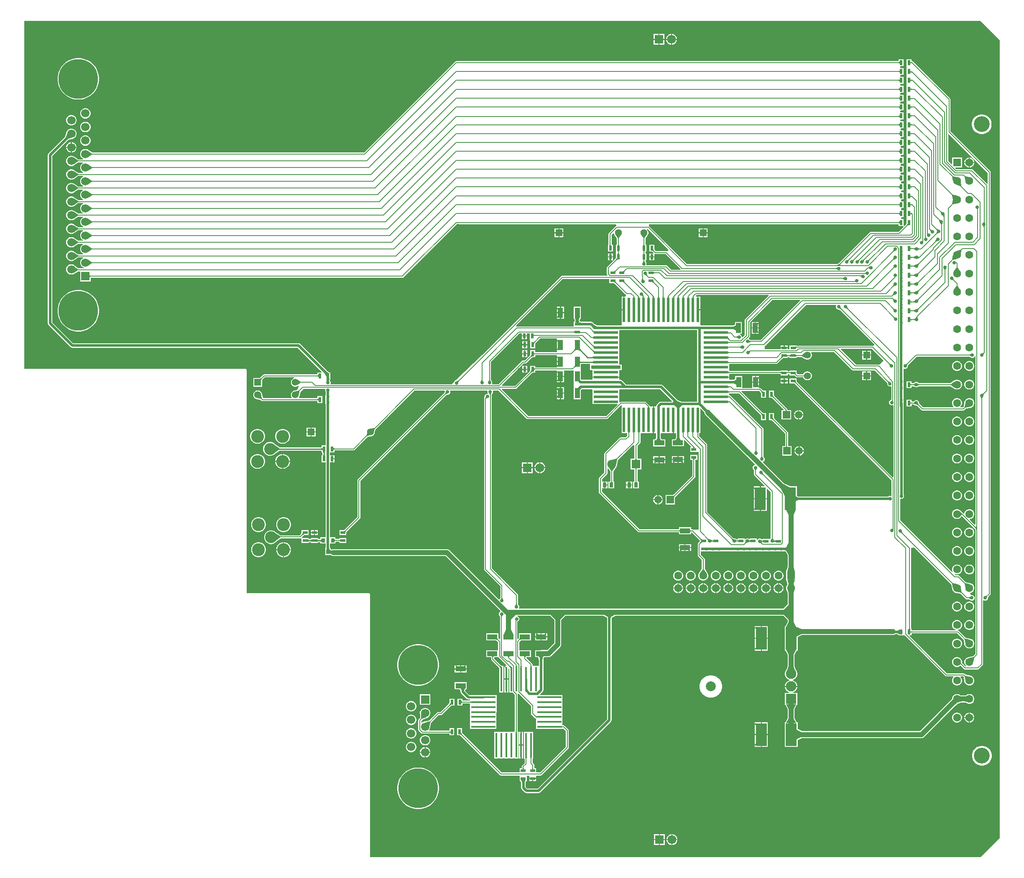
<source format=gtl>
G04*
G04 #@! TF.GenerationSoftware,Altium Limited,Altium Designer,21.9.2 (33)*
G04*
G04 Layer_Physical_Order=1*
G04 Layer_Color=255*
%FSLAX44Y44*%
%MOMM*%
G71*
G04*
G04 #@! TF.SameCoordinates,3785D260-7338-4392-8F55-8EE4DC62B5EE*
G04*
G04*
G04 #@! TF.FilePolarity,Positive*
G04*
G01*
G75*
%ADD10C,0.4000*%
%ADD11C,0.2540*%
%ADD12C,0.2000*%
%ADD16C,0.5000*%
%ADD32C,2.1000*%
%ADD36R,1.7000X1.7000*%
%ADD37C,1.7000*%
%ADD38R,1.5000X1.5000*%
%ADD39C,1.5000*%
%ADD40C,1.8000*%
%ADD46C,1.6000*%
%ADD47R,1.6000X1.6000*%
%ADD49R,0.4500X5.0000*%
%ADD50R,5.0000X0.4500*%
%ADD51R,5.0000X0.5000*%
%ADD52R,6.0000X0.7000*%
%ADD53R,0.5000X5.0000*%
%ADD54R,0.6500X0.9000*%
%ADD55R,0.6000X1.0000*%
%ADD56R,1.0000X0.6000*%
%ADD57R,2.0500X1.0000*%
%ADD58R,2.2500X4.6000*%
%ADD59R,1.0000X2.0500*%
%ADD60R,0.8000X1.0000*%
%ADD61C,1.0000*%
%ADD62R,1.8000X1.8000*%
%ADD63C,2.0000*%
%ADD64R,2.1000X2.1000*%
%ADD65C,3.2000*%
%ADD66R,1.6000X1.6000*%
%ADD67R,1.4000X1.4000*%
%ADD68C,1.4000*%
%ADD69C,8.0000*%
%ADD70C,2.4000*%
%ADD71C,2.6000*%
%ADD72R,1.4000X1.4000*%
%ADD73C,0.7000*%
G36*
X1938944Y1697451D02*
X1977451Y1658944D01*
Y41056D01*
X1938944Y2549D01*
X702549Y2549D01*
X702549Y535000D01*
X702355Y535975D01*
X701802Y536802D01*
X700975Y537355D01*
X700000Y537549D01*
X452549D01*
X452549Y990000D01*
X452355Y990975D01*
X451802Y991802D01*
X450975Y992355D01*
X450000Y992549D01*
X2549Y992549D01*
X2549Y1697451D01*
X1938944Y1697451D01*
D02*
G37*
%LPC*%
G36*
X1314348Y1671000D02*
X1313900D01*
Y1661000D01*
X1323900D01*
Y1661448D01*
X1323150Y1664246D01*
X1321702Y1666754D01*
X1319654Y1668802D01*
X1317146Y1670250D01*
X1314348Y1671000D01*
D02*
G37*
G36*
X1311900D02*
X1311452D01*
X1308654Y1670250D01*
X1306146Y1668802D01*
X1304098Y1666754D01*
X1302650Y1664246D01*
X1301900Y1661448D01*
Y1661000D01*
X1311900D01*
Y1671000D01*
D02*
G37*
G36*
X1298500D02*
X1288500D01*
Y1661000D01*
X1298500D01*
Y1671000D01*
D02*
G37*
G36*
X1286500D02*
X1276500D01*
Y1661000D01*
X1286500D01*
Y1671000D01*
D02*
G37*
G36*
X1323900Y1659000D02*
X1313900D01*
Y1649000D01*
X1314348D01*
X1317146Y1649750D01*
X1319654Y1651198D01*
X1321702Y1653246D01*
X1323150Y1655754D01*
X1323900Y1658552D01*
Y1659000D01*
D02*
G37*
G36*
X1311900D02*
X1301900D01*
Y1658552D01*
X1302650Y1655754D01*
X1304098Y1653246D01*
X1306146Y1651198D01*
X1308654Y1649750D01*
X1311452Y1649000D01*
X1311900D01*
Y1659000D01*
D02*
G37*
G36*
X1298500D02*
X1288500D01*
Y1649000D01*
X1298500D01*
Y1659000D01*
D02*
G37*
G36*
X1286500D02*
X1276500D01*
Y1649000D01*
X1286500D01*
Y1659000D01*
D02*
G37*
G36*
X114553Y1622000D02*
X109047D01*
X103589Y1621281D01*
X98271Y1619856D01*
X93184Y1617749D01*
X88416Y1614997D01*
X84048Y1611645D01*
X80155Y1607752D01*
X76803Y1603384D01*
X74050Y1598616D01*
X71944Y1593529D01*
X70519Y1588211D01*
X69800Y1582753D01*
Y1577247D01*
X70519Y1571789D01*
X71944Y1566471D01*
X74050Y1561384D01*
X76803Y1556616D01*
X80155Y1552248D01*
X84048Y1548355D01*
X88416Y1545003D01*
X93184Y1542251D01*
X98271Y1540144D01*
X103589Y1538719D01*
X109047Y1538000D01*
X114553D01*
X120011Y1538719D01*
X125329Y1540144D01*
X130416Y1542251D01*
X135184Y1545003D01*
X139552Y1548355D01*
X143445Y1552248D01*
X146797Y1556616D01*
X149550Y1561384D01*
X151656Y1566471D01*
X153081Y1571789D01*
X153800Y1577247D01*
Y1582753D01*
X153081Y1588211D01*
X151656Y1593529D01*
X149550Y1598616D01*
X146797Y1603384D01*
X143445Y1607752D01*
X139552Y1611645D01*
X135184Y1614997D01*
X130416Y1617749D01*
X125329Y1619856D01*
X120011Y1621281D01*
X114553Y1622000D01*
D02*
G37*
G36*
X127382Y1520500D02*
X124618D01*
X121947Y1519784D01*
X119553Y1518402D01*
X117598Y1516447D01*
X116216Y1514053D01*
X115500Y1511382D01*
Y1508618D01*
X116216Y1505947D01*
X117598Y1503553D01*
X119553Y1501598D01*
X121947Y1500216D01*
X124618Y1499500D01*
X127382D01*
X130053Y1500216D01*
X132447Y1501598D01*
X134402Y1503553D01*
X135784Y1505947D01*
X136500Y1508618D01*
Y1511382D01*
X135784Y1514053D01*
X134402Y1516447D01*
X132447Y1518402D01*
X130053Y1519784D01*
X127382Y1520500D01*
D02*
G37*
G36*
X98982Y1506750D02*
X96218D01*
X93547Y1506034D01*
X91153Y1504652D01*
X89198Y1502697D01*
X87816Y1500303D01*
X87100Y1497632D01*
Y1494868D01*
X87816Y1492197D01*
X89198Y1489803D01*
X91153Y1487848D01*
X93547Y1486466D01*
X96218Y1485750D01*
X98982D01*
X101653Y1486466D01*
X104047Y1487848D01*
X106002Y1489803D01*
X107384Y1492197D01*
X108100Y1494868D01*
Y1497632D01*
X107384Y1500303D01*
X106002Y1502697D01*
X104047Y1504652D01*
X101653Y1506034D01*
X98982Y1506750D01*
D02*
G37*
G36*
X127382Y1493000D02*
X124618D01*
X121947Y1492284D01*
X119553Y1490902D01*
X117598Y1488947D01*
X116216Y1486553D01*
X115500Y1483882D01*
Y1481118D01*
X116216Y1478447D01*
X117598Y1476053D01*
X119553Y1474098D01*
X121947Y1472716D01*
X124618Y1472000D01*
X127382D01*
X130053Y1472716D01*
X132447Y1474098D01*
X134402Y1476053D01*
X135784Y1478447D01*
X136500Y1481118D01*
Y1483882D01*
X135784Y1486553D01*
X134402Y1488947D01*
X132447Y1490902D01*
X130053Y1492284D01*
X127382Y1493000D01*
D02*
G37*
G36*
X1942970Y1508000D02*
X1939030D01*
X1935166Y1507231D01*
X1931526Y1505724D01*
X1928251Y1503535D01*
X1925465Y1500749D01*
X1923276Y1497473D01*
X1921769Y1493834D01*
X1921000Y1489970D01*
Y1486030D01*
X1921769Y1482166D01*
X1923276Y1478526D01*
X1925465Y1475251D01*
X1928251Y1472465D01*
X1931526Y1470276D01*
X1935166Y1468769D01*
X1939030Y1468000D01*
X1942970D01*
X1946834Y1468769D01*
X1950473Y1470276D01*
X1953749Y1472465D01*
X1956535Y1475251D01*
X1958724Y1478526D01*
X1960231Y1482166D01*
X1961000Y1486030D01*
Y1489970D01*
X1960231Y1493834D01*
X1958724Y1497473D01*
X1956535Y1500749D01*
X1953749Y1503535D01*
X1950473Y1505724D01*
X1946834Y1507231D01*
X1942970Y1508000D01*
D02*
G37*
G36*
X127382Y1465500D02*
X124618D01*
X121947Y1464784D01*
X119553Y1463402D01*
X117598Y1461447D01*
X116216Y1459053D01*
X115500Y1456382D01*
Y1453618D01*
X116216Y1450947D01*
X117598Y1448553D01*
X119553Y1446598D01*
X121947Y1445216D01*
X124618Y1444500D01*
X127382D01*
X130053Y1445216D01*
X132447Y1446598D01*
X134402Y1448553D01*
X135784Y1450947D01*
X136500Y1453618D01*
Y1456382D01*
X135784Y1459053D01*
X134402Y1461447D01*
X132447Y1463402D01*
X130053Y1464784D01*
X127382Y1465500D01*
D02*
G37*
G36*
X98982Y1451750D02*
X98600D01*
Y1442250D01*
X108100D01*
Y1442632D01*
X107384Y1445303D01*
X106002Y1447697D01*
X104047Y1449652D01*
X101653Y1451034D01*
X98982Y1451750D01*
D02*
G37*
G36*
X96600D02*
X96218D01*
X93547Y1451034D01*
X91153Y1449652D01*
X89198Y1447697D01*
X87816Y1445303D01*
X87100Y1442632D01*
Y1442250D01*
X96600D01*
Y1451750D01*
D02*
G37*
G36*
X108100Y1440250D02*
X98600D01*
Y1430750D01*
X98982D01*
X101653Y1431466D01*
X104047Y1432848D01*
X106002Y1434803D01*
X107384Y1437197D01*
X108100Y1439868D01*
Y1440250D01*
D02*
G37*
G36*
X96600D02*
X87100D01*
Y1439868D01*
X87816Y1437197D01*
X89198Y1434803D01*
X91153Y1432848D01*
X93547Y1431466D01*
X96218Y1430750D01*
X96600D01*
Y1440250D01*
D02*
G37*
G36*
X1799000Y1620000D02*
X1789000D01*
X1789000Y1620000D01*
Y1287307D01*
X1787976Y1285301D01*
X1784592Y1281918D01*
X1784184Y1281914D01*
X1783000Y1283068D01*
X1783000Y1283220D01*
Y1296000D01*
X1777919D01*
X1777897Y1299099D01*
X1778792Y1300000D01*
X1783000D01*
Y1314000D01*
X1777788D01*
X1777766Y1317099D01*
X1778660Y1318000D01*
X1783000D01*
Y1332000D01*
X1777657D01*
X1777635Y1335099D01*
X1778529Y1336000D01*
X1783000D01*
Y1350000D01*
X1777526D01*
X1777503Y1353099D01*
X1778398Y1354000D01*
X1783000D01*
Y1368000D01*
X1777395D01*
X1777372Y1371099D01*
X1778267Y1372000D01*
X1783000D01*
Y1386000D01*
X1777264D01*
X1777241Y1389099D01*
X1778136Y1390000D01*
X1783000D01*
Y1404000D01*
X1777133D01*
X1777110Y1407099D01*
X1778005Y1408000D01*
X1783000D01*
Y1422000D01*
X1777001D01*
X1776979Y1425099D01*
X1777874Y1426000D01*
X1783000D01*
Y1440000D01*
X1776870D01*
X1776848Y1443099D01*
X1777742Y1444000D01*
X1783000D01*
Y1458000D01*
X1776739D01*
X1776717Y1461099D01*
X1777611Y1462000D01*
X1783000D01*
Y1476000D01*
X1776608D01*
X1776586Y1479099D01*
X1777480Y1480000D01*
X1783000D01*
Y1494000D01*
X1776477D01*
X1776454Y1497099D01*
X1777349Y1498000D01*
X1783000D01*
Y1512000D01*
X1776346D01*
X1776323Y1515099D01*
X1777218Y1516000D01*
X1783000D01*
Y1530000D01*
X1776215D01*
X1776192Y1533099D01*
X1777087Y1534000D01*
X1783000D01*
Y1548000D01*
X1776084D01*
X1776061Y1551099D01*
X1776956Y1552000D01*
X1783000D01*
Y1566000D01*
X1775952D01*
X1775930Y1569099D01*
X1776824Y1570000D01*
X1783000D01*
Y1584000D01*
X1775821D01*
X1775799Y1587099D01*
X1776693Y1588000D01*
X1783000D01*
Y1602000D01*
X1775690D01*
X1775668Y1605099D01*
X1776562Y1606000D01*
X1783000D01*
Y1620000D01*
X1773000D01*
Y1616258D01*
X1772595Y1616059D01*
X877000D01*
X875829Y1615826D01*
X874837Y1615163D01*
X874837Y1615163D01*
X690233Y1430559D01*
X140126D01*
X133205Y1435145D01*
X132447Y1435902D01*
X130053Y1437284D01*
X127382Y1438000D01*
X124618D01*
X121947Y1437284D01*
X119553Y1435902D01*
X117598Y1433947D01*
X116216Y1431553D01*
X115500Y1428882D01*
Y1426118D01*
X116216Y1423447D01*
X117598Y1421053D01*
X119553Y1419098D01*
X121318Y1418079D01*
X120978Y1416809D01*
X111726D01*
X104805Y1421395D01*
X104047Y1422152D01*
X101653Y1423534D01*
X98982Y1424250D01*
X96218D01*
X93547Y1423534D01*
X91153Y1422152D01*
X89198Y1420197D01*
X87816Y1417803D01*
X87100Y1415132D01*
Y1412368D01*
X87816Y1409697D01*
X89198Y1407303D01*
X91153Y1405348D01*
X93547Y1403966D01*
X96218Y1403250D01*
X98982D01*
X101653Y1403966D01*
X104047Y1405348D01*
X104805Y1406105D01*
X111726Y1410691D01*
X120978D01*
X121318Y1409421D01*
X119553Y1408402D01*
X117598Y1406447D01*
X116216Y1404053D01*
X115500Y1401382D01*
Y1398618D01*
X116216Y1395947D01*
X117598Y1393553D01*
X119553Y1391598D01*
X121318Y1390579D01*
X120978Y1389309D01*
X111726D01*
X104805Y1393895D01*
X104047Y1394652D01*
X101653Y1396034D01*
X98982Y1396750D01*
X96218D01*
X93547Y1396034D01*
X91153Y1394652D01*
X89198Y1392697D01*
X87816Y1390303D01*
X87100Y1387632D01*
Y1384868D01*
X87816Y1382197D01*
X89198Y1379803D01*
X91153Y1377848D01*
X93547Y1376466D01*
X96218Y1375750D01*
X98982D01*
X101653Y1376466D01*
X104047Y1377848D01*
X104805Y1378605D01*
X111726Y1383191D01*
X120978D01*
X121318Y1381921D01*
X119553Y1380902D01*
X117598Y1378947D01*
X116216Y1376553D01*
X115500Y1373882D01*
Y1371118D01*
X116216Y1368447D01*
X117598Y1366053D01*
X119553Y1364098D01*
X121318Y1363079D01*
X120978Y1361809D01*
X111726D01*
X104805Y1366395D01*
X104047Y1367152D01*
X101653Y1368534D01*
X98982Y1369250D01*
X96218D01*
X93547Y1368534D01*
X91153Y1367152D01*
X89198Y1365197D01*
X87816Y1362803D01*
X87100Y1360132D01*
Y1357368D01*
X87816Y1354697D01*
X89198Y1352303D01*
X91153Y1350348D01*
X93547Y1348966D01*
X96218Y1348250D01*
X98982D01*
X101653Y1348966D01*
X104047Y1350348D01*
X104805Y1351105D01*
X111726Y1355691D01*
X120978D01*
X121318Y1354421D01*
X119553Y1353402D01*
X117598Y1351447D01*
X116216Y1349053D01*
X115500Y1346382D01*
Y1343618D01*
X116216Y1340947D01*
X117598Y1338553D01*
X119553Y1336598D01*
X121318Y1335579D01*
X120978Y1334309D01*
X111726D01*
X104805Y1338895D01*
X104047Y1339652D01*
X101653Y1341034D01*
X98982Y1341750D01*
X96218D01*
X93547Y1341034D01*
X91153Y1339652D01*
X89198Y1337697D01*
X87816Y1335303D01*
X87100Y1332632D01*
Y1329868D01*
X87816Y1327197D01*
X89198Y1324803D01*
X91153Y1322848D01*
X93547Y1321466D01*
X96218Y1320750D01*
X98982D01*
X101653Y1321466D01*
X104047Y1322848D01*
X104805Y1323605D01*
X111726Y1328191D01*
X120978D01*
X121318Y1326921D01*
X119553Y1325902D01*
X117598Y1323947D01*
X116216Y1321553D01*
X115500Y1318882D01*
Y1316118D01*
X116216Y1313447D01*
X117598Y1311053D01*
X119553Y1309098D01*
X121318Y1308079D01*
X120978Y1306809D01*
X111726D01*
X104805Y1311395D01*
X104047Y1312152D01*
X101653Y1313534D01*
X98982Y1314250D01*
X96218D01*
X93547Y1313534D01*
X91153Y1312152D01*
X89198Y1310197D01*
X87816Y1307803D01*
X87100Y1305132D01*
Y1302368D01*
X87816Y1299697D01*
X89198Y1297303D01*
X91153Y1295348D01*
X93547Y1293966D01*
X96218Y1293250D01*
X98982D01*
X101653Y1293966D01*
X104047Y1295348D01*
X104805Y1296105D01*
X111726Y1300691D01*
X120978D01*
X121318Y1299421D01*
X119553Y1298402D01*
X117598Y1296447D01*
X116216Y1294053D01*
X115500Y1291382D01*
Y1288618D01*
X116216Y1285947D01*
X117598Y1283553D01*
X119553Y1281598D01*
X121318Y1280579D01*
X120978Y1279309D01*
X111726D01*
X104805Y1283895D01*
X104047Y1284652D01*
X101653Y1286034D01*
X98982Y1286750D01*
X96218D01*
X93547Y1286034D01*
X91153Y1284652D01*
X89198Y1282697D01*
X87816Y1280303D01*
X87100Y1277632D01*
Y1274868D01*
X87816Y1272197D01*
X89198Y1269803D01*
X91153Y1267848D01*
X93547Y1266466D01*
X96218Y1265750D01*
X98982D01*
X101653Y1266466D01*
X104047Y1267848D01*
X104805Y1268605D01*
X111726Y1273191D01*
X120978D01*
X121318Y1271921D01*
X119553Y1270902D01*
X117598Y1268947D01*
X116216Y1266553D01*
X115500Y1263882D01*
Y1261118D01*
X116216Y1258447D01*
X117598Y1256053D01*
X119553Y1254098D01*
X121318Y1253079D01*
X120978Y1251809D01*
X111726D01*
X104805Y1256395D01*
X104047Y1257152D01*
X101653Y1258534D01*
X98982Y1259250D01*
X96218D01*
X93547Y1258534D01*
X91153Y1257152D01*
X89198Y1255197D01*
X87816Y1252803D01*
X87100Y1250132D01*
Y1247368D01*
X87816Y1244697D01*
X89198Y1242303D01*
X91153Y1240348D01*
X93547Y1238966D01*
X96218Y1238250D01*
X98982D01*
X101653Y1238966D01*
X104047Y1240348D01*
X104805Y1241105D01*
X111726Y1245691D01*
X120978D01*
X121318Y1244421D01*
X119553Y1243402D01*
X117598Y1241447D01*
X116216Y1239053D01*
X115500Y1236382D01*
Y1233618D01*
X116216Y1230947D01*
X117598Y1228553D01*
X119553Y1226598D01*
X121318Y1225579D01*
X120978Y1224309D01*
X111726D01*
X104805Y1228895D01*
X104047Y1229652D01*
X101653Y1231034D01*
X98982Y1231750D01*
X96218D01*
X93547Y1231034D01*
X91153Y1229652D01*
X89198Y1227697D01*
X87816Y1225303D01*
X87100Y1222632D01*
Y1219868D01*
X87816Y1217197D01*
X89198Y1214803D01*
X91153Y1212848D01*
X93547Y1211466D01*
X96218Y1210750D01*
X98982D01*
X101653Y1211466D01*
X104047Y1212848D01*
X104805Y1213605D01*
X111726Y1218191D01*
X120978D01*
X121318Y1216921D01*
X119553Y1215902D01*
X117598Y1213947D01*
X116216Y1211553D01*
X115500Y1208882D01*
Y1206118D01*
X116216Y1203447D01*
X117598Y1201053D01*
X119553Y1199098D01*
X121947Y1197716D01*
X123391Y1197329D01*
X123223Y1196059D01*
X111836D01*
X105512Y1200687D01*
X104047Y1202152D01*
X101653Y1203534D01*
X98982Y1204250D01*
X96218D01*
X93547Y1203534D01*
X91153Y1202152D01*
X89198Y1200197D01*
X87816Y1197803D01*
X87100Y1195132D01*
Y1192368D01*
X87816Y1189697D01*
X89198Y1187303D01*
X91153Y1185348D01*
X93547Y1183966D01*
X96218Y1183250D01*
X98982D01*
X101653Y1183966D01*
X104047Y1185348D01*
X104338Y1185639D01*
X111547Y1189941D01*
X115500D01*
Y1169500D01*
X136500D01*
Y1176742D01*
X136905Y1176941D01*
X768000D01*
X768000Y1176941D01*
X769171Y1177174D01*
X770163Y1177837D01*
X878267Y1285941D01*
X881424D01*
X882424Y1284941D01*
X1200040D01*
X1200919Y1284025D01*
X1200829Y1281826D01*
X1199837Y1281163D01*
X1199837Y1281163D01*
X1186337Y1267663D01*
X1185674Y1266671D01*
X1185441Y1265500D01*
X1185441Y1265500D01*
Y1244405D01*
X1185242Y1244000D01*
X1184000D01*
Y1230000D01*
X1194000D01*
Y1244000D01*
X1191758D01*
X1191559Y1244405D01*
Y1264233D01*
X1194827Y1267501D01*
X1196000Y1267015D01*
Y1266815D01*
X1196613Y1264526D01*
X1197798Y1262474D01*
X1198606Y1261666D01*
X1202191Y1256256D01*
Y1244405D01*
X1201992Y1244000D01*
X1200000D01*
Y1230000D01*
Y1217358D01*
X1198968Y1215294D01*
X1194984Y1211310D01*
X1194000Y1212122D01*
X1194000Y1213220D01*
Y1218000D01*
X1190000D01*
Y1212000D01*
X1192736D01*
X1193878Y1212000D01*
X1194690Y1211016D01*
X1182837Y1199163D01*
X1182174Y1198170D01*
X1181941Y1197000D01*
X1181941Y1197000D01*
Y1184818D01*
X1181941Y1184818D01*
X1182174Y1183648D01*
X1182837Y1182655D01*
X1183510Y1181982D01*
X1183024Y1180809D01*
X1091750D01*
X1091750Y1180809D01*
X1090580Y1180576D01*
X1089587Y1179913D01*
X929785Y1020111D01*
X876415Y969150D01*
X874634Y968413D01*
X873087Y966865D01*
X872476Y965389D01*
X867941Y961059D01*
X622878D01*
X622172Y962115D01*
X622500Y962906D01*
Y965094D01*
X621663Y967115D01*
X621588Y967190D01*
Y968457D01*
X621827Y971000D01*
X622000D01*
Y972987D01*
X622009Y973030D01*
X622000Y973074D01*
Y983146D01*
X622001Y983151D01*
X622000Y983153D01*
Y985000D01*
X620545D01*
X615463Y988025D01*
X560744Y1042744D01*
X559256Y1043739D01*
X557500Y1044088D01*
X101650D01*
X59088Y1086650D01*
Y1423750D01*
X91236Y1455897D01*
X97972Y1458250D01*
X98982D01*
X101653Y1458966D01*
X104047Y1460348D01*
X106002Y1462303D01*
X107384Y1464697D01*
X108100Y1467368D01*
Y1470132D01*
X107384Y1472803D01*
X106002Y1475197D01*
X104047Y1477152D01*
X101653Y1478534D01*
X98982Y1479250D01*
X96218D01*
X93547Y1478534D01*
X91153Y1477152D01*
X89198Y1475197D01*
X87816Y1472803D01*
X87100Y1470132D01*
Y1469122D01*
X84747Y1462386D01*
X51256Y1428894D01*
X50261Y1427406D01*
X49912Y1425650D01*
Y1084750D01*
X50261Y1082994D01*
X51256Y1081506D01*
X96506Y1036256D01*
X97994Y1035261D01*
X99750Y1034912D01*
X555600D01*
X604338Y986173D01*
X603852Y985000D01*
X596000D01*
Y981258D01*
X595595Y981059D01*
X488000D01*
X486829Y980826D01*
X485837Y980163D01*
X480699Y975024D01*
X478693Y974000D01*
X466000D01*
Y956000D01*
X484000D01*
Y968693D01*
X485024Y970699D01*
X489267Y974941D01*
X548621D01*
X548788Y973671D01*
X547726Y973387D01*
X545674Y972202D01*
X543998Y970526D01*
X542813Y968474D01*
X542200Y966185D01*
Y963815D01*
X542813Y961526D01*
X543998Y959474D01*
X545674Y957798D01*
X547726Y956613D01*
X550015Y956000D01*
X552385D01*
X554674Y956613D01*
X556726Y957798D01*
X557331Y958404D01*
X557586Y958566D01*
X558556Y957745D01*
X555083Y949536D01*
X550871Y948600D01*
X550015D01*
X547726Y947987D01*
X545674Y946802D01*
X543998Y945126D01*
X542813Y943074D01*
X542200Y940785D01*
Y938415D01*
X542813Y936126D01*
X543851Y934329D01*
X543394Y933059D01*
X485867D01*
X485430Y933496D01*
X484000Y939929D01*
Y940785D01*
X483387Y943074D01*
X482202Y945126D01*
X480526Y946802D01*
X478474Y947987D01*
X476185Y948600D01*
X473815D01*
X471526Y947987D01*
X469474Y946802D01*
X467798Y945126D01*
X466613Y943074D01*
X466000Y940785D01*
Y938415D01*
X466613Y936126D01*
X467798Y934074D01*
X469474Y932398D01*
X471526Y931213D01*
X473815Y930600D01*
X474671D01*
X481104Y929170D01*
X482437Y927837D01*
X482437Y927837D01*
X483429Y927174D01*
X484600Y926941D01*
X595595D01*
X596000Y926742D01*
Y923000D01*
X606000D01*
Y937000D01*
X596000D01*
Y933258D01*
X595595Y933059D01*
X559006D01*
X558549Y934329D01*
X559587Y936126D01*
X560200Y938415D01*
Y939271D01*
X561630Y945704D01*
X567617Y951691D01*
X611019D01*
X611724Y950635D01*
X611500Y950094D01*
Y947906D01*
X612337Y945884D01*
X612412Y945810D01*
Y939543D01*
X612173Y937000D01*
X612000D01*
Y935013D01*
X611991Y934969D01*
X612000Y934926D01*
Y925074D01*
X611991Y925031D01*
X612000Y924987D01*
Y923000D01*
X612173D01*
X612412Y920457D01*
Y837000D01*
X604250D01*
Y833796D01*
X603315Y833334D01*
X519720D01*
X509711Y840090D01*
X509707Y840091D01*
X508596Y841203D01*
X505404Y843046D01*
X501843Y844000D01*
X498157D01*
X494596Y843046D01*
X491404Y841203D01*
X488797Y838596D01*
X486954Y835404D01*
X486000Y831843D01*
Y828157D01*
X486954Y824596D01*
X488797Y821404D01*
X491404Y818797D01*
X494596Y816954D01*
X498157Y816000D01*
X501843D01*
X505404Y816954D01*
X508596Y818797D01*
X509707Y819909D01*
X509711Y819910D01*
X519720Y826666D01*
X603315D01*
X604250Y826204D01*
Y823000D01*
X605454D01*
X605916Y822065D01*
Y817935D01*
X605454Y817000D01*
X604250D01*
Y803000D01*
X612412D01*
Y651000D01*
X602000D01*
Y648046D01*
X601064Y647584D01*
X597935D01*
X597000Y648046D01*
Y649250D01*
X583000D01*
Y648046D01*
X582065Y647584D01*
X578935D01*
X578000Y648046D01*
Y649250D01*
X565052D01*
X564622Y649250D01*
X564096Y650520D01*
X567157Y653581D01*
X569938Y655250D01*
X578000D01*
Y665250D01*
X564000D01*
Y660108D01*
X562968Y658044D01*
X559733Y654809D01*
X521645D01*
X511227Y661572D01*
X510596Y662203D01*
X507404Y664046D01*
X503843Y665000D01*
X500157D01*
X496596Y664046D01*
X493404Y662203D01*
X490797Y659596D01*
X488954Y656404D01*
X488000Y652843D01*
Y649157D01*
X488954Y645596D01*
X490797Y642404D01*
X493404Y639797D01*
X496596Y637954D01*
X500157Y637000D01*
X503843D01*
X507404Y637954D01*
X510596Y639797D01*
X512374Y641575D01*
X521852Y648691D01*
X561000D01*
X561000Y648691D01*
X562170Y648924D01*
X562757Y649316D01*
X563898Y648776D01*
X564000Y648664D01*
X564000Y648238D01*
Y639250D01*
X578000D01*
Y640454D01*
X578935Y640916D01*
X582065D01*
X583000Y640454D01*
Y639250D01*
X597000D01*
Y640454D01*
X597935Y640916D01*
X601064D01*
X602000Y640454D01*
Y638000D01*
X612412D01*
Y630544D01*
X612173Y628000D01*
X612000D01*
Y626013D01*
X611991Y625970D01*
X612000Y625926D01*
Y615000D01*
X620432D01*
X620477Y614991D01*
X620520Y615000D01*
X621512D01*
X622691Y614845D01*
X622757Y614757D01*
X623449Y614227D01*
X623450Y614226D01*
X623678Y614051D01*
X624220Y613635D01*
X625923Y612930D01*
X627750Y612690D01*
X855432D01*
X966672Y501450D01*
X966424Y500204D01*
X965884Y499981D01*
X964337Y498433D01*
X963500Y496412D01*
Y494224D01*
X964337Y492202D01*
X964478Y492062D01*
X965441Y489703D01*
Y444794D01*
X964268Y444308D01*
X963282Y445294D01*
X962250Y447358D01*
Y456000D01*
X937750D01*
Y442000D01*
X956892D01*
X958956Y440968D01*
X961691Y438233D01*
Y422000D01*
X937750D01*
Y408000D01*
X947564D01*
X947770Y407588D01*
Y403822D01*
X947770Y403821D01*
X948002Y402651D01*
X948666Y401659D01*
X963118Y387206D01*
X964150Y385142D01*
Y336500D01*
X972650D01*
Y390500D01*
X969508D01*
X967444Y391532D01*
X953887Y405089D01*
Y407588D01*
X954093Y408000D01*
X962250D01*
X963170Y407155D01*
X978651Y391673D01*
X978165Y390500D01*
X974150D01*
Y364500D01*
X978400D01*
X982650D01*
Y383979D01*
X983920Y384554D01*
X984150Y384352D01*
Y336500D01*
X990790D01*
X991087Y336055D01*
X995341Y331801D01*
Y257887D01*
X994239Y256700D01*
X955420Y256700D01*
X954550Y256700D01*
X954376Y256874D01*
X954150Y256700D01*
X954150Y255596D01*
Y208260D01*
X954124Y202750D01*
X954150Y202700D01*
X955376Y202700D01*
X962650D01*
Y202750D01*
X964150D01*
Y202700D01*
X972650D01*
Y202750D01*
X974150D01*
Y202700D01*
X982650D01*
Y202750D01*
X984150D01*
Y202700D01*
X992650D01*
Y202750D01*
X994150D01*
Y202700D01*
X1002650D01*
Y256700D01*
X1001658D01*
X1001459Y257105D01*
Y333068D01*
X1002502Y334332D01*
X1002771Y334372D01*
X1003055Y334087D01*
X1003055Y334087D01*
X1028441Y308701D01*
Y293500D01*
X1028441Y293500D01*
X1028674Y292330D01*
X1029337Y291337D01*
X1036237Y284437D01*
X1036237Y284437D01*
X1037230Y283774D01*
X1037680Y283684D01*
X1038300Y283390D01*
Y272350D01*
Y262350D01*
X1092300D01*
Y262578D01*
X1093570Y263104D01*
X1098941Y257733D01*
Y226267D01*
X1046733Y174059D01*
X1039000D01*
Y183000D01*
X1035265D01*
X1035059Y183412D01*
Y188800D01*
X1034826Y189970D01*
X1034163Y190963D01*
X1034163Y190963D01*
X1031459Y193667D01*
Y202295D01*
X1031658Y202700D01*
X1032650D01*
Y256700D01*
X1014150D01*
Y224466D01*
X1014054Y203930D01*
X1014049Y202750D01*
X1014150Y202700D01*
X1014239Y202700D01*
X1015341Y201513D01*
Y192917D01*
X1010587Y188163D01*
X1009924Y187171D01*
X1009691Y186000D01*
X1009691Y186000D01*
Y183412D01*
X1009485Y183000D01*
X1005750D01*
Y174059D01*
X969017D01*
X890024Y253051D01*
X889000Y255057D01*
Y263750D01*
X879000D01*
Y249750D01*
X883693D01*
X885699Y248726D01*
X965587Y168837D01*
X965587Y168837D01*
X966580Y168174D01*
X967750Y167941D01*
X1004956D01*
X1005750Y167000D01*
Y157000D01*
X1006747D01*
X1008412Y153650D01*
Y143000D01*
X1008761Y141244D01*
X1009756Y139756D01*
X1015756Y133756D01*
X1017244Y132761D01*
X1019000Y132412D01*
X1044000D01*
X1045756Y132761D01*
X1047244Y133756D01*
X1190244Y276756D01*
X1191239Y278244D01*
X1191588Y280000D01*
Y485081D01*
X1191859Y487900D01*
X1199939Y491940D01*
X1539176D01*
X1547940Y483176D01*
Y479407D01*
X1543749Y471000D01*
X1542000D01*
Y421000D01*
X1543749D01*
X1547940Y412593D01*
Y389753D01*
X1545817Y382494D01*
X1544998Y381675D01*
X1543352Y378825D01*
X1542500Y375646D01*
Y372354D01*
X1543352Y369175D01*
X1544998Y366325D01*
X1547325Y363997D01*
X1550175Y362352D01*
X1551834Y361907D01*
Y360593D01*
X1550175Y360148D01*
X1547325Y358503D01*
X1544998Y356175D01*
X1543352Y353325D01*
X1542500Y350146D01*
Y349500D01*
X1555000D01*
X1567500D01*
Y350146D01*
X1566648Y353325D01*
X1565002Y356175D01*
X1562675Y358503D01*
X1559825Y360148D01*
X1558166Y360593D01*
Y361907D01*
X1559825Y362352D01*
X1562675Y363997D01*
X1565002Y366325D01*
X1566648Y369175D01*
X1567500Y372354D01*
Y375646D01*
X1566648Y378825D01*
X1565002Y381675D01*
X1564183Y382494D01*
X1562060Y389753D01*
Y412593D01*
X1566251Y421000D01*
X1568500D01*
Y448499D01*
X1576907Y452690D01*
X1761250D01*
X1763077Y452930D01*
X1764780Y453635D01*
X1765792Y454412D01*
X1769653D01*
X1773000Y452759D01*
Y452000D01*
X1774880D01*
X1774896Y451996D01*
X1774928Y452000D01*
X1774987D01*
X1775031Y451991D01*
X1775074Y452000D01*
X1783000D01*
Y452177D01*
X1784270Y452562D01*
X1784587Y452087D01*
X1867087Y369587D01*
X1868080Y368924D01*
X1869250Y368691D01*
X1869250Y368691D01*
X1883253D01*
X1883779Y367421D01*
X1882998Y366640D01*
X1881682Y364360D01*
X1881000Y361816D01*
Y359183D01*
X1881682Y356640D01*
X1882998Y354360D01*
X1884860Y352498D01*
X1887140Y351181D01*
X1889684Y350500D01*
X1892316D01*
X1894860Y351181D01*
X1897140Y352498D01*
X1899002Y354360D01*
X1900318Y356640D01*
X1901000Y359183D01*
Y361816D01*
X1900318Y364360D01*
X1899002Y366640D01*
X1898221Y367421D01*
X1898747Y368691D01*
X1903483D01*
X1904422Y367753D01*
X1906000Y360183D01*
Y359183D01*
X1906682Y356640D01*
X1907998Y354360D01*
X1909860Y352498D01*
X1912140Y351181D01*
X1914684Y350500D01*
X1917316D01*
X1919860Y351181D01*
X1922140Y352498D01*
X1924002Y354360D01*
X1925318Y356640D01*
X1926000Y359183D01*
Y361816D01*
X1925318Y364360D01*
X1924002Y366640D01*
X1922140Y368502D01*
X1919860Y369818D01*
X1917316Y370500D01*
X1916316D01*
X1908747Y372078D01*
X1906913Y373913D01*
X1905921Y374576D01*
X1904750Y374809D01*
X1904750Y374809D01*
X1870517D01*
X1794499Y450827D01*
X1794985Y452000D01*
X1799000D01*
Y455742D01*
X1799405Y455941D01*
X1891233D01*
X1904422Y442753D01*
X1906000Y435183D01*
Y434183D01*
X1906682Y431640D01*
X1907998Y429360D01*
X1909860Y427498D01*
X1912140Y426181D01*
X1914684Y425500D01*
X1917316D01*
X1919860Y426181D01*
X1922140Y427498D01*
X1924002Y429360D01*
X1925318Y431640D01*
X1926000Y434183D01*
Y436816D01*
X1925318Y439360D01*
X1924002Y441640D01*
X1922140Y443502D01*
X1919860Y444818D01*
X1917316Y445500D01*
X1916316D01*
X1908747Y447078D01*
X1894663Y461163D01*
X1893671Y461826D01*
X1893195Y461921D01*
X1893152Y463224D01*
X1894860Y463681D01*
X1897140Y464998D01*
X1899002Y466860D01*
X1900318Y469140D01*
X1901000Y471683D01*
Y474316D01*
X1900318Y476860D01*
X1899002Y479140D01*
X1897140Y481002D01*
X1894860Y482318D01*
X1892316Y483000D01*
X1889684D01*
X1887140Y482318D01*
X1884860Y481002D01*
X1882998Y479140D01*
X1881682Y476860D01*
X1881000Y474316D01*
Y471683D01*
X1881682Y469140D01*
X1882998Y466860D01*
X1884860Y464998D01*
X1887140Y463681D01*
X1888456Y463329D01*
X1888289Y462059D01*
X1799405D01*
X1799000Y462258D01*
Y463940D01*
X1799009Y463985D01*
X1799000Y464027D01*
Y464052D01*
X1799005Y464089D01*
X1799000Y464109D01*
Y466000D01*
X1798251D01*
X1798059Y466397D01*
Y628750D01*
X1798009Y629002D01*
X1802000Y630000D01*
X1803783Y630891D01*
X1879422Y555253D01*
X1881000Y547683D01*
Y546683D01*
X1881682Y544140D01*
X1882998Y541860D01*
X1884860Y539998D01*
X1887140Y538681D01*
X1889684Y538000D01*
X1890684D01*
X1898253Y536422D01*
X1908837Y525837D01*
X1908837Y525837D01*
X1909829Y525174D01*
X1911000Y524941D01*
X1911000Y524941D01*
X1915112D01*
X1917406Y523815D01*
X1917885Y523337D01*
X1919906Y522500D01*
X1922094D01*
X1924115Y523337D01*
X1925663Y524884D01*
X1926500Y526906D01*
Y529094D01*
X1925663Y531115D01*
X1924115Y532663D01*
X1922094Y533500D01*
X1920683D01*
X1917529Y536789D01*
X1917961Y538173D01*
X1919860Y538681D01*
X1922140Y539998D01*
X1924002Y541860D01*
X1925318Y544140D01*
X1926000Y546683D01*
Y549316D01*
X1925318Y551860D01*
X1924002Y554140D01*
X1922140Y556002D01*
X1919860Y557318D01*
X1917316Y558000D01*
X1916656D01*
X1909054Y559772D01*
X1895663Y573163D01*
X1894671Y573826D01*
X1893500Y574059D01*
X1893500Y574059D01*
X1887267D01*
X1885888Y575438D01*
X1886667Y576454D01*
X1887140Y576181D01*
X1889684Y575500D01*
X1892316D01*
X1894860Y576181D01*
X1897140Y577498D01*
X1899002Y579360D01*
X1900318Y581640D01*
X1901000Y584183D01*
Y586816D01*
X1900318Y589360D01*
X1899002Y591640D01*
X1897140Y593502D01*
X1894860Y594818D01*
X1892316Y595500D01*
X1889684D01*
X1887140Y594818D01*
X1884860Y593502D01*
X1882998Y591640D01*
X1881682Y589360D01*
X1881000Y586816D01*
Y584183D01*
X1881682Y581640D01*
X1881954Y581167D01*
X1880938Y580388D01*
X1775809Y685517D01*
Y728269D01*
X1776865Y728974D01*
X1777406Y728750D01*
X1779594D01*
X1781615Y729587D01*
X1783163Y731135D01*
X1784000Y733156D01*
Y735344D01*
X1783163Y737365D01*
X1783088Y737440D01*
Y918036D01*
X1783088Y918036D01*
Y922500D01*
X1783000Y922943D01*
Y927926D01*
X1783009Y927970D01*
X1783000Y928013D01*
Y930000D01*
X1782827D01*
X1782588Y932543D01*
Y950457D01*
X1782827Y953000D01*
X1783000D01*
Y954987D01*
X1783009Y955031D01*
X1783000Y955074D01*
Y964926D01*
X1783009Y964969D01*
X1783000Y965013D01*
Y967000D01*
X1782827D01*
X1782588Y969544D01*
Y992085D01*
X1783858Y992934D01*
X1784906Y992500D01*
X1787094D01*
X1789115Y993337D01*
X1790663Y994884D01*
X1791500Y996906D01*
Y997582D01*
X1792326Y1000000D01*
X1809267Y1016941D01*
X1916112D01*
X1918407Y1015815D01*
X1918884Y1015337D01*
X1920906Y1014500D01*
X1923094D01*
X1925116Y1015337D01*
X1926663Y1016885D01*
X1926921Y1017509D01*
X1928191Y1017256D01*
Y677044D01*
X1927018Y676558D01*
X1916749Y686827D01*
X1917235Y688000D01*
X1917316D01*
X1919860Y688681D01*
X1922140Y689998D01*
X1924002Y691860D01*
X1925318Y694140D01*
X1926000Y696683D01*
Y699316D01*
X1925318Y701860D01*
X1924002Y704140D01*
X1922140Y706002D01*
X1919860Y707318D01*
X1917316Y708000D01*
X1914684D01*
X1912140Y707318D01*
X1909860Y706002D01*
X1907998Y704140D01*
X1906682Y701860D01*
X1906000Y699316D01*
Y699235D01*
X1904827Y698749D01*
X1903413Y700163D01*
X1902421Y700826D01*
X1902048Y700900D01*
X1900244Y701989D01*
X1899002Y704140D01*
X1897140Y706002D01*
X1894860Y707318D01*
X1892316Y708000D01*
X1889684D01*
X1887140Y707318D01*
X1884860Y706002D01*
X1882998Y704140D01*
X1881682Y701860D01*
X1881000Y699316D01*
Y696683D01*
X1881682Y694140D01*
X1882998Y691860D01*
X1884860Y689998D01*
X1887140Y688681D01*
X1889684Y688000D01*
X1892316D01*
X1894860Y688681D01*
X1897140Y689998D01*
X1899002Y691860D01*
X1899832Y693297D01*
X1901368Y693557D01*
X1927127Y667798D01*
X1928191Y665227D01*
Y414517D01*
X1923253Y409578D01*
X1915684Y408000D01*
X1914684D01*
X1912140Y407318D01*
X1909860Y406002D01*
X1907998Y404140D01*
X1906682Y401860D01*
X1906000Y399316D01*
Y396683D01*
X1906682Y394140D01*
X1907998Y391860D01*
X1909435Y390423D01*
X1909089Y389095D01*
X1908334Y388992D01*
X1900941Y396385D01*
X1900923Y396397D01*
X1901000Y396683D01*
Y399316D01*
X1900318Y401860D01*
X1899002Y404140D01*
X1897140Y406002D01*
X1894860Y407318D01*
X1892316Y408000D01*
X1889684D01*
X1887140Y407318D01*
X1884860Y406002D01*
X1882998Y404140D01*
X1881682Y401860D01*
X1881000Y399316D01*
Y396683D01*
X1881682Y394140D01*
X1882998Y391860D01*
X1884860Y389998D01*
X1887140Y388681D01*
X1889684Y388000D01*
X1892316D01*
X1894860Y388681D01*
X1897140Y389998D01*
X1897908Y390766D01*
X1905087Y383587D01*
X1905087Y383587D01*
X1906079Y382924D01*
X1907250Y382691D01*
X1907250Y382691D01*
X1932750D01*
X1932750Y382691D01*
X1933920Y382924D01*
X1934913Y383587D01*
X1943163Y391837D01*
X1943163Y391837D01*
X1943826Y392830D01*
X1944059Y394000D01*
X1944059Y394000D01*
Y522504D01*
X1945329Y523153D01*
X1946906Y522500D01*
X1949094D01*
X1951116Y523337D01*
X1952663Y524884D01*
X1953500Y526906D01*
Y527582D01*
X1954326Y530000D01*
X1958163Y533837D01*
X1958826Y534829D01*
X1959059Y536000D01*
Y1391000D01*
X1958826Y1392171D01*
X1958163Y1393163D01*
X1878059Y1473267D01*
Y1538000D01*
X1877826Y1539171D01*
X1877163Y1540163D01*
X1802163Y1615163D01*
X1801171Y1615826D01*
X1800000Y1616059D01*
X1799000Y1616802D01*
Y1620000D01*
D02*
G37*
G36*
X1094000Y1277000D02*
X1086000D01*
Y1269000D01*
X1094000D01*
Y1277000D01*
D02*
G37*
G36*
X1084000D02*
X1076000D01*
Y1269000D01*
X1084000D01*
Y1277000D01*
D02*
G37*
G36*
X1094000Y1267000D02*
X1086000D01*
Y1259000D01*
X1094000D01*
Y1267000D01*
D02*
G37*
G36*
X1084000D02*
X1076000D01*
Y1259000D01*
X1084000D01*
Y1267000D01*
D02*
G37*
G36*
X1194000Y1226000D02*
X1190000D01*
Y1220000D01*
X1194000D01*
Y1226000D01*
D02*
G37*
G36*
X1188000D02*
X1184000D01*
Y1220000D01*
X1188000D01*
Y1226000D01*
D02*
G37*
G36*
Y1218000D02*
X1184000D01*
Y1212000D01*
X1188000D01*
Y1218000D01*
D02*
G37*
G36*
X114553Y1152000D02*
X109047D01*
X103589Y1151281D01*
X98271Y1149856D01*
X93184Y1147749D01*
X88416Y1144997D01*
X84048Y1141645D01*
X80155Y1137752D01*
X76803Y1133384D01*
X74050Y1128616D01*
X71944Y1123529D01*
X70519Y1118211D01*
X69800Y1112753D01*
Y1107247D01*
X70519Y1101789D01*
X71944Y1096471D01*
X74050Y1091384D01*
X76803Y1086616D01*
X80155Y1082248D01*
X84048Y1078355D01*
X88416Y1075003D01*
X93184Y1072251D01*
X98271Y1070144D01*
X103589Y1068719D01*
X109047Y1068000D01*
X114553D01*
X120011Y1068719D01*
X125329Y1070144D01*
X130416Y1072251D01*
X135184Y1075003D01*
X139552Y1078355D01*
X143445Y1082248D01*
X146797Y1086616D01*
X149550Y1091384D01*
X151656Y1096471D01*
X153081Y1101789D01*
X153800Y1107247D01*
Y1112753D01*
X153081Y1118211D01*
X151656Y1123529D01*
X149550Y1128616D01*
X146797Y1133384D01*
X143445Y1137752D01*
X139552Y1141645D01*
X135184Y1144997D01*
X130416Y1147749D01*
X125329Y1149856D01*
X120011Y1151281D01*
X114553Y1152000D01*
D02*
G37*
G36*
X1917316Y1008000D02*
X1914684D01*
X1912140Y1007318D01*
X1909860Y1006002D01*
X1907998Y1004140D01*
X1906682Y1001860D01*
X1906000Y999316D01*
Y996684D01*
X1906682Y994140D01*
X1907998Y991860D01*
X1909860Y989998D01*
X1912140Y988681D01*
X1914684Y988000D01*
X1917316D01*
X1919860Y988681D01*
X1922140Y989998D01*
X1924002Y991860D01*
X1925318Y994140D01*
X1926000Y996684D01*
Y999316D01*
X1925318Y1001860D01*
X1924002Y1004140D01*
X1922140Y1006002D01*
X1919860Y1007318D01*
X1917316Y1008000D01*
D02*
G37*
G36*
X1892316D02*
X1889684D01*
X1887140Y1007318D01*
X1884860Y1006002D01*
X1882998Y1004140D01*
X1881682Y1001860D01*
X1881000Y999316D01*
Y996684D01*
X1881682Y994140D01*
X1882998Y991860D01*
X1884860Y989998D01*
X1887140Y988681D01*
X1889684Y988000D01*
X1892316D01*
X1894860Y988681D01*
X1897140Y989998D01*
X1899002Y991860D01*
X1900318Y994140D01*
X1901000Y996684D01*
Y999316D01*
X1900318Y1001860D01*
X1899002Y1004140D01*
X1897140Y1006002D01*
X1894860Y1007318D01*
X1892316Y1008000D01*
D02*
G37*
G36*
Y970500D02*
X1889684D01*
X1887140Y969818D01*
X1884860Y968502D01*
X1883718Y967360D01*
X1877599Y963059D01*
X1814435D01*
X1812276Y964218D01*
X1811548Y964947D01*
X1809526Y965784D01*
X1807338D01*
X1805317Y964947D01*
X1804588Y964218D01*
X1802430Y963059D01*
X1799405D01*
X1799000Y963258D01*
Y967000D01*
X1789000D01*
Y953000D01*
X1799000D01*
Y956742D01*
X1799405Y956941D01*
X1802688D01*
X1805043Y955895D01*
X1805317Y955621D01*
X1807338Y954784D01*
X1809526D01*
X1811548Y955621D01*
X1811821Y955895D01*
X1814177Y956941D01*
X1877802D01*
X1884481Y952877D01*
X1884860Y952498D01*
X1887140Y951181D01*
X1889684Y950500D01*
X1892316D01*
X1894860Y951181D01*
X1897140Y952498D01*
X1899002Y954360D01*
X1900318Y956640D01*
X1901000Y959184D01*
Y961816D01*
X1900318Y964360D01*
X1899002Y966640D01*
X1897140Y968502D01*
X1894860Y969818D01*
X1892316Y970500D01*
D02*
G37*
G36*
X1917316D02*
X1914684D01*
X1912140Y969818D01*
X1909860Y968502D01*
X1907998Y966640D01*
X1906682Y964360D01*
X1906000Y961816D01*
Y959184D01*
X1906682Y956640D01*
X1907998Y954360D01*
X1909860Y952498D01*
X1912140Y951181D01*
X1914684Y950500D01*
X1917316D01*
X1919860Y951181D01*
X1922140Y952498D01*
X1924002Y954360D01*
X1925318Y956640D01*
X1926000Y959184D01*
Y961816D01*
X1925318Y964360D01*
X1924002Y966640D01*
X1922140Y968502D01*
X1919860Y969818D01*
X1917316Y970500D01*
D02*
G37*
G36*
Y933000D02*
X1914684D01*
X1912140Y932318D01*
X1909860Y931002D01*
X1907998Y929140D01*
X1906682Y926860D01*
X1906000Y924316D01*
Y923316D01*
X1904422Y915747D01*
X1902733Y914059D01*
X1897939D01*
X1897471Y915329D01*
X1899002Y916860D01*
X1900318Y919140D01*
X1901000Y921684D01*
Y924316D01*
X1900318Y926860D01*
X1899002Y929140D01*
X1897140Y931002D01*
X1894860Y932318D01*
X1892316Y933000D01*
X1889684D01*
X1887140Y932318D01*
X1884860Y931002D01*
X1882998Y929140D01*
X1881682Y926860D01*
X1881000Y924316D01*
Y921684D01*
X1881682Y919140D01*
X1882998Y916860D01*
X1884529Y915329D01*
X1884061Y914059D01*
X1822267D01*
X1814831Y921495D01*
X1813932Y923912D01*
Y924378D01*
X1813095Y926399D01*
X1811548Y927946D01*
X1809526Y928784D01*
X1807338D01*
X1805317Y927946D01*
X1804588Y927218D01*
X1802430Y926059D01*
X1799405D01*
X1799000Y926258D01*
Y930000D01*
X1789000D01*
Y916000D01*
X1799000D01*
Y919742D01*
X1799405Y919941D01*
X1802688D01*
X1805043Y918895D01*
X1805317Y918621D01*
X1807338Y917784D01*
X1808257D01*
X1810634Y917040D01*
X1818837Y908837D01*
X1818837Y908837D01*
X1819830Y908174D01*
X1821000Y907941D01*
X1904000D01*
X1904000Y907941D01*
X1905171Y908174D01*
X1906163Y908837D01*
X1908747Y911422D01*
X1916316Y913000D01*
X1917316D01*
X1919860Y913681D01*
X1922140Y914998D01*
X1924002Y916860D01*
X1925318Y919140D01*
X1926000Y921684D01*
Y924316D01*
X1925318Y926860D01*
X1924002Y929140D01*
X1922140Y931002D01*
X1919860Y932318D01*
X1917316Y933000D01*
D02*
G37*
G36*
Y895500D02*
X1914684D01*
X1912140Y894818D01*
X1909860Y893502D01*
X1907998Y891640D01*
X1906682Y889360D01*
X1906000Y886816D01*
Y884183D01*
X1906682Y881640D01*
X1907998Y879360D01*
X1909860Y877498D01*
X1912140Y876181D01*
X1914684Y875500D01*
X1917316D01*
X1919860Y876181D01*
X1922140Y877498D01*
X1924002Y879360D01*
X1925318Y881640D01*
X1926000Y884183D01*
Y886816D01*
X1925318Y889360D01*
X1924002Y891640D01*
X1922140Y893502D01*
X1919860Y894818D01*
X1917316Y895500D01*
D02*
G37*
G36*
X1892316D02*
X1889684D01*
X1887140Y894818D01*
X1884860Y893502D01*
X1882998Y891640D01*
X1881682Y889360D01*
X1881000Y886816D01*
Y884183D01*
X1881682Y881640D01*
X1882998Y879360D01*
X1884860Y877498D01*
X1887140Y876181D01*
X1889684Y875500D01*
X1892316D01*
X1894860Y876181D01*
X1897140Y877498D01*
X1899002Y879360D01*
X1900318Y881640D01*
X1901000Y884183D01*
Y886816D01*
X1900318Y889360D01*
X1899002Y891640D01*
X1897140Y893502D01*
X1894860Y894818D01*
X1892316Y895500D01*
D02*
G37*
G36*
X592000Y873250D02*
X584000D01*
Y865250D01*
X592000D01*
Y873250D01*
D02*
G37*
G36*
X582000D02*
X574000D01*
Y865250D01*
X582000D01*
Y873250D01*
D02*
G37*
G36*
X592000Y863250D02*
X584000D01*
Y855250D01*
X592000D01*
Y863250D01*
D02*
G37*
G36*
X582000D02*
X574000D01*
Y855250D01*
X582000D01*
Y863250D01*
D02*
G37*
G36*
X526877Y870400D02*
X523923D01*
X521025Y869824D01*
X518295Y868693D01*
X515838Y867051D01*
X513749Y864962D01*
X512107Y862505D01*
X510976Y859775D01*
X510400Y856877D01*
Y853923D01*
X510976Y851025D01*
X512107Y848295D01*
X513749Y845838D01*
X515838Y843749D01*
X518295Y842107D01*
X521025Y840976D01*
X523923Y840400D01*
X526877D01*
X529775Y840976D01*
X532505Y842107D01*
X534962Y843749D01*
X537051Y845838D01*
X538693Y848295D01*
X539823Y851025D01*
X540400Y853923D01*
Y856877D01*
X539823Y859775D01*
X538693Y862505D01*
X537051Y864962D01*
X534962Y867051D01*
X532505Y868693D01*
X529775Y869824D01*
X526877Y870400D01*
D02*
G37*
G36*
X476077D02*
X473123D01*
X470225Y869824D01*
X467495Y868693D01*
X465038Y867051D01*
X462949Y864962D01*
X461307Y862505D01*
X460176Y859775D01*
X459600Y856877D01*
Y853923D01*
X460176Y851025D01*
X461307Y848295D01*
X462949Y845838D01*
X465038Y843749D01*
X467495Y842107D01*
X470225Y840976D01*
X473123Y840400D01*
X476077D01*
X478975Y840976D01*
X481705Y842107D01*
X484162Y843749D01*
X486251Y845838D01*
X487893Y848295D01*
X489024Y851025D01*
X489600Y853923D01*
Y856877D01*
X489024Y859775D01*
X487893Y862505D01*
X486251Y864962D01*
X484162Y867051D01*
X481705Y868693D01*
X478975Y869824D01*
X476077Y870400D01*
D02*
G37*
G36*
X1917316Y858000D02*
X1914684D01*
X1912140Y857318D01*
X1909860Y856002D01*
X1907998Y854140D01*
X1906682Y851860D01*
X1906000Y849316D01*
Y846683D01*
X1906682Y844140D01*
X1907998Y841860D01*
X1909860Y839998D01*
X1912140Y838681D01*
X1914684Y838000D01*
X1917316D01*
X1919860Y838681D01*
X1922140Y839998D01*
X1924002Y841860D01*
X1925318Y844140D01*
X1926000Y846683D01*
Y849316D01*
X1925318Y851860D01*
X1924002Y854140D01*
X1922140Y856002D01*
X1919860Y857318D01*
X1917316Y858000D01*
D02*
G37*
G36*
X1892316D02*
X1889684D01*
X1887140Y857318D01*
X1884860Y856002D01*
X1882998Y854140D01*
X1881682Y851860D01*
X1881000Y849316D01*
Y846683D01*
X1881682Y844140D01*
X1882998Y841860D01*
X1884860Y839998D01*
X1887140Y838681D01*
X1889684Y838000D01*
X1892316D01*
X1894860Y838681D01*
X1897140Y839998D01*
X1899002Y841860D01*
X1900318Y844140D01*
X1901000Y846683D01*
Y849316D01*
X1900318Y851860D01*
X1899002Y854140D01*
X1897140Y856002D01*
X1894860Y857318D01*
X1892316Y858000D01*
D02*
G37*
G36*
X526877Y819600D02*
X526400D01*
Y805600D01*
X540400D01*
Y806077D01*
X539823Y808975D01*
X538693Y811705D01*
X537051Y814162D01*
X534962Y816251D01*
X532505Y817893D01*
X529775Y819024D01*
X526877Y819600D01*
D02*
G37*
G36*
X524400D02*
X523923D01*
X521025Y819024D01*
X518295Y817893D01*
X515838Y816251D01*
X513749Y814162D01*
X512107Y811705D01*
X510976Y808975D01*
X510400Y806077D01*
Y805600D01*
X524400D01*
Y819600D01*
D02*
G37*
G36*
X1917316Y820500D02*
X1914684D01*
X1912140Y819818D01*
X1909860Y818502D01*
X1907998Y816640D01*
X1906682Y814360D01*
X1906000Y811816D01*
Y809183D01*
X1906682Y806640D01*
X1907998Y804360D01*
X1909860Y802498D01*
X1912140Y801181D01*
X1914684Y800500D01*
X1917316D01*
X1919860Y801181D01*
X1922140Y802498D01*
X1924002Y804360D01*
X1925318Y806640D01*
X1926000Y809183D01*
Y811816D01*
X1925318Y814360D01*
X1924002Y816640D01*
X1922140Y818502D01*
X1919860Y819818D01*
X1917316Y820500D01*
D02*
G37*
G36*
X1892316D02*
X1889684D01*
X1887140Y819818D01*
X1884860Y818502D01*
X1882998Y816640D01*
X1881682Y814360D01*
X1881000Y811816D01*
Y809183D01*
X1881682Y806640D01*
X1882998Y804360D01*
X1884860Y802498D01*
X1887140Y801181D01*
X1889684Y800500D01*
X1892316D01*
X1894860Y801181D01*
X1897140Y802498D01*
X1899002Y804360D01*
X1900318Y806640D01*
X1901000Y809183D01*
Y811816D01*
X1900318Y814360D01*
X1899002Y816640D01*
X1897140Y818502D01*
X1894860Y819818D01*
X1892316Y820500D01*
D02*
G37*
G36*
X540400Y803600D02*
X526400D01*
Y789600D01*
X526877D01*
X529775Y790176D01*
X532505Y791307D01*
X534962Y792949D01*
X537051Y795038D01*
X538693Y797495D01*
X539823Y800225D01*
X540400Y803123D01*
Y803600D01*
D02*
G37*
G36*
X524400D02*
X510400D01*
Y803123D01*
X510976Y800225D01*
X512107Y797495D01*
X513749Y795038D01*
X515838Y792949D01*
X518295Y791307D01*
X521025Y790176D01*
X523923Y789600D01*
X524400D01*
Y803600D01*
D02*
G37*
G36*
X476077Y819600D02*
X473123D01*
X470225Y819024D01*
X467495Y817893D01*
X465038Y816251D01*
X462949Y814162D01*
X461307Y811705D01*
X460176Y808975D01*
X459600Y806077D01*
Y803123D01*
X460176Y800225D01*
X461307Y797495D01*
X462949Y795038D01*
X465038Y792949D01*
X467495Y791307D01*
X470225Y790176D01*
X473123Y789600D01*
X476077D01*
X478975Y790176D01*
X481705Y791307D01*
X484162Y792949D01*
X486251Y795038D01*
X487893Y797495D01*
X489024Y800225D01*
X489600Y803123D01*
Y806077D01*
X489024Y808975D01*
X487893Y811705D01*
X486251Y814162D01*
X484162Y816251D01*
X481705Y817893D01*
X478975Y819024D01*
X476077Y819600D01*
D02*
G37*
G36*
X1917316Y783000D02*
X1914684D01*
X1912140Y782318D01*
X1909860Y781002D01*
X1907998Y779140D01*
X1906682Y776860D01*
X1906000Y774316D01*
Y771683D01*
X1906682Y769140D01*
X1907998Y766860D01*
X1909860Y764998D01*
X1912140Y763681D01*
X1914684Y763000D01*
X1917316D01*
X1919860Y763681D01*
X1922140Y764998D01*
X1924002Y766860D01*
X1925318Y769140D01*
X1926000Y771683D01*
Y774316D01*
X1925318Y776860D01*
X1924002Y779140D01*
X1922140Y781002D01*
X1919860Y782318D01*
X1917316Y783000D01*
D02*
G37*
G36*
X1892316D02*
X1889684D01*
X1887140Y782318D01*
X1884860Y781002D01*
X1882998Y779140D01*
X1881682Y776860D01*
X1881000Y774316D01*
Y771683D01*
X1881682Y769140D01*
X1882998Y766860D01*
X1884860Y764998D01*
X1887140Y763681D01*
X1889684Y763000D01*
X1892316D01*
X1894860Y763681D01*
X1897140Y764998D01*
X1899002Y766860D01*
X1900318Y769140D01*
X1901000Y771683D01*
Y774316D01*
X1900318Y776860D01*
X1899002Y779140D01*
X1897140Y781002D01*
X1894860Y782318D01*
X1892316Y783000D01*
D02*
G37*
G36*
X1917316Y745500D02*
X1914684D01*
X1912140Y744818D01*
X1909860Y743502D01*
X1907998Y741640D01*
X1906682Y739360D01*
X1906000Y736816D01*
Y734183D01*
X1906682Y731640D01*
X1907998Y729360D01*
X1909860Y727498D01*
X1912140Y726181D01*
X1914684Y725500D01*
X1917316D01*
X1919860Y726181D01*
X1922140Y727498D01*
X1924002Y729360D01*
X1925318Y731640D01*
X1926000Y734183D01*
Y736816D01*
X1925318Y739360D01*
X1924002Y741640D01*
X1922140Y743502D01*
X1919860Y744818D01*
X1917316Y745500D01*
D02*
G37*
G36*
X1892316D02*
X1889684D01*
X1887140Y744818D01*
X1884860Y743502D01*
X1882998Y741640D01*
X1881682Y739360D01*
X1881000Y736816D01*
Y734183D01*
X1881682Y731640D01*
X1882998Y729360D01*
X1884860Y727498D01*
X1887140Y726181D01*
X1889684Y725500D01*
X1892316D01*
X1894860Y726181D01*
X1897140Y727498D01*
X1899002Y729360D01*
X1900318Y731640D01*
X1901000Y734183D01*
Y736816D01*
X1900318Y739360D01*
X1899002Y741640D01*
X1897140Y743502D01*
X1894860Y744818D01*
X1892316Y745500D01*
D02*
G37*
G36*
X528877Y691400D02*
X525923D01*
X523025Y690824D01*
X520295Y689693D01*
X517838Y688051D01*
X515749Y685962D01*
X514107Y683505D01*
X512976Y680775D01*
X512400Y677877D01*
Y674923D01*
X512976Y672025D01*
X514107Y669295D01*
X515749Y666838D01*
X517838Y664749D01*
X520295Y663107D01*
X523025Y661976D01*
X525923Y661400D01*
X528877D01*
X531775Y661976D01*
X534505Y663107D01*
X536962Y664749D01*
X539051Y666838D01*
X540693Y669295D01*
X541824Y672025D01*
X542400Y674923D01*
Y677877D01*
X541824Y680775D01*
X540693Y683505D01*
X539051Y685962D01*
X536962Y688051D01*
X534505Y689693D01*
X531775Y690824D01*
X528877Y691400D01*
D02*
G37*
G36*
X478077D02*
X475123D01*
X472225Y690824D01*
X469495Y689693D01*
X467038Y688051D01*
X464949Y685962D01*
X463307Y683505D01*
X462177Y680775D01*
X461600Y677877D01*
Y674923D01*
X462177Y672025D01*
X463307Y669295D01*
X464949Y666838D01*
X467038Y664749D01*
X469495Y663107D01*
X472225Y661976D01*
X475123Y661400D01*
X478077D01*
X480975Y661976D01*
X483705Y663107D01*
X486162Y664749D01*
X488251Y666838D01*
X489893Y669295D01*
X491024Y672025D01*
X491600Y674923D01*
Y677877D01*
X491024Y680775D01*
X489893Y683505D01*
X488251Y685962D01*
X486162Y688051D01*
X483705Y689693D01*
X480975Y690824D01*
X478077Y691400D01*
D02*
G37*
G36*
X597000Y665250D02*
X591000D01*
Y661250D01*
X597000D01*
Y665250D01*
D02*
G37*
G36*
X589000D02*
X583000D01*
Y661250D01*
X589000D01*
Y665250D01*
D02*
G37*
G36*
X597000Y659250D02*
X591000D01*
Y655250D01*
X597000D01*
Y659250D01*
D02*
G37*
G36*
X589000D02*
X583000D01*
Y655250D01*
X589000D01*
Y659250D01*
D02*
G37*
G36*
X1917316Y670500D02*
X1914684D01*
X1912140Y669818D01*
X1909860Y668502D01*
X1907998Y666640D01*
X1906682Y664360D01*
X1906000Y661816D01*
Y659183D01*
X1906682Y656640D01*
X1907998Y654360D01*
X1909860Y652498D01*
X1912140Y651181D01*
X1914684Y650500D01*
X1917316D01*
X1919860Y651181D01*
X1922140Y652498D01*
X1924002Y654360D01*
X1925318Y656640D01*
X1926000Y659183D01*
Y661816D01*
X1925318Y664360D01*
X1924002Y666640D01*
X1922140Y668502D01*
X1919860Y669818D01*
X1917316Y670500D01*
D02*
G37*
G36*
X1892316D02*
X1889684D01*
X1887140Y669818D01*
X1884860Y668502D01*
X1882998Y666640D01*
X1881682Y664360D01*
X1881000Y661816D01*
Y659183D01*
X1881682Y656640D01*
X1882998Y654360D01*
X1884860Y652498D01*
X1887140Y651181D01*
X1889684Y650500D01*
X1892316D01*
X1894860Y651181D01*
X1897140Y652498D01*
X1899002Y654360D01*
X1900318Y656640D01*
X1901000Y659183D01*
Y661816D01*
X1900318Y664360D01*
X1899002Y666640D01*
X1897140Y668502D01*
X1894860Y669818D01*
X1892316Y670500D01*
D02*
G37*
G36*
X528877Y640600D02*
X528400D01*
Y626600D01*
X542400D01*
Y627077D01*
X541824Y629975D01*
X540693Y632705D01*
X539051Y635162D01*
X536962Y637251D01*
X534505Y638893D01*
X531775Y640023D01*
X528877Y640600D01*
D02*
G37*
G36*
X526400D02*
X525923D01*
X523025Y640023D01*
X520295Y638893D01*
X517838Y637251D01*
X515749Y635162D01*
X514107Y632705D01*
X512976Y629975D01*
X512400Y627077D01*
Y626600D01*
X526400D01*
Y640600D01*
D02*
G37*
G36*
X1917316Y633000D02*
X1914684D01*
X1912140Y632318D01*
X1909860Y631002D01*
X1907998Y629140D01*
X1906682Y626860D01*
X1906000Y624316D01*
Y621683D01*
X1906682Y619140D01*
X1907998Y616860D01*
X1909860Y614998D01*
X1912140Y613681D01*
X1914684Y613000D01*
X1917316D01*
X1919860Y613681D01*
X1922140Y614998D01*
X1924002Y616860D01*
X1925318Y619140D01*
X1926000Y621683D01*
Y624316D01*
X1925318Y626860D01*
X1924002Y629140D01*
X1922140Y631002D01*
X1919860Y632318D01*
X1917316Y633000D01*
D02*
G37*
G36*
X1892316D02*
X1889684D01*
X1887140Y632318D01*
X1884860Y631002D01*
X1882998Y629140D01*
X1881682Y626860D01*
X1881000Y624316D01*
Y621683D01*
X1881682Y619140D01*
X1882998Y616860D01*
X1884860Y614998D01*
X1887140Y613681D01*
X1889684Y613000D01*
X1892316D01*
X1894860Y613681D01*
X1897140Y614998D01*
X1899002Y616860D01*
X1900318Y619140D01*
X1901000Y621683D01*
Y624316D01*
X1900318Y626860D01*
X1899002Y629140D01*
X1897140Y631002D01*
X1894860Y632318D01*
X1892316Y633000D01*
D02*
G37*
G36*
X542400Y624600D02*
X528400D01*
Y610600D01*
X528877D01*
X531775Y611176D01*
X534505Y612307D01*
X536962Y613949D01*
X539051Y616038D01*
X540693Y618495D01*
X541824Y621225D01*
X542400Y624123D01*
Y624600D01*
D02*
G37*
G36*
X526400D02*
X512400D01*
Y624123D01*
X512976Y621225D01*
X514107Y618495D01*
X515749Y616038D01*
X517838Y613949D01*
X520295Y612307D01*
X523025Y611176D01*
X525923Y610600D01*
X526400D01*
Y624600D01*
D02*
G37*
G36*
X478077Y640600D02*
X475123D01*
X472225Y640023D01*
X469495Y638893D01*
X467038Y637251D01*
X464949Y635162D01*
X463307Y632705D01*
X462177Y629975D01*
X461600Y627077D01*
Y624123D01*
X462177Y621225D01*
X463307Y618495D01*
X464949Y616038D01*
X467038Y613949D01*
X469495Y612307D01*
X472225Y611176D01*
X475123Y610600D01*
X478077D01*
X480975Y611176D01*
X483705Y612307D01*
X486162Y613949D01*
X488251Y616038D01*
X489893Y618495D01*
X491024Y621225D01*
X491600Y624123D01*
Y627077D01*
X491024Y629975D01*
X489893Y632705D01*
X488251Y635162D01*
X486162Y637251D01*
X483705Y638893D01*
X480975Y640023D01*
X478077Y640600D01*
D02*
G37*
G36*
X1917316Y595500D02*
X1914684D01*
X1912140Y594818D01*
X1909860Y593502D01*
X1907998Y591640D01*
X1906682Y589360D01*
X1906000Y586816D01*
Y584183D01*
X1906682Y581640D01*
X1907998Y579360D01*
X1909860Y577498D01*
X1912140Y576181D01*
X1914684Y575500D01*
X1917316D01*
X1919860Y576181D01*
X1922140Y577498D01*
X1924002Y579360D01*
X1925318Y581640D01*
X1926000Y584183D01*
Y586816D01*
X1925318Y589360D01*
X1924002Y591640D01*
X1922140Y593502D01*
X1919860Y594818D01*
X1917316Y595500D01*
D02*
G37*
G36*
Y520500D02*
X1914684D01*
X1912140Y519818D01*
X1909860Y518502D01*
X1907998Y516640D01*
X1906682Y514360D01*
X1906000Y511816D01*
Y509183D01*
X1906682Y506640D01*
X1907998Y504360D01*
X1909860Y502498D01*
X1912140Y501181D01*
X1914684Y500500D01*
X1917316D01*
X1919860Y501181D01*
X1922140Y502498D01*
X1924002Y504360D01*
X1925318Y506640D01*
X1926000Y509183D01*
Y511816D01*
X1925318Y514360D01*
X1924002Y516640D01*
X1922140Y518502D01*
X1919860Y519818D01*
X1917316Y520500D01*
D02*
G37*
G36*
X1892316D02*
X1889684D01*
X1887140Y519818D01*
X1884860Y518502D01*
X1882998Y516640D01*
X1881682Y514360D01*
X1881000Y511816D01*
Y509183D01*
X1881682Y506640D01*
X1882998Y504360D01*
X1884860Y502498D01*
X1887140Y501181D01*
X1889684Y500500D01*
X1892316D01*
X1894860Y501181D01*
X1897140Y502498D01*
X1899002Y504360D01*
X1900318Y506640D01*
X1901000Y509183D01*
Y511816D01*
X1900318Y514360D01*
X1899002Y516640D01*
X1897140Y518502D01*
X1894860Y519818D01*
X1892316Y520500D01*
D02*
G37*
G36*
X1917316Y483000D02*
X1914684D01*
X1912140Y482318D01*
X1909860Y481002D01*
X1907998Y479140D01*
X1906682Y476860D01*
X1906000Y474316D01*
Y471683D01*
X1906682Y469140D01*
X1907998Y466860D01*
X1909860Y464998D01*
X1912140Y463681D01*
X1914684Y463000D01*
X1917316D01*
X1919860Y463681D01*
X1922140Y464998D01*
X1924002Y466860D01*
X1925318Y469140D01*
X1926000Y471683D01*
Y474316D01*
X1925318Y476860D01*
X1924002Y479140D01*
X1922140Y481002D01*
X1919860Y482318D01*
X1917316Y483000D01*
D02*
G37*
G36*
X1508000Y471000D02*
X1495750D01*
Y447000D01*
X1508000D01*
Y471000D01*
D02*
G37*
G36*
X1493750D02*
X1481500D01*
Y447000D01*
X1493750D01*
Y471000D01*
D02*
G37*
G36*
X1892316Y445500D02*
X1889684D01*
X1887140Y444818D01*
X1884860Y443502D01*
X1882998Y441640D01*
X1881682Y439360D01*
X1881000Y436816D01*
Y434183D01*
X1881682Y431640D01*
X1882998Y429360D01*
X1884860Y427498D01*
X1887140Y426181D01*
X1889684Y425500D01*
X1892316D01*
X1894860Y426181D01*
X1897140Y427498D01*
X1899002Y429360D01*
X1900318Y431640D01*
X1901000Y434183D01*
Y436816D01*
X1900318Y439360D01*
X1899002Y441640D01*
X1897140Y443502D01*
X1894860Y444818D01*
X1892316Y445500D01*
D02*
G37*
G36*
X1508000Y445000D02*
X1495750D01*
Y421000D01*
X1508000D01*
Y445000D01*
D02*
G37*
G36*
X1493750D02*
X1481500D01*
Y421000D01*
X1493750D01*
Y445000D01*
D02*
G37*
G36*
X898250Y391000D02*
X887000D01*
Y385000D01*
X898250D01*
Y391000D01*
D02*
G37*
G36*
X885000D02*
X873750D01*
Y385000D01*
X885000D01*
Y391000D01*
D02*
G37*
G36*
X898250Y383000D02*
X887000D01*
Y377000D01*
X898250D01*
Y383000D01*
D02*
G37*
G36*
X885000D02*
X873750D01*
Y377000D01*
X885000D01*
Y383000D01*
D02*
G37*
G36*
X802553Y434000D02*
X797047D01*
X791589Y433281D01*
X786271Y431856D01*
X781184Y429749D01*
X776416Y426997D01*
X772048Y423645D01*
X768155Y419752D01*
X764803Y415384D01*
X762050Y410616D01*
X759944Y405529D01*
X758519Y400211D01*
X757800Y394753D01*
Y389247D01*
X758519Y383789D01*
X759944Y378471D01*
X762050Y373384D01*
X764803Y368616D01*
X768155Y364248D01*
X772048Y360355D01*
X776416Y357003D01*
X781184Y354250D01*
X786271Y352144D01*
X791589Y350719D01*
X797047Y350000D01*
X802553D01*
X808011Y350719D01*
X813329Y352144D01*
X818416Y354250D01*
X823184Y357003D01*
X827552Y360355D01*
X831445Y364248D01*
X834797Y368616D01*
X837550Y373384D01*
X839656Y378471D01*
X841081Y383789D01*
X841800Y389247D01*
Y394753D01*
X841081Y400211D01*
X839656Y405529D01*
X837550Y410616D01*
X834797Y415384D01*
X831445Y419752D01*
X827552Y423645D01*
X823184Y426997D01*
X818416Y429749D01*
X813329Y431856D01*
X808011Y433281D01*
X802553Y434000D01*
D02*
G37*
G36*
X982650Y362500D02*
X979400D01*
Y336500D01*
X982650D01*
Y362500D01*
D02*
G37*
G36*
X977400D02*
X974150D01*
Y336500D01*
X977400D01*
Y362500D01*
D02*
G37*
G36*
X1394716Y371000D02*
X1390284D01*
X1385937Y370135D01*
X1381842Y368439D01*
X1378157Y365977D01*
X1375023Y362843D01*
X1372561Y359158D01*
X1370865Y355063D01*
X1370000Y350716D01*
Y346284D01*
X1370865Y341937D01*
X1372561Y337842D01*
X1375023Y334157D01*
X1378157Y331023D01*
X1381842Y328561D01*
X1385937Y326865D01*
X1390284Y326000D01*
X1394716D01*
X1399063Y326865D01*
X1403158Y328561D01*
X1406843Y331023D01*
X1409977Y334157D01*
X1412439Y337842D01*
X1414135Y341937D01*
X1415000Y346284D01*
Y350716D01*
X1414135Y355063D01*
X1412439Y359158D01*
X1409977Y362843D01*
X1406843Y365977D01*
X1403158Y368439D01*
X1399063Y370135D01*
X1394716Y371000D01*
D02*
G37*
G36*
X898250Y357000D02*
X873750D01*
Y343000D01*
X883985D01*
X885662Y339647D01*
Y337750D01*
X886011Y335994D01*
X887006Y334506D01*
X898156Y323356D01*
X899644Y322361D01*
X901400Y322012D01*
X903156Y322361D01*
X903230Y322411D01*
X903367Y322404D01*
X904500Y322075D01*
Y320850D01*
X904500D01*
Y320008D01*
X904095Y319809D01*
X889655D01*
X889250Y320008D01*
Y323750D01*
X879250D01*
Y309750D01*
X889250D01*
Y313492D01*
X889655Y313691D01*
X904095D01*
X904500Y313492D01*
Y312350D01*
X904500D01*
Y310850D01*
X904500D01*
Y302350D01*
X904500D01*
Y300850D01*
X904500D01*
Y292350D01*
X904500D01*
Y290850D01*
X904500D01*
Y282350D01*
X904500D01*
Y280850D01*
X904500D01*
Y272350D01*
X904500D01*
Y270850D01*
X904500D01*
Y262350D01*
X958500D01*
X958624Y329650D01*
X958626Y331021D01*
X958455Y330850D01*
X957356Y330850D01*
X906574D01*
X906531Y330859D01*
X906487Y330850D01*
X906458D01*
X906419Y330856D01*
X906316Y330850D01*
X904500D01*
X904500Y330850D01*
Y330850D01*
X904500Y330850D01*
X903350Y331139D01*
X894839Y339649D01*
X896515Y343000D01*
X898250D01*
Y357000D01*
D02*
G37*
G36*
X1567500Y347500D02*
X1555000D01*
X1542500D01*
Y346854D01*
X1543352Y343675D01*
X1544998Y340825D01*
X1547325Y338498D01*
X1550175Y336852D01*
X1550481Y336770D01*
X1550313Y335500D01*
X1542500D01*
Y310500D01*
X1543735D01*
X1547940Y302092D01*
Y284407D01*
X1543749Y276000D01*
X1542000D01*
Y226000D01*
X1568500D01*
Y239749D01*
X1576907Y243940D01*
X1819000D01*
X1820827Y244180D01*
X1822530Y244886D01*
X1823992Y246008D01*
X1888235Y310250D01*
X1891682Y313000D01*
X1892316D01*
X1894860Y313682D01*
X1897140Y314998D01*
X1897589Y315446D01*
X1901971Y315940D01*
X1905029D01*
X1909411Y315446D01*
X1909860Y314998D01*
X1912140Y313682D01*
X1914684Y313000D01*
X1917316D01*
X1919860Y313682D01*
X1922140Y314998D01*
X1924002Y316860D01*
X1925318Y319140D01*
X1926000Y321683D01*
Y324316D01*
X1925318Y326860D01*
X1924002Y329140D01*
X1922140Y331002D01*
X1919860Y332318D01*
X1917316Y333000D01*
X1914684D01*
X1912140Y332318D01*
X1909860Y331002D01*
X1909411Y330554D01*
X1905029Y330060D01*
X1901971D01*
X1897589Y330554D01*
X1897140Y331002D01*
X1894860Y332318D01*
X1892316Y333000D01*
X1889684D01*
X1887140Y332318D01*
X1884860Y331002D01*
X1882998Y329140D01*
X1881682Y326860D01*
X1881000Y324316D01*
Y323682D01*
X1878250Y320235D01*
X1816075Y258060D01*
X1576907D01*
X1568500Y262251D01*
Y276000D01*
X1566251D01*
X1562060Y284407D01*
Y302092D01*
X1566265Y310500D01*
X1567500D01*
Y335500D01*
X1559687D01*
X1559519Y336770D01*
X1559825Y336852D01*
X1562675Y338498D01*
X1565002Y340825D01*
X1566648Y343675D01*
X1567500Y346854D01*
Y347500D01*
D02*
G37*
G36*
X824500Y332500D02*
X803500D01*
Y311500D01*
X824500D01*
Y332500D01*
D02*
G37*
G36*
X786982Y318750D02*
X784218D01*
X781547Y318034D01*
X779153Y316652D01*
X777198Y314697D01*
X775816Y312303D01*
X775100Y309632D01*
Y306868D01*
X775816Y304197D01*
X777198Y301803D01*
X779153Y299848D01*
X781547Y298466D01*
X784218Y297750D01*
X786982D01*
X789653Y298466D01*
X792047Y299848D01*
X794002Y301803D01*
X795384Y304197D01*
X796100Y306868D01*
Y309632D01*
X795384Y312303D01*
X794002Y314697D01*
X792047Y316652D01*
X789653Y318034D01*
X786982Y318750D01*
D02*
G37*
G36*
X1917316Y295500D02*
X1917000D01*
Y286500D01*
X1926000D01*
Y286817D01*
X1925318Y289360D01*
X1924002Y291640D01*
X1922140Y293502D01*
X1919860Y294818D01*
X1917316Y295500D01*
D02*
G37*
G36*
X1915000D02*
X1914684D01*
X1912140Y294818D01*
X1909860Y293502D01*
X1907998Y291640D01*
X1906682Y289360D01*
X1906000Y286817D01*
Y286500D01*
X1915000D01*
Y295500D01*
D02*
G37*
G36*
X1926000Y284500D02*
X1917000D01*
Y275500D01*
X1917316D01*
X1919860Y276182D01*
X1922140Y277498D01*
X1924002Y279360D01*
X1925318Y281640D01*
X1926000Y284183D01*
Y284500D01*
D02*
G37*
G36*
X1915000D02*
X1906000D01*
Y284183D01*
X1906682Y281640D01*
X1907998Y279360D01*
X1909860Y277498D01*
X1912140Y276182D01*
X1914684Y275500D01*
X1915000D01*
Y284500D01*
D02*
G37*
G36*
X1892316Y295500D02*
X1889684D01*
X1887140Y294818D01*
X1884860Y293502D01*
X1882998Y291640D01*
X1881682Y289360D01*
X1881000Y286817D01*
Y284183D01*
X1881682Y281640D01*
X1882998Y279360D01*
X1884860Y277498D01*
X1887140Y276182D01*
X1889684Y275500D01*
X1892316D01*
X1894860Y276182D01*
X1897140Y277498D01*
X1899002Y279360D01*
X1900318Y281640D01*
X1901000Y284183D01*
Y286817D01*
X1900318Y289360D01*
X1899002Y291640D01*
X1897140Y293502D01*
X1894860Y294818D01*
X1892316Y295500D01*
D02*
G37*
G36*
X873250Y323750D02*
X863250D01*
Y315688D01*
X861581Y312907D01*
X845233Y296559D01*
X840500D01*
X839330Y296326D01*
X838337Y295663D01*
X838337Y295663D01*
X821825Y279151D01*
X813689Y277500D01*
X812618D01*
X809947Y276784D01*
X807553Y275402D01*
X807482Y275331D01*
X806309Y275817D01*
Y278733D01*
X808733Y281157D01*
X817311Y284498D01*
X817362Y284530D01*
X818053Y284716D01*
X820447Y286098D01*
X822402Y288053D01*
X823784Y290447D01*
X824500Y293118D01*
Y295882D01*
X823784Y298553D01*
X822402Y300947D01*
X820447Y302902D01*
X818053Y304284D01*
X815382Y305000D01*
X812618D01*
X809947Y304284D01*
X807553Y302902D01*
X805598Y300947D01*
X804216Y298553D01*
X803500Y295882D01*
Y293118D01*
X803905Y291607D01*
X803658Y284734D01*
X801087Y282163D01*
X800424Y281171D01*
X800191Y280000D01*
X800191Y280000D01*
Y260750D01*
X800191Y260750D01*
X800424Y259580D01*
X801087Y258587D01*
X801087Y258587D01*
X805837Y253837D01*
X805837Y253837D01*
X806829Y253174D01*
X808000Y252941D01*
X808000Y252941D01*
X862588D01*
X863000Y252735D01*
Y249750D01*
X873000D01*
Y263750D01*
X863000D01*
Y259265D01*
X862588Y259059D01*
X822567D01*
X822081Y260232D01*
X822402Y260553D01*
X823784Y262947D01*
X824500Y265618D01*
Y266689D01*
X826151Y274825D01*
X841767Y290441D01*
X846500D01*
X846500Y290441D01*
X847671Y290674D01*
X848663Y291337D01*
X866044Y308718D01*
X868108Y309750D01*
X873250D01*
Y323750D01*
D02*
G37*
G36*
X786982Y291250D02*
X784218D01*
X781547Y290534D01*
X779153Y289152D01*
X777198Y287197D01*
X775816Y284803D01*
X775100Y282132D01*
Y279368D01*
X775816Y276697D01*
X777198Y274303D01*
X779153Y272348D01*
X781547Y270966D01*
X784218Y270250D01*
X786982D01*
X789653Y270966D01*
X792047Y272348D01*
X794002Y274303D01*
X795384Y276697D01*
X796100Y279368D01*
Y282132D01*
X795384Y284803D01*
X794002Y287197D01*
X792047Y289152D01*
X789653Y290534D01*
X786982Y291250D01*
D02*
G37*
G36*
X1508000Y276000D02*
X1495750D01*
Y252000D01*
X1508000D01*
Y276000D01*
D02*
G37*
G36*
X1493750D02*
X1481500D01*
Y252000D01*
X1493750D01*
Y276000D01*
D02*
G37*
G36*
X786982Y263750D02*
X784218D01*
X781547Y263034D01*
X779153Y261652D01*
X777198Y259697D01*
X775816Y257303D01*
X775100Y254632D01*
Y251868D01*
X775816Y249197D01*
X777198Y246803D01*
X779153Y244848D01*
X781547Y243466D01*
X784218Y242750D01*
X786982D01*
X789653Y243466D01*
X792047Y244848D01*
X794002Y246803D01*
X795384Y249197D01*
X796100Y251868D01*
Y254632D01*
X795384Y257303D01*
X794002Y259697D01*
X792047Y261652D01*
X789653Y263034D01*
X786982Y263750D01*
D02*
G37*
G36*
X1012650Y256700D02*
X1009400D01*
Y230700D01*
X1012650D01*
Y256700D01*
D02*
G37*
G36*
X1007400D02*
X1004150D01*
Y230700D01*
X1007400D01*
Y256700D01*
D02*
G37*
G36*
X815382Y250000D02*
X812618D01*
X809947Y249284D01*
X807553Y247902D01*
X805598Y245947D01*
X804216Y243553D01*
X803500Y240882D01*
Y238118D01*
X804216Y235447D01*
X805598Y233053D01*
X807553Y231098D01*
X809947Y229716D01*
X812618Y229000D01*
X815382D01*
X818053Y229716D01*
X820447Y231098D01*
X822402Y233053D01*
X823784Y235447D01*
X824500Y238118D01*
Y240882D01*
X823784Y243553D01*
X822402Y245947D01*
X820447Y247902D01*
X818053Y249284D01*
X815382Y250000D01*
D02*
G37*
G36*
X1508000Y250000D02*
X1495750D01*
Y226000D01*
X1508000D01*
Y250000D01*
D02*
G37*
G36*
X1493750D02*
X1481500D01*
Y226000D01*
X1493750D01*
Y250000D01*
D02*
G37*
G36*
X815382Y225500D02*
X815000D01*
Y216000D01*
X824500D01*
Y216382D01*
X823784Y219053D01*
X822402Y221447D01*
X820447Y223402D01*
X818053Y224784D01*
X815382Y225500D01*
D02*
G37*
G36*
X813000D02*
X812618D01*
X809947Y224784D01*
X807553Y223402D01*
X805598Y221447D01*
X804216Y219053D01*
X803500Y216382D01*
Y216000D01*
X813000D01*
Y225500D01*
D02*
G37*
G36*
X786982Y236250D02*
X784218D01*
X781547Y235534D01*
X779153Y234152D01*
X777198Y232197D01*
X775816Y229803D01*
X775100Y227132D01*
Y224368D01*
X775816Y221697D01*
X777198Y219303D01*
X779153Y217348D01*
X781547Y215966D01*
X784218Y215250D01*
X786982D01*
X789653Y215966D01*
X792047Y217348D01*
X794002Y219303D01*
X795384Y221697D01*
X796100Y224368D01*
Y227132D01*
X795384Y229803D01*
X794002Y232197D01*
X792047Y234152D01*
X789653Y235534D01*
X786982Y236250D01*
D02*
G37*
G36*
X824500Y214000D02*
X815000D01*
Y204500D01*
X815382D01*
X818053Y205216D01*
X820447Y206598D01*
X822402Y208553D01*
X823784Y210947D01*
X824500Y213618D01*
Y214000D01*
D02*
G37*
G36*
X813000D02*
X803500D01*
Y213618D01*
X804216Y210947D01*
X805598Y208553D01*
X807553Y206598D01*
X809947Y205216D01*
X812618Y204500D01*
X813000D01*
Y214000D01*
D02*
G37*
G36*
X1012650Y228700D02*
X1009400D01*
Y202700D01*
X1012650D01*
Y228700D01*
D02*
G37*
G36*
X1007400D02*
X1004150D01*
Y202700D01*
X1007400D01*
Y228700D01*
D02*
G37*
G36*
X1943470Y228000D02*
X1939530D01*
X1935666Y227231D01*
X1932027Y225724D01*
X1928751Y223535D01*
X1925965Y220749D01*
X1923776Y217474D01*
X1922269Y213834D01*
X1921500Y209970D01*
Y206030D01*
X1922269Y202166D01*
X1923776Y198526D01*
X1925965Y195251D01*
X1928751Y192465D01*
X1932027Y190276D01*
X1935666Y188769D01*
X1939530Y188000D01*
X1943470D01*
X1947334Y188769D01*
X1950974Y190276D01*
X1954249Y192465D01*
X1957035Y195251D01*
X1959224Y198526D01*
X1960731Y202166D01*
X1961500Y206030D01*
Y209970D01*
X1960731Y213834D01*
X1959224Y217474D01*
X1957035Y220749D01*
X1954249Y223535D01*
X1950974Y225724D01*
X1947334Y227231D01*
X1943470Y228000D01*
D02*
G37*
G36*
X802553Y184000D02*
X797047D01*
X791589Y183281D01*
X786271Y181856D01*
X781184Y179750D01*
X776416Y176997D01*
X772048Y173645D01*
X768155Y169752D01*
X764803Y165384D01*
X762050Y160616D01*
X759944Y155529D01*
X758519Y150211D01*
X757800Y144753D01*
Y139247D01*
X758519Y133789D01*
X759944Y128471D01*
X762050Y123384D01*
X764803Y118616D01*
X768155Y114248D01*
X772048Y110355D01*
X776416Y107003D01*
X781184Y104250D01*
X786271Y102144D01*
X791589Y100719D01*
X797047Y100000D01*
X802553D01*
X808011Y100719D01*
X813329Y102144D01*
X818416Y104250D01*
X823184Y107003D01*
X827552Y110355D01*
X831445Y114248D01*
X834797Y118616D01*
X837550Y123384D01*
X839656Y128471D01*
X841081Y133789D01*
X841800Y139247D01*
Y144753D01*
X841081Y150211D01*
X839656Y155529D01*
X837550Y160616D01*
X834797Y165384D01*
X831445Y169752D01*
X827552Y173645D01*
X823184Y176997D01*
X818416Y179750D01*
X813329Y181856D01*
X808011Y183281D01*
X802553Y184000D01*
D02*
G37*
G36*
X1315380Y48860D02*
X1314932D01*
Y38860D01*
X1324932D01*
Y39308D01*
X1324182Y42106D01*
X1322734Y44614D01*
X1320686Y46662D01*
X1318178Y48110D01*
X1315380Y48860D01*
D02*
G37*
G36*
X1312932D02*
X1312484D01*
X1309686Y48110D01*
X1307178Y46662D01*
X1305130Y44614D01*
X1303682Y42106D01*
X1302932Y39308D01*
Y38860D01*
X1312932D01*
Y48860D01*
D02*
G37*
G36*
X1299532D02*
X1289532D01*
Y38860D01*
X1299532D01*
Y48860D01*
D02*
G37*
G36*
X1287532D02*
X1277532D01*
Y38860D01*
X1287532D01*
Y48860D01*
D02*
G37*
G36*
X1324932Y36860D02*
X1314932D01*
Y26860D01*
X1315380D01*
X1318178Y27610D01*
X1320686Y29058D01*
X1322734Y31106D01*
X1324182Y33614D01*
X1324932Y36412D01*
Y36860D01*
D02*
G37*
G36*
X1312932D02*
X1302932D01*
Y36412D01*
X1303682Y33614D01*
X1305130Y31106D01*
X1307178Y29058D01*
X1309686Y27610D01*
X1312484Y26860D01*
X1312932D01*
Y36860D01*
D02*
G37*
G36*
X1299532D02*
X1289532D01*
Y26860D01*
X1299532D01*
Y36860D01*
D02*
G37*
G36*
X1287532D02*
X1277532D01*
Y26860D01*
X1287532D01*
Y36860D01*
D02*
G37*
%LPD*%
G36*
X1798970Y1614000D02*
Y1612000D01*
X1796969Y1611000D01*
Y1615000D01*
X1798970Y1614000D01*
D02*
G37*
G36*
X1775061Y1611000D02*
X1773031Y1612000D01*
Y1614000D01*
X1775061Y1615000D01*
Y1611000D01*
D02*
G37*
G36*
Y1593000D02*
X1773031Y1594000D01*
Y1596000D01*
X1775061Y1597000D01*
Y1593000D01*
D02*
G37*
G36*
X1798970Y1595000D02*
Y1593000D01*
X1796969Y1592000D01*
Y1596000D01*
X1798970Y1595000D01*
D02*
G37*
G36*
Y1578000D02*
Y1576000D01*
X1796969Y1575000D01*
Y1579000D01*
X1798970Y1578000D01*
D02*
G37*
G36*
X1775061Y1575000D02*
X1773031Y1576000D01*
Y1578000D01*
X1775061Y1579000D01*
Y1575000D01*
D02*
G37*
G36*
Y1557000D02*
X1773031Y1558000D01*
Y1560000D01*
X1775061Y1561000D01*
Y1557000D01*
D02*
G37*
G36*
X1798970Y1560000D02*
Y1558000D01*
X1796969Y1557000D01*
Y1561000D01*
X1798970Y1560000D01*
D02*
G37*
G36*
X1775061Y1539000D02*
X1773031Y1540000D01*
Y1542000D01*
X1775061Y1543000D01*
Y1539000D01*
D02*
G37*
G36*
X1798970Y1541000D02*
Y1539000D01*
X1796969Y1538000D01*
Y1542000D01*
X1798970Y1541000D01*
D02*
G37*
G36*
Y1524000D02*
Y1522000D01*
X1796969Y1521000D01*
Y1525000D01*
X1798970Y1524000D01*
D02*
G37*
G36*
X1775061Y1521000D02*
X1773031Y1522000D01*
Y1524000D01*
X1775061Y1525000D01*
Y1521000D01*
D02*
G37*
G36*
X1798970Y1506000D02*
Y1504000D01*
X1796969Y1503000D01*
Y1507000D01*
X1798970Y1506000D01*
D02*
G37*
G36*
X1775061Y1502000D02*
X1773031Y1503000D01*
Y1505000D01*
X1775061Y1506000D01*
Y1502000D01*
D02*
G37*
G36*
X1798970Y1488000D02*
Y1486000D01*
X1796969Y1485000D01*
Y1489000D01*
X1798970Y1488000D01*
D02*
G37*
G36*
X1775061Y1485000D02*
X1773031Y1486000D01*
Y1488000D01*
X1775061Y1489000D01*
Y1485000D01*
D02*
G37*
G36*
Y1467000D02*
X1773031Y1468000D01*
Y1470000D01*
X1775061Y1471000D01*
Y1467000D01*
D02*
G37*
G36*
X1798970Y1470000D02*
Y1468000D01*
X1796969Y1467000D01*
Y1471000D01*
X1798970Y1470000D01*
D02*
G37*
G36*
X97515Y1460250D02*
X90017Y1457632D01*
X86481Y1461167D01*
X89100Y1468665D01*
X97515Y1460250D01*
D02*
G37*
G36*
X1798970Y1452000D02*
Y1450000D01*
X1796969Y1449000D01*
Y1453000D01*
X1798970Y1452000D01*
D02*
G37*
G36*
X1775061Y1449000D02*
X1773031Y1450000D01*
Y1452000D01*
X1775061Y1453000D01*
Y1449000D01*
D02*
G37*
G36*
X1798970Y1434000D02*
Y1432000D01*
X1796969Y1431000D01*
Y1435000D01*
X1798970Y1434000D01*
D02*
G37*
G36*
X1775061Y1431000D02*
X1773031Y1432000D01*
Y1434000D01*
X1775061Y1435000D01*
Y1431000D01*
D02*
G37*
G36*
X139541Y1428500D02*
Y1426500D01*
X132070Y1421550D01*
Y1433450D01*
X139541Y1428500D01*
D02*
G37*
G36*
X1798970Y1416000D02*
Y1414000D01*
X1796969Y1413000D01*
Y1417000D01*
X1798970Y1416000D01*
D02*
G37*
G36*
X1775061Y1413000D02*
X1773031Y1414000D01*
Y1416000D01*
X1775061Y1417000D01*
Y1413000D01*
D02*
G37*
G36*
X111141Y1414750D02*
Y1412750D01*
X103670Y1407800D01*
Y1419700D01*
X111141Y1414750D01*
D02*
G37*
G36*
X1798970Y1398000D02*
Y1396000D01*
X1796969Y1395000D01*
Y1399000D01*
X1798970Y1398000D01*
D02*
G37*
G36*
X1775061Y1395000D02*
X1773031Y1396000D01*
Y1398000D01*
X1775061Y1399000D01*
Y1395000D01*
D02*
G37*
G36*
X139541Y1401000D02*
Y1399000D01*
X132070Y1394050D01*
Y1405950D01*
X139541Y1401000D01*
D02*
G37*
G36*
X111141Y1387250D02*
Y1385250D01*
X103670Y1380300D01*
Y1392200D01*
X111141Y1387250D01*
D02*
G37*
G36*
X1775061Y1377000D02*
X1773031Y1378000D01*
Y1380000D01*
X1775061Y1381000D01*
Y1377000D01*
D02*
G37*
G36*
X1798970Y1380000D02*
Y1378000D01*
X1796969Y1377000D01*
Y1381000D01*
X1798970Y1380000D01*
D02*
G37*
G36*
X1915920Y1381000D02*
X1908000Y1373080D01*
X1906286Y1381299D01*
X1907701Y1382714D01*
X1915920Y1381000D01*
D02*
G37*
G36*
X1890920D02*
X1883000Y1373080D01*
X1881286Y1381299D01*
X1882701Y1382714D01*
X1890920Y1381000D01*
D02*
G37*
G36*
X1952941Y1389733D02*
Y1368044D01*
X1951768Y1367558D01*
X1923163Y1396163D01*
X1922171Y1396826D01*
X1921000Y1397059D01*
X1921000Y1397059D01*
X1889585D01*
X1887317Y1399327D01*
X1887803Y1400500D01*
X1901000D01*
Y1420500D01*
X1881000D01*
Y1407303D01*
X1879827Y1406817D01*
X1873309Y1413335D01*
Y1467706D01*
X1874482Y1468192D01*
X1952941Y1389733D01*
D02*
G37*
G36*
X139541Y1373500D02*
Y1371500D01*
X132070Y1366550D01*
Y1378450D01*
X139541Y1373500D01*
D02*
G37*
G36*
X1899344Y1363321D02*
X1897572Y1362264D01*
X1889133Y1365221D01*
X1898740Y1370978D01*
X1899344Y1363321D01*
D02*
G37*
G36*
X1798970Y1362000D02*
Y1360000D01*
X1796969Y1359000D01*
Y1363000D01*
X1798970Y1362000D01*
D02*
G37*
G36*
X1775061Y1359000D02*
X1773031Y1360000D01*
Y1362000D01*
X1775061Y1363000D01*
Y1359000D01*
D02*
G37*
G36*
X111141Y1359750D02*
Y1357750D01*
X103670Y1352800D01*
Y1364700D01*
X111141Y1359750D01*
D02*
G37*
G36*
X1775061Y1341000D02*
X1773031Y1342000D01*
Y1344000D01*
X1775061Y1345000D01*
Y1341000D01*
D02*
G37*
G36*
X1798970Y1343000D02*
Y1341000D01*
X1796969Y1340000D01*
Y1344000D01*
X1798970Y1343000D01*
D02*
G37*
G36*
X139541Y1346000D02*
Y1344000D01*
X132070Y1339050D01*
Y1350950D01*
X139541Y1346000D01*
D02*
G37*
G36*
X1890920Y1343500D02*
X1883000Y1335580D01*
X1881286Y1343799D01*
X1882701Y1345214D01*
X1890920Y1343500D01*
D02*
G37*
G36*
Y1327500D02*
X1882701Y1325786D01*
X1881286Y1327200D01*
X1883000Y1335420D01*
X1890920Y1327500D01*
D02*
G37*
G36*
X111141Y1332250D02*
Y1330250D01*
X103670Y1325300D01*
Y1337200D01*
X111141Y1332250D01*
D02*
G37*
G36*
X1798970Y1326000D02*
Y1324000D01*
X1796969Y1323000D01*
Y1327000D01*
X1798970Y1326000D01*
D02*
G37*
G36*
X1775061Y1323000D02*
X1773031Y1324000D01*
Y1326000D01*
X1775061Y1327000D01*
Y1323000D01*
D02*
G37*
G36*
X139541Y1318500D02*
Y1316500D01*
X132070Y1311550D01*
Y1323450D01*
X139541Y1318500D01*
D02*
G37*
G36*
X1862465Y1309500D02*
X1859000Y1306035D01*
X1857936Y1309149D01*
X1859350Y1310564D01*
X1862465Y1309500D01*
D02*
G37*
G36*
X1798970Y1308000D02*
Y1306000D01*
X1796969Y1305000D01*
Y1309000D01*
X1798970Y1308000D01*
D02*
G37*
G36*
X1775061Y1305000D02*
X1773031Y1306000D01*
Y1308000D01*
X1775061Y1309000D01*
Y1305000D01*
D02*
G37*
G36*
X1866000Y1301451D02*
X1864000Y1300738D01*
X1862571Y1302501D01*
X1865963Y1305490D01*
X1866000Y1301451D01*
D02*
G37*
G36*
X111141Y1304750D02*
Y1302750D01*
X103670Y1297800D01*
Y1309700D01*
X111141Y1304750D01*
D02*
G37*
G36*
X1859215Y1293500D02*
X1855750Y1290035D01*
X1854686Y1293150D01*
X1856100Y1294564D01*
X1859215Y1293500D01*
D02*
G37*
G36*
X1775061Y1287000D02*
X1773031Y1288000D01*
Y1290000D01*
X1775061Y1291000D01*
Y1287000D01*
D02*
G37*
G36*
X1947000Y1290131D02*
X1948179Y1286916D01*
X1943392Y1287966D01*
X1945000Y1290591D01*
X1947000Y1290131D01*
D02*
G37*
G36*
X1861000Y1284869D02*
X1859000Y1284409D01*
X1857392Y1287034D01*
X1862179Y1288084D01*
X1861000Y1284869D01*
D02*
G37*
G36*
X139541Y1291000D02*
Y1289000D01*
X132070Y1284050D01*
Y1295950D01*
X139541Y1291000D01*
D02*
G37*
G36*
X1793859Y1284061D02*
X1791030Y1282616D01*
X1789616Y1284030D01*
X1791061Y1286859D01*
X1793859Y1284061D01*
D02*
G37*
G36*
X1947000Y1279869D02*
X1945000Y1279409D01*
X1943392Y1282034D01*
X1948179Y1283084D01*
X1947000Y1279869D01*
D02*
G37*
G36*
X1853965Y1274500D02*
X1850500Y1271035D01*
X1849436Y1274149D01*
X1850851Y1275564D01*
X1853965Y1274500D01*
D02*
G37*
G36*
X111141Y1277250D02*
Y1275250D01*
X103670Y1270300D01*
Y1282200D01*
X111141Y1277250D01*
D02*
G37*
G36*
X1840965Y1273500D02*
X1837500Y1270035D01*
X1836436Y1273149D01*
X1837850Y1274564D01*
X1840965Y1273500D01*
D02*
G37*
G36*
X1853965Y1267500D02*
X1850851Y1266436D01*
X1849436Y1267850D01*
X1850500Y1270965D01*
X1853965Y1267500D01*
D02*
G37*
G36*
X1832817Y1266473D02*
X1830523Y1265194D01*
X1830043Y1266146D01*
X1831457Y1267560D01*
X1832817Y1266473D01*
D02*
G37*
G36*
X1258000Y1256872D02*
X1256000D01*
X1252100Y1263001D01*
X1261900D01*
X1258000Y1256872D01*
D02*
G37*
G36*
X1206250Y1256913D02*
X1204250Y1256840D01*
X1200282Y1262829D01*
X1210075Y1263179D01*
X1206250Y1256913D01*
D02*
G37*
G36*
X139541Y1263500D02*
Y1261500D01*
X132070Y1256550D01*
Y1268450D01*
X139541Y1263500D01*
D02*
G37*
G36*
X1851965Y1251500D02*
X1848851Y1250436D01*
X1847436Y1251851D01*
X1848500Y1254965D01*
X1851965Y1251500D01*
D02*
G37*
G36*
X1822457Y1250896D02*
X1821977Y1249945D01*
X1819683Y1251223D01*
X1821043Y1252310D01*
X1822457Y1250896D01*
D02*
G37*
G36*
X111141Y1249750D02*
Y1247750D01*
X103670Y1242800D01*
Y1254700D01*
X111141Y1249750D01*
D02*
G37*
G36*
X1259000Y1241939D02*
X1255000D01*
X1256000Y1243969D01*
X1258000D01*
X1259000Y1241939D01*
D02*
G37*
G36*
X1207250D02*
X1203250D01*
X1204250Y1243969D01*
X1206250D01*
X1207250Y1241939D01*
D02*
G37*
G36*
X1190500D02*
X1186500D01*
X1187500Y1243969D01*
X1189500D01*
X1190500Y1241939D01*
D02*
G37*
G36*
X1798970Y1237000D02*
Y1235000D01*
X1796939Y1234000D01*
Y1238000D01*
X1798970Y1237000D01*
D02*
G37*
G36*
X1805905Y1233366D02*
X1803400Y1235000D01*
X1804028Y1237000D01*
X1807305Y1238062D01*
X1805905Y1233366D01*
D02*
G37*
G36*
X1814454Y1236000D02*
Y1234000D01*
X1811499Y1232550D01*
Y1237450D01*
X1814454Y1236000D01*
D02*
G37*
G36*
X1307087Y1233587D02*
X1304326Y1230826D01*
X1303170D01*
X1302000Y1231059D01*
X1302000Y1231059D01*
X1281267D01*
X1279024Y1233301D01*
X1278000Y1235307D01*
Y1244000D01*
X1268000D01*
Y1230000D01*
X1272693D01*
X1274699Y1228976D01*
X1276501Y1227173D01*
X1276015Y1226000D01*
X1274000D01*
Y1220000D01*
X1278000D01*
Y1224317D01*
X1279270Y1225086D01*
X1280000Y1224941D01*
X1280000Y1224941D01*
X1300733D01*
X1331346Y1194329D01*
X1330819Y1193059D01*
X1312267D01*
X1304163Y1201163D01*
X1304163Y1201163D01*
X1303170Y1201826D01*
X1302000Y1202059D01*
X1302000Y1202059D01*
X1262878D01*
X1262172Y1203115D01*
X1262500Y1203906D01*
Y1206094D01*
X1261663Y1208115D01*
X1261185Y1208594D01*
X1260105Y1210793D01*
X1260571Y1212000D01*
X1262000D01*
Y1226000D01*
X1260258D01*
X1260059Y1226405D01*
Y1229595D01*
X1260258Y1230000D01*
X1262000D01*
Y1244000D01*
X1260258D01*
X1260059Y1244405D01*
Y1256309D01*
X1263596Y1261869D01*
X1264202Y1262474D01*
X1265387Y1264526D01*
X1266000Y1266815D01*
Y1269185D01*
X1265387Y1271474D01*
X1264202Y1273526D01*
X1263057Y1274671D01*
X1263523Y1275797D01*
X1264756Y1275918D01*
X1307087Y1233587D01*
D02*
G37*
G36*
X1277384Y1232030D02*
X1275969Y1230616D01*
X1273141Y1232061D01*
X1275939Y1234859D01*
X1277384Y1232030D01*
D02*
G37*
G36*
X1766604Y1231553D02*
X1763487Y1230170D01*
X1761798Y1231309D01*
X1762565Y1234327D01*
X1766604Y1231553D01*
D02*
G37*
G36*
X1258000Y1230031D02*
X1256000D01*
X1255000Y1232061D01*
X1259000D01*
X1258000Y1230031D01*
D02*
G37*
G36*
X1206000D02*
X1204000D01*
X1203000Y1232061D01*
X1207000D01*
X1206000Y1230031D01*
D02*
G37*
G36*
X139541Y1236000D02*
Y1234000D01*
X132070Y1229050D01*
Y1240950D01*
X139541Y1236000D01*
D02*
G37*
G36*
X1899751Y1232336D02*
X1898860Y1224493D01*
X1889665Y1230888D01*
X1898080Y1233494D01*
X1899751Y1232336D01*
D02*
G37*
G36*
X1259000Y1223939D02*
X1255000D01*
X1256000Y1225969D01*
X1258000D01*
X1259000Y1223939D01*
D02*
G37*
G36*
X1207000D02*
X1203000D01*
X1204000Y1225969D01*
X1206000D01*
X1207000Y1223939D01*
D02*
G37*
G36*
X1780591Y1227000D02*
X1780970Y1222970D01*
X1775031D01*
X1775409Y1227000D01*
X1775031Y1231031D01*
X1780970D01*
X1780591Y1227000D01*
D02*
G37*
G36*
X1798970Y1219000D02*
Y1217000D01*
X1796939Y1216000D01*
Y1220000D01*
X1798970Y1219000D01*
D02*
G37*
G36*
X1806501Y1215550D02*
X1803546Y1217000D01*
Y1219000D01*
X1806501Y1220450D01*
X1806501Y1215550D01*
D02*
G37*
G36*
X1814454Y1219000D02*
Y1217000D01*
X1811499Y1215550D01*
Y1220450D01*
X1814454Y1219000D01*
D02*
G37*
G36*
X111141Y1222250D02*
Y1220250D01*
X103670Y1215300D01*
Y1227200D01*
X111141Y1222250D01*
D02*
G37*
G36*
X1765965Y1214500D02*
X1762850Y1213436D01*
X1761436Y1214850D01*
X1762500Y1217965D01*
X1765965Y1214500D01*
D02*
G37*
G36*
X1890920Y1215000D02*
X1882701Y1213286D01*
X1881286Y1214700D01*
X1883000Y1222920D01*
X1890920Y1215000D01*
D02*
G37*
G36*
X1204859Y1214031D02*
X1202030Y1212616D01*
X1200616Y1214031D01*
X1202030Y1216859D01*
X1204859Y1214031D01*
D02*
G37*
G36*
X1258000Y1212030D02*
X1256000D01*
X1255000Y1214061D01*
X1259000D01*
X1258000Y1212030D01*
D02*
G37*
G36*
X1672314Y1212150D02*
X1671250Y1209035D01*
X1667785Y1212500D01*
X1670900Y1213564D01*
X1672314Y1212150D01*
D02*
G37*
G36*
X1713564Y1211899D02*
X1712500Y1208785D01*
X1709035Y1212250D01*
X1712150Y1213314D01*
X1713564Y1211899D01*
D02*
G37*
G36*
X1703064D02*
X1702000Y1208785D01*
X1698535Y1212250D01*
X1701649Y1213314D01*
X1703064Y1211899D01*
D02*
G37*
G36*
X1693064D02*
X1692000Y1208785D01*
X1688535Y1212250D01*
X1691649Y1213314D01*
X1693064Y1211899D01*
D02*
G37*
G36*
X1682359Y1211813D02*
X1681250Y1208692D01*
X1677878Y1212248D01*
X1680984Y1213267D01*
X1682359Y1211813D01*
D02*
G37*
G36*
X1259450Y1207499D02*
X1254550D01*
X1256000Y1210454D01*
X1258000D01*
X1259450Y1207499D01*
D02*
G37*
G36*
X1889421Y1208043D02*
Y1206043D01*
X1888343Y1206055D01*
X1888489Y1208053D01*
X1889421Y1208043D01*
D02*
G37*
G36*
X1780591Y1209000D02*
X1780970Y1204969D01*
X1775031D01*
X1775409Y1209000D01*
X1775031Y1213030D01*
X1780970D01*
X1780591Y1209000D01*
D02*
G37*
G36*
X1773000Y1282000D02*
X1781736D01*
X1781932Y1282000D01*
X1783086Y1280816D01*
X1783082Y1280408D01*
X1772636Y1269962D01*
X1716153D01*
X1714983Y1269729D01*
X1713990Y1269066D01*
X1713990Y1269066D01*
X1650798Y1205873D01*
X1648227Y1204809D01*
X1344517D01*
X1268163Y1281163D01*
X1267170Y1281826D01*
Y1284941D01*
X1773000D01*
Y1282000D01*
D02*
G37*
G36*
X139541Y1208500D02*
Y1206500D01*
X132070Y1201550D01*
Y1213450D01*
X139541Y1208500D01*
D02*
G37*
G36*
X1813564Y1203900D02*
X1812500Y1200785D01*
X1809035Y1204250D01*
X1812150Y1205314D01*
X1813564Y1203900D01*
D02*
G37*
G36*
X1655414Y1202750D02*
X1651000Y1200750D01*
X1648586Y1202750D01*
X1652000Y1204164D01*
X1654828D01*
X1655414Y1202750D01*
D02*
G37*
G36*
X1798970Y1201750D02*
Y1199750D01*
X1796939Y1198750D01*
Y1202750D01*
X1798970Y1201750D01*
D02*
G37*
G36*
X1806501Y1198300D02*
X1803546Y1199750D01*
Y1201750D01*
X1806501Y1203200D01*
Y1198300D01*
D02*
G37*
G36*
X1714500Y1194550D02*
X1711546Y1196000D01*
Y1198000D01*
X1714500Y1199450D01*
Y1194550D01*
D02*
G37*
G36*
X1649500Y1193300D02*
X1646546Y1194750D01*
Y1196750D01*
X1649500Y1198200D01*
Y1193300D01*
D02*
G37*
G36*
X1867750Y1192546D02*
X1865750D01*
X1864300Y1195500D01*
X1869200D01*
X1867750Y1192546D01*
D02*
G37*
G36*
X1896600Y1191213D02*
X1885400D01*
X1890000Y1198237D01*
X1892000D01*
X1896600Y1191213D01*
D02*
G37*
G36*
X111196Y1194000D02*
X111018Y1192000D01*
X103122Y1187288D01*
X104171Y1199141D01*
X111196Y1194000D01*
D02*
G37*
G36*
X1218384Y1189969D02*
X1216939Y1187141D01*
X1214141Y1189939D01*
X1216970Y1191384D01*
X1218384Y1189969D01*
D02*
G37*
G36*
X1200384D02*
X1198939Y1187141D01*
X1196141Y1189939D01*
X1198969Y1191384D01*
X1200384Y1189969D01*
D02*
G37*
G36*
X1780591Y1191000D02*
X1780970Y1186970D01*
X1775031D01*
X1775409Y1191000D01*
X1775031Y1195031D01*
X1780970D01*
X1780591Y1191000D01*
D02*
G37*
G36*
X1278220Y1188000D02*
Y1186000D01*
X1276189Y1185000D01*
Y1189000D01*
X1278220Y1188000D01*
D02*
G37*
G36*
X1813564Y1185150D02*
X1812500Y1182035D01*
X1809035Y1185500D01*
X1812150Y1186564D01*
X1813564Y1185150D01*
D02*
G37*
G36*
X1263740Y1182071D02*
X1261903Y1181079D01*
X1258827Y1182624D01*
X1263107Y1185010D01*
X1263740Y1182071D01*
D02*
G37*
G36*
X1798970Y1183000D02*
Y1181000D01*
X1796939Y1180000D01*
Y1184000D01*
X1798970Y1183000D01*
D02*
G37*
G36*
X1806501Y1179550D02*
X1803546Y1181000D01*
Y1183000D01*
X1806501Y1184450D01*
X1806501Y1179550D01*
D02*
G37*
G36*
X1697692Y1178108D02*
X1695436Y1179750D01*
X1695738Y1181750D01*
X1699743Y1182516D01*
X1697692Y1178108D01*
D02*
G37*
G36*
X136469Y1181000D02*
Y1179000D01*
X134439Y1178000D01*
Y1182000D01*
X136469Y1181000D01*
D02*
G37*
G36*
X1662034Y1173142D02*
X1659409Y1174750D01*
X1659869Y1176750D01*
X1663083Y1177929D01*
X1662034Y1173142D01*
D02*
G37*
G36*
X1884564Y1172850D02*
X1883150Y1171436D01*
X1880035Y1172500D01*
X1883500Y1175965D01*
X1884564Y1172850D01*
D02*
G37*
G36*
X1256733Y1172041D02*
X1251994Y1170794D01*
X1253109Y1174045D01*
X1255109Y1174598D01*
X1256733Y1172041D01*
D02*
G37*
G36*
X1780591Y1173000D02*
X1780970Y1168969D01*
X1775031D01*
X1775409Y1173000D01*
X1775031Y1177030D01*
X1780970D01*
X1780591Y1173000D01*
D02*
G37*
G36*
X1277634Y1167781D02*
X1275969Y1166616D01*
X1273141Y1168030D01*
X1276219Y1170609D01*
X1277634Y1167781D01*
D02*
G37*
G36*
X1218384Y1168030D02*
X1216970Y1166616D01*
X1214141Y1168030D01*
X1216970Y1170859D01*
X1218384Y1168030D01*
D02*
G37*
G36*
X1200384D02*
X1198969Y1166616D01*
X1196141Y1168030D01*
X1198969Y1170859D01*
X1200384Y1168030D01*
D02*
G37*
G36*
X1813564Y1167150D02*
X1812500Y1164035D01*
X1809035Y1167500D01*
X1812150Y1168564D01*
X1813564Y1167150D01*
D02*
G37*
G36*
X1798970Y1165000D02*
Y1163000D01*
X1796939Y1162000D01*
Y1166000D01*
X1798970Y1165000D01*
D02*
G37*
G36*
X1806501Y1161550D02*
X1803546Y1163000D01*
Y1165000D01*
X1806501Y1166450D01*
Y1161550D01*
D02*
G37*
G36*
X1765965Y1160500D02*
X1762850Y1159436D01*
X1761436Y1160851D01*
X1762500Y1163965D01*
X1765965Y1160500D01*
D02*
G37*
G36*
X1896600Y1153713D02*
X1885400D01*
X1890000Y1160737D01*
X1892000D01*
X1896600Y1153713D01*
D02*
G37*
G36*
X1780591Y1155000D02*
X1780970Y1150969D01*
X1775031D01*
X1775409Y1155000D01*
X1775031Y1159031D01*
X1780970D01*
X1780591Y1155000D01*
D02*
G37*
G36*
X1813564Y1149650D02*
X1812500Y1146535D01*
X1809035Y1150000D01*
X1812150Y1151064D01*
X1813564Y1149650D01*
D02*
G37*
G36*
X1798970Y1147000D02*
Y1145000D01*
X1796939Y1144000D01*
Y1148000D01*
X1798970Y1147000D01*
D02*
G37*
G36*
X1806876Y1143718D02*
X1803738Y1145000D01*
X1803436Y1147000D01*
X1806176Y1148568D01*
X1806876Y1143718D01*
D02*
G37*
G36*
X1765476Y1142540D02*
X1762428Y1141706D01*
X1761222Y1143329D01*
X1762530Y1146455D01*
X1765476Y1142540D01*
D02*
G37*
G36*
X1256424Y1141036D02*
X1255010Y1139621D01*
X1252634Y1140558D01*
X1255453Y1143429D01*
X1256424Y1141036D01*
D02*
G37*
G36*
X1358750Y1136939D02*
X1354750D01*
X1355750Y1138969D01*
X1357750D01*
X1358750Y1136939D01*
D02*
G37*
G36*
X1348750D02*
X1344750D01*
X1345750Y1138969D01*
X1347750D01*
X1348750Y1136939D01*
D02*
G37*
G36*
X1338500D02*
X1334500D01*
X1335500Y1138969D01*
X1337500D01*
X1338500Y1136939D01*
D02*
G37*
G36*
X1328500D02*
X1324500D01*
X1325500Y1138969D01*
X1327500D01*
X1328500Y1136939D01*
D02*
G37*
G36*
X1318970Y1136970D02*
X1315621Y1136939D01*
X1316621Y1138969D01*
X1318621D01*
X1318970Y1136970D01*
D02*
G37*
G36*
X1308500Y1136939D02*
X1304500D01*
X1305500Y1138969D01*
X1307500D01*
X1308500Y1136939D01*
D02*
G37*
G36*
X1298000D02*
X1294030Y1136970D01*
X1295000Y1138969D01*
X1297000D01*
X1298000Y1136939D01*
D02*
G37*
G36*
X1288500D02*
X1284500D01*
X1285500Y1138969D01*
X1287500D01*
X1288500Y1136939D01*
D02*
G37*
G36*
X1278030D02*
X1274313D01*
X1275172Y1138828D01*
X1277172D01*
X1278030Y1136939D01*
D02*
G37*
G36*
X1268500D02*
X1264500D01*
X1265500Y1138969D01*
X1267500D01*
X1268500Y1136939D01*
D02*
G37*
G36*
X1257717D02*
X1254031Y1136970D01*
X1254717Y1138969D01*
X1256717D01*
X1257717Y1136939D01*
D02*
G37*
G36*
X1248030D02*
X1244313D01*
X1245172Y1138828D01*
X1247172D01*
X1248030Y1136939D01*
D02*
G37*
G36*
X1238500D02*
X1234500D01*
X1235500Y1138969D01*
X1237500D01*
X1238500Y1136939D01*
D02*
G37*
G36*
X1780591Y1137000D02*
X1780970Y1132970D01*
X1775031D01*
X1775409Y1137000D01*
X1775031Y1141031D01*
X1780970D01*
X1780591Y1137000D01*
D02*
G37*
G36*
X1813564Y1132150D02*
X1812500Y1129035D01*
X1809035Y1132500D01*
X1812150Y1133564D01*
X1813564Y1132150D01*
D02*
G37*
G36*
X1765965Y1132500D02*
X1762500Y1129035D01*
X1761436Y1132150D01*
X1762850Y1133564D01*
X1765965Y1132500D01*
D02*
G37*
G36*
X1798970Y1129000D02*
Y1127000D01*
X1796939Y1126000D01*
Y1130000D01*
X1798970Y1129000D01*
D02*
G37*
G36*
X1807305Y1125938D02*
X1804028Y1127000D01*
X1803400Y1129000D01*
X1805905Y1130634D01*
X1807305Y1125938D01*
D02*
G37*
G36*
X1780591Y1119000D02*
X1780970Y1114969D01*
X1775031D01*
X1775409Y1119000D01*
X1775031Y1123030D01*
X1780970D01*
X1780591Y1119000D01*
D02*
G37*
G36*
X1669814Y1115350D02*
X1668400Y1113936D01*
X1665285Y1115000D01*
X1668750Y1118465D01*
X1669814Y1115350D01*
D02*
G37*
G36*
X1656064Y1115100D02*
X1654650Y1113686D01*
X1651535Y1114750D01*
X1655000Y1118215D01*
X1656064Y1115100D01*
D02*
G37*
G36*
X1813564Y1113149D02*
X1812500Y1110035D01*
X1809035Y1113500D01*
X1812150Y1114564D01*
X1813564Y1113149D01*
D02*
G37*
G36*
X1765965Y1113500D02*
X1762500Y1110035D01*
X1761436Y1113149D01*
X1762850Y1114564D01*
X1765965Y1113500D01*
D02*
G37*
G36*
X1798970Y1111000D02*
Y1109000D01*
X1796939Y1108000D01*
Y1112000D01*
X1798970Y1111000D01*
D02*
G37*
G36*
X1806501Y1107550D02*
X1803546Y1109000D01*
Y1111000D01*
X1806501Y1112450D01*
Y1107550D01*
D02*
G37*
G36*
X1780591Y1101000D02*
X1780970Y1096970D01*
X1775031D01*
X1775409Y1101000D01*
X1775031Y1105031D01*
X1780970D01*
X1780591Y1101000D01*
D02*
G37*
G36*
X1811399Y1095179D02*
X1807502Y1095203D01*
X1808454Y1097454D01*
X1810454D01*
X1811399Y1095179D01*
D02*
G37*
G36*
X1766965Y1096500D02*
X1763500Y1093035D01*
X1762436Y1096150D01*
X1763851Y1097564D01*
X1766965Y1096500D01*
D02*
G37*
G36*
X1798970Y1093000D02*
Y1091000D01*
X1796939Y1090000D01*
Y1094000D01*
X1798970Y1093000D01*
D02*
G37*
G36*
X1807139Y1089639D02*
X1804076Y1091000D01*
X1803906Y1093000D01*
X1806742Y1094523D01*
X1807139Y1089639D01*
D02*
G37*
G36*
X1124547Y1090875D02*
X1126970Y1085969D01*
X1117030D01*
X1119453Y1090875D01*
X1117030Y1095780D01*
X1126970D01*
X1124547Y1090875D01*
D02*
G37*
G36*
X1780500Y1082030D02*
X1775500D01*
X1775031Y1087030D01*
X1780970D01*
X1780500Y1082030D01*
D02*
G37*
G36*
X1187000Y1166000D02*
X1195642D01*
X1197706Y1164968D01*
X1219837Y1142837D01*
X1220250Y1142561D01*
X1220250Y1139898D01*
X1219352Y1139000D01*
X1217500D01*
Y1112000D01*
X1216500D01*
Y1111000D01*
X1212000D01*
Y1085000D01*
X1211750Y1084750D01*
Y1080088D01*
X1162869D01*
X1156881Y1083108D01*
X1153744Y1086244D01*
X1152256Y1087239D01*
X1150500Y1087588D01*
X1131543D01*
X1129000Y1087827D01*
Y1088000D01*
X1128241D01*
X1126821Y1090875D01*
X1128241Y1093750D01*
X1129000D01*
Y1095630D01*
X1129004Y1095646D01*
X1129000Y1095678D01*
Y1095737D01*
X1129009Y1095780D01*
X1129000Y1095824D01*
Y1118250D01*
X1115000D01*
Y1095824D01*
X1114991Y1095780D01*
X1115000Y1095737D01*
Y1095678D01*
X1114996Y1095646D01*
X1115000Y1095630D01*
Y1093750D01*
X1115759D01*
X1117179Y1090875D01*
X1115759Y1088000D01*
X1115000D01*
Y1086120D01*
X1114996Y1086104D01*
X1115000Y1086072D01*
Y1086013D01*
X1114991Y1085969D01*
X1115000Y1085926D01*
Y1078059D01*
X1000000D01*
X999005Y1077861D01*
X998567Y1078263D01*
X998188Y1078895D01*
X1000865Y1082539D01*
X1093017Y1174691D01*
X1187000D01*
Y1166000D01*
D02*
G37*
G36*
X1131970Y1085500D02*
Y1080500D01*
X1126970Y1080031D01*
Y1085969D01*
X1131970Y1085500D01*
D02*
G37*
G36*
X1162602Y1077939D02*
X1155031Y1073030D01*
X1151495Y1078469D01*
X1155530Y1081505D01*
X1162602Y1077939D01*
D02*
G37*
G36*
X1443311Y1070500D02*
X1438280Y1073000D01*
Y1078000D01*
X1443311Y1080500D01*
Y1070500D01*
D02*
G37*
G36*
X1117061Y1065000D02*
X1115031Y1066000D01*
Y1068000D01*
X1117061Y1069000D01*
Y1065000D01*
D02*
G37*
G36*
X1157609Y1067939D02*
X1155061Y1064891D01*
X1153616Y1067719D01*
X1154781Y1069384D01*
X1157609Y1067939D01*
D02*
G37*
G36*
X1429969Y1066000D02*
Y1064000D01*
X1427970Y1063030D01*
X1427939Y1067000D01*
X1429969Y1066000D01*
D02*
G37*
G36*
X1026000Y1052000D02*
X1027000Y1048000D01*
Y1034000D01*
X1037000D01*
Y1042693D01*
X1038024Y1044699D01*
X1047017Y1053691D01*
X1080016D01*
X1081000Y1053000D01*
Y1028500D01*
X1081000D01*
X1081014Y1028482D01*
X1080512Y1026059D01*
X1037412D01*
X1037000Y1026265D01*
Y1030000D01*
X1027000D01*
Y1021307D01*
X1025976Y1019301D01*
X1021984Y1015310D01*
X1021000Y1016122D01*
X1021000Y1017220D01*
Y1022000D01*
X1017000D01*
Y1016000D01*
X1019736D01*
X1020878Y1016000D01*
X1021690Y1015016D01*
X1015733Y1009059D01*
X1012000D01*
X1012000Y1009059D01*
X1010829Y1008826D01*
X1009837Y1008163D01*
X962733Y961059D01*
X950378D01*
X949672Y962115D01*
X950000Y962906D01*
Y965094D01*
X949163Y967115D01*
X948685Y967594D01*
X947559Y969888D01*
Y1006233D01*
X1005267Y1063941D01*
X1010000D01*
Y1060000D01*
X1015000D01*
X1020000D01*
Y1063941D01*
X1026000D01*
Y1052000D01*
D02*
G37*
G36*
X1035969Y1061000D02*
Y1059000D01*
X1033969Y1058000D01*
Y1062000D01*
X1035969Y1061000D01*
D02*
G37*
G36*
X1509442Y1140768D02*
X1462087Y1093413D01*
X1461424Y1092421D01*
X1461191Y1091250D01*
X1461191Y1091250D01*
Y1060767D01*
X1456770Y1056346D01*
X1455500Y1056872D01*
Y1057594D01*
X1454663Y1059615D01*
X1453116Y1061163D01*
X1451746Y1061730D01*
X1451998Y1063000D01*
X1455250D01*
Y1087500D01*
X1441250D01*
Y1081753D01*
X1437900Y1080088D01*
X1403000D01*
X1402750Y1080038D01*
X1402500Y1080088D01*
X1371000D01*
Y1085000D01*
Y1111000D01*
X1366500D01*
Y1112000D01*
X1365500D01*
Y1139000D01*
X1362372D01*
X1361737Y1140161D01*
X1363517Y1141941D01*
X1508956D01*
X1509442Y1140768D01*
D02*
G37*
G36*
X1447193Y1054409D02*
X1444440Y1055971D01*
X1444724Y1057971D01*
X1447853Y1059264D01*
X1447193Y1054409D01*
D02*
G37*
G36*
X1155061Y1053500D02*
X1153030Y1054500D01*
Y1056500D01*
X1155061Y1057500D01*
Y1053500D01*
D02*
G37*
G36*
X1429384Y1053030D02*
X1427970Y1051616D01*
X1425141Y1053030D01*
X1427970Y1055859D01*
X1429384Y1053030D01*
D02*
G37*
G36*
X1573692Y1130768D02*
X1493733Y1050809D01*
X1473138D01*
X1470844Y1051935D01*
X1470365Y1052413D01*
X1469601Y1052729D01*
X1469303Y1054227D01*
X1471413Y1056337D01*
X1471413Y1056337D01*
X1472076Y1057329D01*
X1472309Y1058500D01*
X1472309Y1058500D01*
Y1086983D01*
X1517267Y1131941D01*
X1573206D01*
X1573692Y1130768D01*
D02*
G37*
G36*
X1083061Y1047500D02*
X1081031Y1048500D01*
Y1050500D01*
X1083030Y1050969D01*
X1083061Y1047500D01*
D02*
G37*
G36*
X1472704Y1048750D02*
Y1046750D01*
X1469749Y1045300D01*
Y1050200D01*
X1472704Y1048750D01*
D02*
G37*
G36*
X1429969Y1046500D02*
Y1044500D01*
X1427939Y1043500D01*
Y1047500D01*
X1429969Y1046500D01*
D02*
G37*
G36*
X1036384Y1045969D02*
X1034939Y1043141D01*
X1032141Y1045939D01*
X1034969Y1047384D01*
X1036384Y1045969D01*
D02*
G37*
G36*
X1646550Y1120671D02*
X1646000Y1119344D01*
Y1117156D01*
X1646837Y1115135D01*
X1648385Y1113587D01*
X1650406Y1112750D01*
X1651082D01*
X1653500Y1111924D01*
X1723325Y1042099D01*
X1723218Y1040410D01*
X1721171Y1038826D01*
X1720000Y1039059D01*
X1720000Y1039059D01*
X1566397D01*
X1566000Y1039251D01*
Y1040000D01*
X1564109D01*
X1564089Y1040005D01*
X1564052Y1040000D01*
X1564027D01*
X1563985Y1040009D01*
X1563940Y1040000D01*
X1552000D01*
Y1032059D01*
X1548000D01*
Y1034000D01*
X1541000D01*
X1534000D01*
Y1032059D01*
X1501447D01*
Y1038397D01*
X1501452Y1038445D01*
X1502413Y1039087D01*
X1585267Y1121941D01*
X1645754D01*
X1646550Y1120671D01*
D02*
G37*
G36*
X1157859Y1037939D02*
X1155061Y1035141D01*
X1153616Y1037970D01*
X1155031Y1039384D01*
X1157859Y1037939D01*
D02*
G37*
G36*
X1565970Y1037000D02*
Y1035000D01*
X1563939Y1034000D01*
X1563970Y1037970D01*
X1565970Y1037000D01*
D02*
G37*
G36*
X1454500Y1033550D02*
X1451546Y1035000D01*
Y1037000D01*
X1454500Y1038450D01*
Y1033550D01*
D02*
G37*
G36*
X1083030Y1030530D02*
X1081031Y1031250D01*
Y1033250D01*
X1083061Y1034250D01*
X1083030Y1030530D01*
D02*
G37*
G36*
X1119769Y1030561D02*
X1116941Y1029116D01*
X1115616Y1030620D01*
X1117061Y1033448D01*
X1119769Y1030561D01*
D02*
G37*
G36*
X1129664Y1030162D02*
X1127499Y1028734D01*
X1123907Y1030530D01*
X1126970Y1034652D01*
X1129664Y1030162D01*
D02*
G37*
G36*
X1157609Y1027939D02*
X1155061Y1024891D01*
X1153616Y1027719D01*
X1154781Y1029384D01*
X1157609Y1027939D01*
D02*
G37*
G36*
X1472368Y1027586D02*
X1470824Y1024510D01*
X1468438Y1028790D01*
X1471377Y1029423D01*
X1472368Y1027586D01*
D02*
G37*
G36*
X1429969Y1026500D02*
Y1024500D01*
X1427939Y1023500D01*
Y1027500D01*
X1429969Y1026500D01*
D02*
G37*
G36*
X1036970Y1024000D02*
Y1022000D01*
X1034969Y1021000D01*
Y1025000D01*
X1036970Y1024000D01*
D02*
G37*
G36*
X1945564Y1023149D02*
X1944500Y1020035D01*
X1941035Y1023500D01*
X1944149Y1024564D01*
X1945564Y1023149D01*
D02*
G37*
G36*
X1919500Y1017550D02*
X1916546Y1019000D01*
Y1021000D01*
X1919500Y1022450D01*
Y1017550D01*
D02*
G37*
G36*
X1565970Y1020000D02*
Y1018000D01*
X1563939Y1017000D01*
Y1021000D01*
X1565970Y1020000D01*
D02*
G37*
G36*
X1554061Y1017000D02*
X1552030Y1018000D01*
Y1020000D01*
X1554061Y1021000D01*
Y1017000D01*
D02*
G37*
G36*
X1547970Y1020000D02*
Y1018000D01*
X1545939Y1017000D01*
Y1021000D01*
X1547970Y1020000D01*
D02*
G37*
G36*
X1031859Y1018061D02*
X1029031Y1016616D01*
X1027616Y1018030D01*
X1029061Y1020859D01*
X1031859Y1018061D01*
D02*
G37*
G36*
X1538859Y1016061D02*
X1536030Y1014616D01*
X1534616Y1016031D01*
X1536061Y1018859D01*
X1538859Y1016061D01*
D02*
G37*
G36*
X1583752Y1014436D02*
X1577092Y1018000D01*
X1576800Y1020000D01*
X1582352Y1024136D01*
X1583752Y1014436D01*
D02*
G37*
G36*
X1083061Y1013750D02*
X1081031Y1014750D01*
Y1016750D01*
X1083030Y1017219D01*
X1083061Y1013750D01*
D02*
G37*
G36*
X1429969Y1016500D02*
Y1014500D01*
X1427939Y1013500D01*
Y1017500D01*
X1429969Y1016500D01*
D02*
G37*
G36*
X1155031Y1013030D02*
X1152490Y1014230D01*
Y1016770D01*
X1155031Y1017970D01*
Y1013030D01*
D02*
G37*
G36*
X1678577Y990098D02*
X1678577Y990098D01*
X1679569Y989435D01*
X1680740Y989202D01*
X1724723D01*
X1749256Y964668D01*
X1749750Y962658D01*
Y960906D01*
X1750587Y958885D01*
X1752135Y957337D01*
X1754156Y956500D01*
X1756344D01*
X1756885Y956724D01*
X1757941Y956019D01*
Y929500D01*
X1757656D01*
X1755634Y928663D01*
X1754087Y927115D01*
X1753250Y925094D01*
Y922906D01*
X1754087Y920884D01*
X1755634Y919337D01*
X1757656Y918500D01*
X1759844D01*
X1760921Y918946D01*
X1762191Y918098D01*
Y772794D01*
X1761018Y772308D01*
X1567024Y966301D01*
X1566000Y968307D01*
Y973000D01*
X1552000D01*
Y963000D01*
X1560693D01*
X1562699Y961976D01*
X1758191Y766483D01*
Y734981D01*
X1757135Y734276D01*
X1756594Y734500D01*
X1754406D01*
X1752384Y733663D01*
X1752310Y733588D01*
X1569850D01*
X1566500Y735253D01*
Y754000D01*
X1553171D01*
X1539798Y760686D01*
X1497989Y802496D01*
X1498287Y803994D01*
X1499115Y804337D01*
X1500663Y805884D01*
X1501500Y807906D01*
Y810094D01*
X1500663Y812115D01*
X1500185Y812594D01*
X1499059Y814888D01*
Y870000D01*
X1499059Y870000D01*
X1498826Y871171D01*
X1498163Y872163D01*
X1498163Y872163D01*
X1432663Y937663D01*
X1431671Y938326D01*
X1430500Y938559D01*
X1430353Y938876D01*
X1430000Y940000D01*
Y941000D01*
X1430000D01*
Y942242D01*
X1430405Y942441D01*
X1449733D01*
X1492976Y899199D01*
X1494000Y897193D01*
Y888500D01*
X1504000D01*
Y902500D01*
X1499307D01*
X1497301Y903524D01*
X1454558Y946268D01*
X1455044Y947441D01*
X1490233D01*
X1492976Y944699D01*
X1494000Y942693D01*
Y934000D01*
X1504000D01*
Y948000D01*
X1499307D01*
X1497301Y949024D01*
X1493663Y952663D01*
X1492670Y953326D01*
X1491500Y953559D01*
X1491500Y953559D01*
X1490000D01*
Y964250D01*
X1483000D01*
X1476000D01*
Y953559D01*
X1456000D01*
Y977500D01*
X1442000D01*
Y971753D01*
X1438650Y970088D01*
X1430865D01*
X1430000Y971000D01*
Y974500D01*
X1403000D01*
Y976500D01*
X1430000D01*
Y980000D01*
X1430000D01*
Y980836D01*
X1430794Y981941D01*
X1533595D01*
X1534000Y981742D01*
Y979000D01*
X1548000D01*
Y981441D01*
X1552000D01*
Y979000D01*
X1561674D01*
X1564837Y975837D01*
X1565829Y975174D01*
X1567000Y974941D01*
X1567000Y974941D01*
X1579502D01*
X1579613Y974526D01*
X1580798Y972474D01*
X1582474Y970798D01*
X1584526Y969613D01*
X1586815Y969000D01*
X1589185D01*
X1591474Y969613D01*
X1593526Y970798D01*
X1595202Y972474D01*
X1596387Y974526D01*
X1597000Y976815D01*
Y979185D01*
X1596387Y981474D01*
X1595202Y983526D01*
X1593526Y985202D01*
X1591474Y986387D01*
X1589185Y987000D01*
X1586815D01*
X1584526Y986387D01*
X1582474Y985202D01*
X1580798Y983526D01*
X1579613Y981474D01*
X1579502Y981059D01*
X1568267D01*
X1566000Y983326D01*
Y989000D01*
X1552000D01*
Y987559D01*
X1548000D01*
Y989000D01*
X1536060D01*
X1536015Y989009D01*
X1535973Y989000D01*
X1535948D01*
X1535911Y989005D01*
X1535891Y989000D01*
X1534000D01*
Y988251D01*
X1533603Y988059D01*
X1430405D01*
X1430000Y988258D01*
Y990000D01*
X1430000D01*
Y991000D01*
X1430000D01*
Y1000000D01*
X1430000D01*
Y1001000D01*
X1430393Y1002107D01*
X1430405Y1002113D01*
X1525171D01*
X1525172Y1002113D01*
X1526342Y1002346D01*
X1527334Y1003009D01*
X1537301Y1012976D01*
X1539307Y1014000D01*
X1548000D01*
Y1015742D01*
X1548405Y1015941D01*
X1551595D01*
X1552000Y1015742D01*
Y1014000D01*
X1566000D01*
Y1015742D01*
X1566405Y1015941D01*
X1576617D01*
X1582454Y1012818D01*
X1582474Y1012798D01*
X1584526Y1011613D01*
X1586815Y1011000D01*
X1589185D01*
X1591474Y1011613D01*
X1593526Y1012798D01*
X1595202Y1014474D01*
X1596387Y1016526D01*
X1597000Y1018815D01*
Y1021185D01*
X1596387Y1023474D01*
X1595407Y1025171D01*
X1595937Y1026441D01*
X1642233D01*
X1678577Y990098D01*
D02*
G37*
G36*
X1429969Y1006172D02*
Y1004172D01*
X1427939Y1003172D01*
Y1007172D01*
X1429969Y1006172D01*
D02*
G37*
G36*
X1155031Y1003030D02*
X1152490Y1004230D01*
Y1006770D01*
X1155031Y1007970D01*
Y1003030D01*
D02*
G37*
G36*
X1129510Y1006770D02*
Y1004230D01*
X1126970Y1002960D01*
Y1008040D01*
X1129510Y1006770D01*
D02*
G37*
G36*
X1081000Y1019250D02*
Y1008000D01*
X1088000D01*
Y1006000D01*
X1081000D01*
Y995059D01*
X1037162D01*
X1036750Y995265D01*
Y998500D01*
X1026750D01*
Y989796D01*
X1026691Y989500D01*
X1026691Y989500D01*
Y989442D01*
X1025726Y987551D01*
X995983Y957809D01*
X969794D01*
X969308Y958982D01*
X1013267Y1002941D01*
X1017000D01*
X1017000Y1002941D01*
X1018171Y1003174D01*
X1019163Y1003837D01*
X1030301Y1014976D01*
X1032307Y1016000D01*
X1037000D01*
Y1019735D01*
X1037412Y1019941D01*
X1080016D01*
X1081000Y1019250D01*
D02*
G37*
G36*
X1742499Y1009175D02*
X1734160Y1000836D01*
X1732990Y1001069D01*
X1732989Y1001069D01*
X1686267D01*
X1655568Y1031768D01*
X1656054Y1032941D01*
X1718733D01*
X1742499Y1009175D01*
D02*
G37*
G36*
X1790564Y1001150D02*
X1789500Y998035D01*
X1786035Y1001500D01*
X1789149Y1002564D01*
X1790564Y1001150D01*
D02*
G37*
G36*
X1757965Y1001500D02*
X1754500Y998035D01*
X1753436Y1001150D01*
X1754850Y1002564D01*
X1757965Y1001500D01*
D02*
G37*
G36*
X1083030Y996780D02*
X1081031Y997500D01*
Y999500D01*
X1083061Y1000500D01*
X1083030Y996780D01*
D02*
G37*
G36*
X1120109Y996811D02*
X1117281Y995366D01*
X1115616Y996531D01*
X1117061Y999359D01*
X1120109Y996811D01*
D02*
G37*
G36*
X1036720Y993000D02*
Y991000D01*
X1034719Y990000D01*
Y994000D01*
X1036720Y993000D01*
D02*
G37*
G36*
X1115000Y988535D02*
Y964750D01*
X1115000D01*
X1115000Y964750D01*
Y955250D01*
Y930750D01*
X1129000D01*
Y947984D01*
X1131289Y950912D01*
X1152135D01*
X1153000Y950000D01*
X1153000Y949642D01*
Y941270D01*
X1153000Y941000D01*
Y940000D01*
X1153000Y939730D01*
Y931270D01*
X1153000Y931000D01*
Y930000D01*
X1153000Y929730D01*
Y921000D01*
X1203265D01*
X1203751Y919827D01*
X1180483Y896559D01*
X1022767D01*
X968808Y950518D01*
X969294Y951691D01*
X997250D01*
X997250Y951691D01*
X998420Y951924D01*
X999413Y952587D01*
X1030301Y983476D01*
X1032307Y984500D01*
X1036750D01*
Y988735D01*
X1037162Y988941D01*
X1081000D01*
Y978000D01*
X1088000D01*
X1095000D01*
Y988941D01*
X1112500D01*
X1112500Y988941D01*
X1113671Y989174D01*
X1113730Y989214D01*
X1115000Y988535D01*
D02*
G37*
G36*
X1031859Y986561D02*
X1029031Y985116D01*
X1027366Y986281D01*
X1028811Y989109D01*
X1031859Y986561D01*
D02*
G37*
G36*
X1083030Y983750D02*
X1081031Y984750D01*
Y986750D01*
X1083030Y987219D01*
Y983750D01*
D02*
G37*
G36*
X1429969Y986000D02*
Y984000D01*
X1427970Y983030D01*
X1427939Y987000D01*
X1429969Y986000D01*
D02*
G37*
G36*
X1536061Y983000D02*
X1534030Y984000D01*
Y986000D01*
X1536030Y986970D01*
X1536061Y983000D01*
D02*
G37*
G36*
X1364751Y965000D02*
Y925588D01*
X1332823D01*
X1325273Y928715D01*
X1295244Y958744D01*
X1293756Y959739D01*
X1292000Y960088D01*
X1221151D01*
X1212494Y968744D01*
X1211006Y969739D01*
X1209250Y970088D01*
X1207865D01*
X1207000Y971000D01*
X1207000Y971358D01*
Y974500D01*
X1153000D01*
Y971270D01*
X1153000Y971000D01*
X1152739Y969838D01*
X1130400D01*
X1129000Y971239D01*
Y989250D01*
X1129000Y994750D01*
Y1001695D01*
X1129941Y1002166D01*
X1147749D01*
X1148000Y1001000D01*
X1148000D01*
Y990000D01*
X1151730D01*
X1153000Y990000D01*
X1153000Y988730D01*
Y981270D01*
X1153000Y981000D01*
Y980000D01*
X1153000Y979730D01*
Y976500D01*
X1207000D01*
Y979730D01*
X1207000Y980000D01*
Y981000D01*
X1207000Y981270D01*
X1207000Y990000D01*
X1208270Y990000D01*
X1212000D01*
Y1001000D01*
X1208270D01*
X1207000Y1001000D01*
Y1010000D01*
X1207000D01*
Y1011000D01*
X1207000D01*
Y1019730D01*
X1207000Y1020000D01*
X1207000D01*
Y1021000D01*
X1207000D01*
Y1029730D01*
X1207000Y1030000D01*
X1207000D01*
Y1031000D01*
X1207000D01*
Y1039730D01*
X1207000Y1040000D01*
X1207000D01*
Y1041000D01*
X1207000D01*
Y1050000D01*
X1207000D01*
Y1051000D01*
X1207000D01*
Y1060000D01*
X1207000D01*
Y1061000D01*
X1207000D01*
Y1070000D01*
X1207865Y1070912D01*
X1364751D01*
Y965000D01*
D02*
G37*
G36*
X598061Y976000D02*
X596031Y977000D01*
Y979000D01*
X598061Y980000D01*
Y976000D01*
D02*
G37*
G36*
X619969Y982970D02*
X614061Y975899D01*
X610495Y982970D01*
X614030Y986505D01*
X619969Y982970D01*
D02*
G37*
G36*
X483384Y971970D02*
X481939Y969141D01*
X479141Y971939D01*
X481969Y973384D01*
X483384Y971970D01*
D02*
G37*
G36*
X619500Y968030D02*
X614500D01*
X614030Y973030D01*
X619969D01*
X619500Y968030D01*
D02*
G37*
G36*
X946950Y966499D02*
X942050D01*
X943500Y969454D01*
X945500D01*
X946950Y966499D01*
D02*
G37*
G36*
X931450D02*
X926550D01*
X928000Y969454D01*
X930000D01*
X931450Y966499D01*
D02*
G37*
G36*
X1780970Y964969D02*
X1775031D01*
X1775500Y969969D01*
X1780500D01*
X1780970Y964969D01*
D02*
G37*
G36*
X882314Y966899D02*
X881250Y963785D01*
X877785Y967250D01*
X880900Y968314D01*
X882314Y966899D01*
D02*
G37*
G36*
X1565384Y965031D02*
X1563970Y963616D01*
X1561141Y965061D01*
X1563939Y967859D01*
X1565384Y965031D01*
D02*
G37*
G36*
X1755923Y965435D02*
X1751829Y962741D01*
X1751092Y965744D01*
X1752812Y966853D01*
X1755923Y965435D01*
D02*
G37*
G36*
X1444061Y960500D02*
X1439030Y963000D01*
Y968000D01*
X1444061Y970500D01*
Y960500D01*
D02*
G37*
G36*
X562328Y966000D02*
Y964000D01*
X556199Y960100D01*
Y969900D01*
X562328Y966000D01*
D02*
G37*
G36*
X1489969Y958000D02*
Y956000D01*
X1487970Y955031D01*
Y959000D01*
X1489969Y958000D01*
D02*
G37*
G36*
X1429969Y956500D02*
Y954500D01*
X1427939Y953500D01*
Y957500D01*
X1429969Y956500D01*
D02*
G37*
G36*
X1780500Y950031D02*
X1775500D01*
X1775031Y955031D01*
X1780970D01*
X1780500Y950031D01*
D02*
G37*
G36*
X1130505Y953220D02*
X1126939Y948659D01*
X1122409Y953189D01*
X1126970Y956755D01*
X1130505Y953220D01*
D02*
G37*
G36*
X1429969Y946500D02*
Y944500D01*
X1427939Y943500D01*
Y947500D01*
X1429969Y946500D01*
D02*
G37*
G36*
X1498859Y945939D02*
X1496061Y943141D01*
X1494616Y945969D01*
X1496030Y947384D01*
X1498859Y945939D01*
D02*
G37*
G36*
X859027Y941991D02*
X855932Y941018D01*
X854597Y942511D01*
X855753Y945637D01*
X859027Y941991D01*
D02*
G37*
G36*
X947000Y940068D02*
X945000Y939997D01*
X943518Y942903D01*
X948415Y943069D01*
X947000Y940068D01*
D02*
G37*
G36*
X559776Y946762D02*
X558200Y939670D01*
X551270Y946600D01*
X558362Y948176D01*
X559776Y946762D01*
D02*
G37*
G36*
X1945564Y941150D02*
X1944500Y938035D01*
X1941035Y941500D01*
X1944149Y942564D01*
X1945564Y941150D01*
D02*
G37*
G36*
X619969Y934969D02*
X614030D01*
X614500Y939969D01*
X619500D01*
X619969Y934969D01*
D02*
G37*
G36*
X1429969Y936500D02*
Y934500D01*
X1427939Y933500D01*
Y937500D01*
X1429969Y936500D01*
D02*
G37*
G36*
X1942000Y932546D02*
X1940000D01*
X1938550Y935500D01*
X1943450D01*
X1942000Y932546D01*
D02*
G37*
G36*
X939760Y932785D02*
X937207Y931793D01*
X935793Y933207D01*
X936785Y935760D01*
X939760Y932785D01*
D02*
G37*
G36*
X483576Y932438D02*
X482162Y931024D01*
X475070Y932600D01*
X482000Y939530D01*
X483576Y932438D01*
D02*
G37*
G36*
X598061Y928000D02*
X596031Y929000D01*
Y931000D01*
X598061Y932000D01*
Y928000D01*
D02*
G37*
G36*
X1780970Y927970D02*
X1775031D01*
X1775500Y932970D01*
X1780500D01*
X1780970Y927970D01*
D02*
G37*
G36*
X1429969Y926500D02*
Y924500D01*
X1427939Y923500D01*
Y927500D01*
X1429969Y926500D01*
D02*
G37*
G36*
X619500Y920031D02*
X614500D01*
X614030Y925031D01*
X619969D01*
X619500Y920031D01*
D02*
G37*
G36*
X1314175Y926836D02*
X1313658Y925588D01*
X1291000D01*
X1289244Y925239D01*
X1287756Y924244D01*
X1283256Y919744D01*
X1282261Y918256D01*
X1281961Y916746D01*
X1281263Y916204D01*
X1280815Y916000D01*
X1280642Y916000D01*
X1277500D01*
Y889000D01*
Y862000D01*
X1280642D01*
X1281000Y862000D01*
X1281912Y861135D01*
Y852350D01*
X1280247Y849000D01*
X1275750D01*
Y835000D01*
X1300250D01*
Y849000D01*
X1292753D01*
X1291088Y852350D01*
Y861135D01*
X1292000Y862000D01*
X1300730D01*
X1301000Y862000D01*
X1302000D01*
X1302270Y862000D01*
X1310730D01*
X1311000Y862000D01*
X1312000D01*
X1312270Y862000D01*
X1315500D01*
Y889000D01*
X1317500D01*
Y862000D01*
X1321000D01*
X1321912Y861135D01*
Y852850D01*
X1320247Y849500D01*
X1313750D01*
Y835500D01*
X1338250D01*
Y847575D01*
X1340099D01*
X1352501Y835173D01*
X1352015Y834000D01*
X1351000D01*
Y824000D01*
X1365000D01*
Y824000D01*
X1367941D01*
Y666941D01*
X1367576Y666576D01*
X1356420D01*
X1355250Y666809D01*
X1355250Y666809D01*
X1352905D01*
X1352500Y667008D01*
Y671000D01*
X1328000D01*
Y667258D01*
X1327595Y667059D01*
X1248267D01*
X1172059Y743267D01*
Y750026D01*
X1176193D01*
Y757026D01*
Y764026D01*
X1172059D01*
Y768733D01*
X1182163Y778837D01*
X1182826Y779829D01*
X1183059Y781000D01*
X1183059Y781000D01*
Y790570D01*
X1184329Y790955D01*
X1188941Y784065D01*
Y764431D01*
X1188742Y764026D01*
X1185193D01*
Y750026D01*
X1197193D01*
Y764026D01*
X1195258D01*
X1195059Y764431D01*
Y784065D01*
X1199994Y791438D01*
X1200802Y792246D01*
X1202250Y794754D01*
X1203000Y797552D01*
Y798694D01*
X1204723Y807397D01*
X1234326Y837000D01*
X1237941D01*
Y810405D01*
X1237742Y810000D01*
X1230000D01*
Y788000D01*
X1237735D01*
X1237941Y787588D01*
Y764405D01*
X1237742Y764000D01*
X1235000D01*
Y750000D01*
X1247000D01*
Y764000D01*
X1244258D01*
X1244059Y764405D01*
Y787588D01*
X1244265Y788000D01*
X1252000D01*
Y810000D01*
X1244258D01*
X1244059Y810405D01*
Y836233D01*
X1244826Y837000D01*
X1245000D01*
Y837174D01*
X1249163Y841337D01*
X1249163Y841337D01*
X1249826Y842329D01*
X1250059Y843500D01*
X1250059Y843500D01*
Y861206D01*
X1251000Y862000D01*
X1252000D01*
Y862000D01*
X1261000D01*
Y862000D01*
X1262000Y862000D01*
Y862000D01*
X1270730D01*
X1271000Y862000D01*
X1272000Y862000D01*
X1272270Y862000D01*
X1275500D01*
Y889000D01*
Y916000D01*
X1272270D01*
X1272000Y916000D01*
X1271000Y916000D01*
X1270730Y916000D01*
X1269334D01*
X1269089Y916537D01*
X1268998Y916999D01*
X1268335Y917991D01*
X1261663Y924663D01*
X1260671Y925326D01*
X1259500Y925559D01*
X1259500Y925559D01*
X1210750D01*
X1209579Y925326D01*
X1208587Y924663D01*
X1208587Y924663D01*
X1208173Y924249D01*
X1207000Y924735D01*
Y929730D01*
X1207000Y930000D01*
Y931000D01*
X1207000Y931270D01*
Y939730D01*
X1207000Y940000D01*
Y941000D01*
X1207000Y941270D01*
Y949642D01*
X1207000Y950000D01*
X1207865Y950912D01*
X1290100D01*
X1314175Y926836D01*
D02*
G37*
G36*
X1268030Y913939D02*
X1264313D01*
X1265172Y915828D01*
X1267172D01*
X1268030Y913939D01*
D02*
G37*
G36*
X1332536Y923500D02*
X1334000Y918500D01*
X1329000Y913500D01*
X1324000D01*
X1319000Y918500D01*
X1315464Y923500D01*
X1316929Y927036D01*
X1324000D01*
X1332536Y923500D01*
D02*
G37*
G36*
X1781000Y913030D02*
X1776000D01*
X1775031Y918030D01*
X1780970D01*
X1781000Y913030D01*
D02*
G37*
G36*
X1386753Y908839D02*
X1381750Y903836D01*
X1374849Y912204D01*
X1378385Y915740D01*
X1386753Y908839D01*
D02*
G37*
G36*
X1498859Y900439D02*
X1496061Y897641D01*
X1494616Y900470D01*
X1496030Y901884D01*
X1498859Y900439D01*
D02*
G37*
G36*
X712069Y870655D02*
X709952Y863436D01*
X703953Y871185D01*
X710837Y872251D01*
X712069Y870655D01*
D02*
G37*
G36*
X1357000Y862030D02*
X1355000D01*
X1354030Y864031D01*
X1358000Y864061D01*
X1357000Y862030D01*
D02*
G37*
G36*
X1347000D02*
X1345000D01*
X1344030Y864031D01*
X1348000Y864061D01*
X1347000Y862030D01*
D02*
G37*
G36*
X1337500D02*
X1335500D01*
X1334500Y864061D01*
X1338500D01*
X1337500Y862030D01*
D02*
G37*
G36*
X1248969Y864031D02*
X1248000Y862030D01*
X1246000D01*
X1245000Y864061D01*
X1248969Y864031D01*
D02*
G37*
G36*
X1237500Y862030D02*
X1235500D01*
X1234500Y864061D01*
X1238500D01*
X1237500Y862030D01*
D02*
G37*
G36*
X1227500D02*
X1225500D01*
X1224500Y864061D01*
X1228500D01*
X1227500Y862030D01*
D02*
G37*
G36*
X1367000Y862030D02*
X1365000D01*
X1364030Y864031D01*
X1368000Y864061D01*
X1367000Y862030D01*
D02*
G37*
G36*
X702322Y857283D02*
X696707Y855793D01*
X695293Y857207D01*
X696215Y862527D01*
X702322Y857283D01*
D02*
G37*
G36*
X1331500Y847439D02*
X1321500D01*
X1324000Y852469D01*
X1329000D01*
X1331500Y847439D01*
D02*
G37*
G36*
X1291500Y846939D02*
X1281500D01*
X1284000Y851970D01*
X1289000D01*
X1291500Y846939D01*
D02*
G37*
G36*
X1360031Y831939D02*
X1356313D01*
X1357172Y833828D01*
X1359172D01*
X1360031Y831939D01*
D02*
G37*
G36*
X630219Y831000D02*
Y829000D01*
X628219Y828000D01*
Y832000D01*
X630219Y831000D01*
D02*
G37*
G36*
X606311Y827460D02*
X603741Y828730D01*
Y831270D01*
X606311Y832540D01*
Y827460D01*
D02*
G37*
G36*
X1486450Y823500D02*
X1481550D01*
X1483000Y826454D01*
X1485000D01*
X1486450Y823500D01*
D02*
G37*
G36*
X610520Y822490D02*
X607980D01*
X606710Y825061D01*
X611790D01*
X610520Y822490D01*
D02*
G37*
G36*
X519133Y831270D02*
Y828730D01*
X508570Y821600D01*
Y838400D01*
X519133Y831270D01*
D02*
G37*
G36*
X611790Y814939D02*
X606710D01*
X607980Y817510D01*
X610520D01*
X611790Y814939D01*
D02*
G37*
G36*
X1498450Y811499D02*
X1493550D01*
X1495000Y814454D01*
X1497000D01*
X1498450Y811499D01*
D02*
G37*
G36*
X1243000Y807939D02*
X1239000D01*
X1240000Y809969D01*
X1242000D01*
X1243000Y807939D01*
D02*
G37*
G36*
X1202850Y808436D02*
X1201000Y799090D01*
X1192090Y808000D01*
X1201436Y809850D01*
X1202850Y808436D01*
D02*
G37*
G36*
X1242000Y788030D02*
X1240000D01*
X1239000Y790031D01*
X1243000D01*
X1242000Y788030D01*
D02*
G37*
G36*
X1484000Y786546D02*
X1482000D01*
X1480550Y789501D01*
X1485450D01*
X1484000Y786546D01*
D02*
G37*
G36*
X1193000Y784656D02*
X1191000D01*
X1185700Y792573D01*
X1198300D01*
X1193000Y784656D01*
D02*
G37*
G36*
X1498564Y778850D02*
X1497150Y777436D01*
X1494035Y778500D01*
X1497500Y781965D01*
X1498564Y778850D01*
D02*
G37*
G36*
X1194000Y761965D02*
X1190000D01*
X1191000Y763996D01*
X1193000D01*
X1194000Y761965D01*
D02*
G37*
G36*
X1243000Y761939D02*
X1239000D01*
X1240000Y763969D01*
X1242000D01*
X1243000Y761939D01*
D02*
G37*
G36*
X1552673Y751970D02*
X1542030Y734327D01*
X1534959Y748469D01*
X1538530Y759041D01*
X1552673Y751970D01*
D02*
G37*
G36*
X1569469Y731500D02*
Y726500D01*
X1564439Y724000D01*
Y726030D01*
X1558533Y725462D01*
Y732538D01*
X1564439Y731970D01*
Y734000D01*
X1569469Y731500D01*
D02*
G37*
G36*
X1564469Y706031D02*
X1560000Y696031D01*
X1550000D01*
X1545000Y706061D01*
X1564469Y706031D01*
D02*
G37*
G36*
X1901250Y699000D02*
Y697000D01*
X1898557Y695375D01*
Y700625D01*
X1901250Y699000D01*
D02*
G37*
G36*
X1932250Y668000D02*
X1930250Y665586D01*
X1928836Y669000D01*
Y671828D01*
X1930250Y672414D01*
X1932250Y668000D01*
D02*
G37*
G36*
X1330061Y662000D02*
X1328031Y663000D01*
Y665000D01*
X1330061Y666000D01*
Y662000D01*
D02*
G37*
G36*
X1352469Y664750D02*
Y662750D01*
X1350439Y661750D01*
Y665750D01*
X1352469Y664750D01*
D02*
G37*
G36*
X653634Y663220D02*
X652189Y660391D01*
X649391Y663189D01*
X652219Y664634D01*
X653634Y663220D01*
D02*
G37*
G36*
X1780020Y660395D02*
X1778379Y659207D01*
X1775254Y660535D01*
X1779204Y663435D01*
X1780020Y660395D01*
D02*
G37*
G36*
X940606Y947119D02*
X940382Y946578D01*
Y944390D01*
X940949Y943020D01*
X940179Y941750D01*
X939156D01*
X937134Y940913D01*
X935587Y939365D01*
X934750Y937344D01*
Y936154D01*
X933940Y934068D01*
X933674Y933671D01*
X933441Y932500D01*
X933441Y932500D01*
Y586250D01*
X933441Y586250D01*
X933674Y585079D01*
X934337Y584087D01*
X966514Y551911D01*
Y528210D01*
X965388Y525916D01*
X964910Y525438D01*
X964686Y524898D01*
X963441Y524651D01*
X863349Y624742D01*
X861887Y625864D01*
X860184Y626570D01*
X858356Y626810D01*
X627750D01*
X625923Y626570D01*
X624257Y625880D01*
X622500Y626753D01*
Y628000D01*
X622153D01*
X621588Y630913D01*
Y636901D01*
X622000Y638000D01*
X622858Y638000D01*
X632500D01*
Y641242D01*
X632905Y641441D01*
X639845D01*
X640250Y641242D01*
Y639250D01*
X654250D01*
Y649250D01*
X640250D01*
Y647758D01*
X639845Y647559D01*
X632905D01*
X632500Y647758D01*
Y651000D01*
X622000Y651000D01*
X621588Y652099D01*
Y803000D01*
X624250D01*
Y810000D01*
Y817000D01*
X621588D01*
Y823000D01*
X630250D01*
Y826735D01*
X630662Y826941D01*
X669500D01*
X669500Y826941D01*
X670670Y827174D01*
X671663Y827837D01*
X697798Y853973D01*
X702612Y855250D01*
X704185D01*
X706474Y855863D01*
X708526Y857048D01*
X710202Y858724D01*
X711387Y860776D01*
X712000Y863065D01*
Y863171D01*
X713868Y869542D01*
X792501Y948175D01*
X853269D01*
X853974Y947119D01*
X853750Y946578D01*
Y946099D01*
X852856Y943681D01*
X811587Y902413D01*
X811587Y902413D01*
X677837Y768663D01*
X677174Y767671D01*
X676941Y766500D01*
X676941Y766500D01*
Y692267D01*
X650949Y666274D01*
X648943Y665250D01*
X640250D01*
Y655250D01*
X654250D01*
Y659943D01*
X655274Y661949D01*
X682163Y688837D01*
X682163Y688837D01*
X682826Y689829D01*
X683059Y691000D01*
Y765233D01*
X815913Y898087D01*
X815913Y898087D01*
X857061Y939235D01*
X859442Y939984D01*
X860344D01*
X862365Y940822D01*
X863913Y942369D01*
X864750Y944390D01*
Y946578D01*
X864526Y947119D01*
X865231Y948175D01*
X939900D01*
X940606Y947119D01*
D02*
G37*
G36*
X569359Y657281D02*
X565823Y655159D01*
X564616Y656780D01*
X566031Y659609D01*
X569359Y657281D01*
D02*
G37*
G36*
X1373664Y910436D02*
X1379787Y903011D01*
X1379930Y901923D01*
X1380636Y900220D01*
X1381758Y898758D01*
X1481842Y798673D01*
X1481420Y797299D01*
X1479884Y796663D01*
X1478337Y795116D01*
X1477500Y793094D01*
Y790906D01*
X1478337Y788885D01*
X1478815Y788407D01*
X1479941Y786112D01*
Y778000D01*
X1479941Y778000D01*
X1480174Y776830D01*
X1480837Y775837D01*
X1501501Y755173D01*
X1501015Y754000D01*
X1493750D01*
Y730000D01*
X1506000D01*
Y749015D01*
X1507173Y749501D01*
X1513941Y742733D01*
Y649138D01*
X1512815Y646843D01*
X1512770Y646798D01*
X1511500Y647324D01*
Y648000D01*
X1497500D01*
Y647418D01*
X1496230Y646627D01*
X1495094Y647185D01*
X1494615Y647663D01*
X1492594Y648500D01*
X1490406D01*
X1488385Y647663D01*
X1486837Y646115D01*
X1486520Y645349D01*
X1485250Y645602D01*
Y648250D01*
X1471250D01*
Y647945D01*
X1470172Y647273D01*
X1469843Y647435D01*
X1469366Y647913D01*
X1467344Y648750D01*
X1465156D01*
X1463134Y647913D01*
X1462020Y646798D01*
X1460750Y647324D01*
Y648250D01*
X1446750D01*
Y646821D01*
X1445543Y646355D01*
X1443344Y647435D01*
X1442865Y647913D01*
X1440844Y648750D01*
X1440168D01*
X1437750Y649576D01*
X1385059Y702267D01*
Y838500D01*
X1385059Y838500D01*
X1384826Y839670D01*
X1384163Y840663D01*
X1369059Y855767D01*
Y861595D01*
X1369258Y862000D01*
X1371000D01*
Y911441D01*
X1372173Y911927D01*
X1373664Y910436D01*
D02*
G37*
G36*
X1519450Y645750D02*
X1514550D01*
X1516000Y648704D01*
X1518000D01*
X1519450Y645750D01*
D02*
G37*
G36*
X1390215Y647000D02*
X1386750Y643535D01*
X1385686Y646649D01*
X1387101Y648064D01*
X1390215Y647000D01*
D02*
G37*
G36*
X1439715Y646750D02*
X1436250Y643285D01*
X1435186Y646400D01*
X1436600Y647814D01*
X1439715Y646750D01*
D02*
G37*
G36*
X521072Y652750D02*
X521197Y650750D01*
X511078Y643152D01*
X510028Y659919D01*
X521072Y652750D01*
D02*
G37*
G36*
X642311Y642500D02*
X640281Y643500D01*
Y645500D01*
X642311Y646500D01*
Y642500D01*
D02*
G37*
G36*
X632469Y645500D02*
Y643500D01*
X630439Y642500D01*
Y646500D01*
X632469Y645500D01*
D02*
G37*
G36*
X604061Y641710D02*
X601491Y642980D01*
Y645520D01*
X604061Y646790D01*
Y641710D01*
D02*
G37*
G36*
X597509Y645520D02*
Y642980D01*
X594939Y641710D01*
Y646790D01*
X597509Y645520D01*
D02*
G37*
G36*
X585061Y641710D02*
X582491Y642980D01*
Y645520D01*
X585061Y646790D01*
Y641710D01*
D02*
G37*
G36*
X578509Y645520D02*
Y642980D01*
X575939Y641710D01*
Y646790D01*
X578509Y645520D01*
D02*
G37*
G36*
X1471492Y644354D02*
X1473311Y645250D01*
Y641250D01*
X1471492Y642146D01*
X1468750Y640800D01*
X1468750Y645700D01*
X1471492Y644354D01*
D02*
G37*
G36*
X1448811Y641250D02*
X1446781Y642250D01*
Y644250D01*
X1448811Y645250D01*
Y641250D01*
D02*
G37*
G36*
X1398061D02*
X1396030Y642250D01*
Y644250D01*
X1398061Y645250D01*
Y641250D01*
D02*
G37*
G36*
X1522404Y644061D02*
X1524311Y645000D01*
Y641000D01*
X1522323Y641979D01*
X1519318Y640628D01*
X1519668Y645515D01*
X1522404Y644061D01*
D02*
G37*
G36*
X1499561Y641000D02*
X1497531Y642000D01*
Y644000D01*
X1499561Y645000D01*
Y641000D01*
D02*
G37*
G36*
X1395769Y644250D02*
X1395619Y642250D01*
X1392568Y640878D01*
X1392918Y645765D01*
X1395769Y644250D01*
D02*
G37*
G36*
X1445204D02*
Y642250D01*
X1442249Y640800D01*
X1442249Y645700D01*
X1445204Y644250D01*
D02*
G37*
G36*
X1375609Y646219D02*
X1372888Y643499D01*
X1375109Y640311D01*
X1372280Y638866D01*
X1370659Y640073D01*
X1372735Y643483D01*
X1371366Y646219D01*
X1372780Y647634D01*
X1375609Y646219D01*
D02*
G37*
G36*
X1466215Y639750D02*
X1463100Y638686D01*
X1461686Y640100D01*
X1462750Y643215D01*
X1466215Y639750D01*
D02*
G37*
G36*
X1496954Y644000D02*
Y642000D01*
X1495563Y641317D01*
X1496064Y639851D01*
X1494650Y638436D01*
X1491535Y639500D01*
X1493999Y641965D01*
Y645450D01*
X1496954Y644000D01*
D02*
G37*
G36*
X620470Y625970D02*
X614030D01*
X614500Y630970D01*
X619500D01*
X620470Y625970D01*
D02*
G37*
G36*
X1488219Y629750D02*
Y624750D01*
X1483219Y624281D01*
Y630219D01*
X1488219Y629750D01*
D02*
G37*
G36*
X1473280Y624281D02*
X1468280Y624750D01*
Y629750D01*
X1473280Y630219D01*
Y624281D01*
D02*
G37*
G36*
X1463719Y629750D02*
Y624750D01*
X1458719Y624281D01*
Y630219D01*
X1463719Y629750D01*
D02*
G37*
G36*
X1448781Y624281D02*
X1443781Y624750D01*
Y629750D01*
X1448781Y630219D01*
Y624281D01*
D02*
G37*
G36*
X1412970Y629750D02*
Y624750D01*
X1407970Y624281D01*
Y630219D01*
X1412970Y629750D01*
D02*
G37*
G36*
X1398031Y624281D02*
X1393031Y624750D01*
Y629750D01*
X1398031Y630219D01*
Y624281D01*
D02*
G37*
G36*
X1387720Y629750D02*
Y624750D01*
X1382720Y624281D01*
Y630219D01*
X1387720Y629750D01*
D02*
G37*
G36*
X1539220D02*
Y624750D01*
X1534220Y624030D01*
Y629969D01*
X1539220Y629750D01*
D02*
G37*
G36*
X1524281Y624030D02*
X1519281Y624750D01*
Y629750D01*
X1524281Y629969D01*
Y624030D01*
D02*
G37*
G36*
X1514469Y629750D02*
Y624750D01*
X1509469Y624030D01*
Y629969D01*
X1514469Y629750D01*
D02*
G37*
G36*
X1499530Y624030D02*
X1494530Y624750D01*
Y629750D01*
X1499530Y629969D01*
Y624030D01*
D02*
G37*
G36*
X625470Y623000D02*
Y618000D01*
X620470Y617030D01*
X620439Y625500D01*
X625470Y623000D01*
D02*
G37*
G36*
X1560000Y627250D02*
X1550000Y614750D01*
X1545219Y624313D01*
X1540670Y624750D01*
Y629750D01*
X1545219Y630187D01*
X1550000Y639750D01*
X1560000Y627250D01*
D02*
G37*
G36*
X1562970Y580970D02*
X1547030D01*
X1550000Y590970D01*
X1560000D01*
X1562970Y580970D01*
D02*
G37*
G36*
X1382800Y578713D02*
X1371600D01*
X1376200Y585737D01*
X1378200D01*
X1382800Y578713D01*
D02*
G37*
G36*
X1560295Y556024D02*
X1560600Y553313D01*
X1549400D01*
X1549705Y556024D01*
X1547030Y565031D01*
X1562970D01*
X1560295Y556024D01*
D02*
G37*
G36*
X1916274Y555995D02*
X1908012Y548433D01*
X1906510Y556575D01*
X1907988Y557926D01*
X1916274Y555995D01*
D02*
G37*
G36*
X1890920Y556000D02*
X1883000Y548080D01*
X1881286Y556300D01*
X1882701Y557714D01*
X1890920Y556000D01*
D02*
G37*
G36*
X1900714Y539701D02*
X1899299Y538286D01*
X1891080Y540000D01*
X1899000Y547920D01*
X1900714Y539701D01*
D02*
G37*
G36*
X1560000Y536555D02*
X1550000D01*
X1549400Y541887D01*
X1560600D01*
X1560000Y536555D01*
D02*
G37*
G36*
X1952564Y531149D02*
X1951500Y528035D01*
X1948035Y531500D01*
X1951149Y532564D01*
X1952564Y531149D01*
D02*
G37*
G36*
X1918501Y525550D02*
X1915546Y527000D01*
Y529000D01*
X1918501Y530450D01*
Y525550D01*
D02*
G37*
G36*
X972022Y524822D02*
X967122D01*
X968572Y527777D01*
X970573D01*
X972022Y524822D01*
D02*
G37*
G36*
X1001450Y512249D02*
X996550D01*
X998000Y515204D01*
X1000000D01*
X1001450Y512249D01*
D02*
G37*
G36*
X1019337Y891337D02*
X1020330Y890674D01*
X1021500Y890441D01*
X1021500Y890441D01*
X1181750D01*
X1181750Y890441D01*
X1182921Y890674D01*
X1183913Y891337D01*
X1210827Y918251D01*
X1212000Y917765D01*
Y916000D01*
Y862000D01*
X1221000D01*
Y862000D01*
X1222000D01*
Y862000D01*
X1223242D01*
X1223441Y861595D01*
Y856767D01*
X1219733Y853059D01*
X1210000D01*
X1208829Y852826D01*
X1207837Y852163D01*
X1207837Y852163D01*
X1177837Y822163D01*
X1177174Y821171D01*
X1176941Y820000D01*
X1176941Y820000D01*
Y782267D01*
X1166837Y772163D01*
X1166174Y771171D01*
X1165941Y770000D01*
X1165941Y770000D01*
Y742000D01*
X1165941Y742000D01*
X1166174Y740829D01*
X1166837Y739837D01*
X1244837Y661837D01*
X1244837Y661837D01*
X1245829Y661174D01*
X1247000Y660941D01*
X1247000Y660941D01*
X1327595D01*
X1328000Y660742D01*
Y657000D01*
X1352500D01*
Y660492D01*
X1352905Y660691D01*
X1353983D01*
X1369718Y644956D01*
X1370406Y643580D01*
X1369088Y641413D01*
X1366837Y639163D01*
X1366174Y638171D01*
X1365941Y637000D01*
X1365941Y637000D01*
Y614500D01*
X1365941Y614500D01*
X1366174Y613330D01*
X1366837Y612337D01*
X1374141Y605033D01*
Y586316D01*
X1369905Y579847D01*
X1369198Y579140D01*
X1367881Y576860D01*
X1367200Y574316D01*
Y571684D01*
X1367881Y569140D01*
X1369198Y566860D01*
X1371060Y564998D01*
X1373340Y563681D01*
X1375883Y563000D01*
X1378517D01*
X1381060Y563681D01*
X1383340Y564998D01*
X1385202Y566860D01*
X1386519Y569140D01*
X1387200Y571684D01*
Y574316D01*
X1386519Y576860D01*
X1385202Y579140D01*
X1384495Y579847D01*
X1380259Y586316D01*
Y606300D01*
X1380026Y607471D01*
X1379363Y608463D01*
X1379363Y608463D01*
X1372059Y615767D01*
Y622250D01*
X1382676D01*
X1382720Y622241D01*
X1382763Y622250D01*
X1384750D01*
Y622423D01*
X1387293Y622662D01*
X1393457D01*
X1396000Y622423D01*
Y622250D01*
X1397987D01*
X1398031Y622241D01*
X1398074Y622250D01*
X1407926D01*
X1407970Y622241D01*
X1408013Y622250D01*
X1410000D01*
Y622423D01*
X1412543Y622662D01*
X1444207D01*
X1446750Y622423D01*
Y622250D01*
X1448737D01*
X1448781Y622241D01*
X1448824Y622250D01*
X1458676D01*
X1458719Y622241D01*
X1458763Y622250D01*
X1460750D01*
Y622423D01*
X1463293Y622662D01*
X1468707D01*
X1471250Y622423D01*
Y622250D01*
X1473237D01*
X1473280Y622241D01*
X1473324Y622250D01*
X1483176D01*
X1483219Y622241D01*
X1483263Y622250D01*
X1485250D01*
Y622423D01*
X1487793Y622662D01*
X1494725D01*
X1497500Y622262D01*
Y622000D01*
X1499487D01*
X1499530Y621991D01*
X1499574Y622000D01*
X1509426D01*
X1509469Y621991D01*
X1509513Y622000D01*
X1511500D01*
Y622262D01*
X1514275Y622662D01*
X1519475D01*
X1522250Y622262D01*
Y622000D01*
X1524237D01*
X1524281Y621991D01*
X1524324Y622000D01*
X1534176D01*
X1534220Y621991D01*
X1534263Y622000D01*
X1536250D01*
Y622262D01*
X1539025Y622662D01*
X1541082D01*
X1543900Y622391D01*
X1547940Y614311D01*
Y591194D01*
X1545506Y583000D01*
X1545000D01*
Y581013D01*
X1544991Y580970D01*
X1545000Y580926D01*
Y565074D01*
X1544991Y565031D01*
X1545000Y564987D01*
Y563000D01*
X1545506D01*
X1547632Y555840D01*
X1547446Y554189D01*
X1546998Y553740D01*
X1545681Y551460D01*
X1545000Y548917D01*
Y546283D01*
X1545681Y543740D01*
X1546998Y541460D01*
X1547446Y541011D01*
X1547940Y536629D01*
Y514823D01*
X1539176Y506060D01*
X1004748D01*
X1003951Y507330D01*
X1004500Y508656D01*
Y510844D01*
X1003663Y512865D01*
X1003185Y513344D01*
X1002059Y515638D01*
Y533750D01*
X1001826Y534921D01*
X1001163Y535913D01*
X1001163Y535913D01*
X949059Y588017D01*
Y939652D01*
X950156Y941980D01*
X950545Y942369D01*
X951382Y944390D01*
Y946578D01*
X951158Y947119D01*
X951863Y948175D01*
X962499D01*
X1019337Y891337D01*
D02*
G37*
G36*
X998000Y494000D02*
X988000Y484000D01*
X978000Y498997D01*
X982997Y494000D01*
X983000Y504000D01*
X998000Y494000D01*
D02*
G37*
G36*
X971068Y492494D02*
X969500Y489754D01*
X967500Y490056D01*
X966218Y493194D01*
X971068Y492494D01*
D02*
G37*
G36*
X1199500Y494000D02*
X1189937Y489219D01*
X1189500Y484670D01*
X1184500D01*
X1184063Y489219D01*
X1174500Y494000D01*
X1187000Y504000D01*
X1199500Y494000D01*
D02*
G37*
G36*
X1560000Y499000D02*
X1550000Y484000D01*
X1540000Y494000D01*
Y504000D01*
X1550000Y514000D01*
X1560000Y499000D01*
D02*
G37*
G36*
X1097500Y494000D02*
X1087500Y484000D01*
X1077500D01*
X1067500Y494000D01*
X1082500Y504000D01*
X1097500Y494000D01*
D02*
G37*
G36*
X1565000Y468939D02*
X1545000D01*
X1550000Y478969D01*
X1560000D01*
X1565000Y468939D01*
D02*
G37*
G36*
X1796969Y463969D02*
X1793000Y463939D01*
X1794000Y465970D01*
X1796000D01*
X1796969Y463969D01*
D02*
G37*
G36*
X1798970Y460000D02*
Y458000D01*
X1796939Y457000D01*
Y461000D01*
X1798970Y460000D01*
D02*
G37*
G36*
X1775031Y454030D02*
X1770031Y456500D01*
Y461500D01*
X1775031Y463969D01*
Y454030D01*
D02*
G37*
G36*
X993000Y453969D02*
X973000D01*
X978000Y463969D01*
X988000D01*
X993000Y453969D01*
D02*
G37*
G36*
X1576470Y464750D02*
Y454750D01*
X1566439Y449750D01*
X1566470Y468969D01*
X1576470Y464750D01*
D02*
G37*
G36*
X1008698Y444030D02*
X1005870Y442616D01*
X1004366Y443941D01*
X1005780Y446769D01*
X1008698Y444030D01*
D02*
G37*
G36*
X961634D02*
X960219Y442616D01*
X957391Y444030D01*
X960219Y446859D01*
X961634Y444030D01*
D02*
G37*
G36*
X1915920Y443500D02*
X1908000Y435580D01*
X1906286Y443800D01*
X1907701Y445214D01*
X1915920Y443500D01*
D02*
G37*
G36*
X1560000Y413031D02*
X1550000D01*
X1545000Y423061D01*
X1565000D01*
X1560000Y413031D01*
D02*
G37*
G36*
X984000Y408031D02*
X982000D01*
X981000Y410061D01*
X985000D01*
X984000Y408031D01*
D02*
G37*
G36*
X1017000Y408031D02*
X1015000D01*
X1014000Y410031D01*
X1018000D01*
X1017000Y408031D01*
D02*
G37*
G36*
X951829D02*
X949828D01*
X948829Y410031D01*
X952829D01*
X951829Y408031D01*
D02*
G37*
G36*
X1052400Y410031D02*
X1054000D01*
X1052019Y406068D01*
X1051500Y400670D01*
X1046500D01*
X1045981Y406068D01*
X1044000Y410031D01*
X1045600D01*
X1045462Y411467D01*
X1052538D01*
X1052400Y410031D01*
D02*
G37*
G36*
X1925714Y406300D02*
X1924000Y398080D01*
X1916080Y406000D01*
X1924299Y407714D01*
X1925714Y406300D01*
D02*
G37*
G36*
X1075440Y483176D02*
Y436424D01*
X1061076Y422060D01*
X1049000D01*
X1048541Y422000D01*
X1036750D01*
Y408000D01*
X1042735D01*
X1043988Y405496D01*
X1044412Y401082D01*
Y390500D01*
X1031658D01*
X1031459Y390905D01*
Y392600D01*
X1031459Y392600D01*
X1031226Y393771D01*
X1030563Y394763D01*
X1030563Y394763D01*
X1019059Y406267D01*
Y407588D01*
X1019265Y408000D01*
X1028250D01*
Y422000D01*
X1004559D01*
Y438394D01*
X1007133Y440968D01*
X1009197Y442000D01*
X1028250D01*
Y456000D01*
X1003750D01*
Y447268D01*
X1002718Y445204D01*
X1001982Y444468D01*
X1000809Y444954D01*
Y479943D01*
X1002365Y480587D01*
X1003913Y482135D01*
X1004750Y484156D01*
Y486344D01*
X1003913Y488366D01*
X1002365Y489913D01*
X1000344Y490750D01*
X1000538Y491940D01*
X1066676D01*
X1075440Y483176D01*
D02*
G37*
G36*
X1030400Y388439D02*
X1026400D01*
X1027400Y390470D01*
X1029400D01*
X1030400Y388439D01*
D02*
G37*
G36*
X1010400D02*
X1006400D01*
X1007400Y390470D01*
X1009400D01*
X1010400Y388439D01*
D02*
G37*
G36*
X1000400D02*
X996400D01*
X997400Y390470D01*
X999400D01*
X1000400Y388439D01*
D02*
G37*
G36*
X989009Y388470D02*
X986180Y385641D01*
X984766Y388470D01*
X986180Y389884D01*
X989009Y388470D01*
D02*
G37*
G36*
X969009D02*
X966180Y385641D01*
X964766Y388470D01*
X966180Y389884D01*
X969009Y388470D01*
D02*
G37*
G36*
X1562350Y381498D02*
X1547650D01*
X1550000Y389533D01*
X1560000D01*
X1562350Y381498D01*
D02*
G37*
G36*
X1915920Y368500D02*
X1908000Y360580D01*
X1906286Y368800D01*
X1907701Y370214D01*
X1915920Y368500D01*
D02*
G37*
G36*
X1023448Y338531D02*
X1020620Y335702D01*
X1016180Y338531D01*
X1020589Y343909D01*
X1023448Y338531D01*
D02*
G37*
G36*
X1040361Y284670D02*
X1038400Y285600D01*
Y287600D01*
X1040361Y288531D01*
Y284670D01*
D02*
G37*
G36*
X1092270Y267600D02*
Y265600D01*
X1090239Y264600D01*
Y268600D01*
X1092270Y267600D01*
D02*
G37*
G36*
X1000400Y254639D02*
X996400D01*
X997400Y256670D01*
X999400D01*
X1000400Y254639D01*
D02*
G37*
G36*
X888384Y251780D02*
X886970Y250366D01*
X884141Y251811D01*
X886939Y254609D01*
X888384Y251780D01*
D02*
G37*
G36*
X1029400Y202731D02*
X1027400D01*
X1026400Y204761D01*
X1030400D01*
X1029400Y202731D01*
D02*
G37*
G36*
X1019400D02*
X1017400D01*
X1016400Y204761D01*
X1020400D01*
X1019400Y202731D01*
D02*
G37*
G36*
X1034000Y180970D02*
X1030000D01*
X1031000Y182969D01*
X1033000D01*
X1034000Y180970D01*
D02*
G37*
G36*
X1014750D02*
X1010750D01*
X1011750Y182969D01*
X1013750D01*
X1014750Y180970D01*
D02*
G37*
G36*
X1182141Y487900D02*
X1182412Y485081D01*
Y281901D01*
X1042100Y141588D01*
X1020900D01*
X1017588Y144901D01*
Y153709D01*
X1019049Y157000D01*
X1019750D01*
Y158943D01*
X1019758Y158979D01*
X1019754Y159002D01*
X1019759Y159024D01*
X1019750Y159069D01*
Y167000D01*
X1020544Y167941D01*
X1024206D01*
X1025000Y167000D01*
X1025000Y166671D01*
Y163000D01*
X1032000D01*
X1039000D01*
Y166671D01*
X1039000Y167000D01*
X1039794Y167941D01*
X1048000D01*
X1048000Y167941D01*
X1049171Y168174D01*
X1050163Y168837D01*
X1104163Y222837D01*
X1104826Y223829D01*
X1105059Y225000D01*
X1105059Y225000D01*
Y259000D01*
X1104826Y260170D01*
X1104163Y261163D01*
X1096563Y268763D01*
X1095571Y269426D01*
X1094400Y269659D01*
X1094400Y269659D01*
X1092705D01*
X1092300Y269858D01*
Y280850D01*
Y290850D01*
Y300850D01*
Y310850D01*
Y320850D01*
Y330850D01*
X1046998D01*
X1046512Y332023D01*
X1052244Y337756D01*
X1053239Y339244D01*
X1053588Y341000D01*
Y401082D01*
X1054012Y405496D01*
X1055234Y407940D01*
X1064000D01*
X1065827Y408180D01*
X1067530Y408885D01*
X1068992Y410008D01*
X1087492Y428508D01*
X1088615Y429970D01*
X1089320Y431673D01*
X1089560Y433500D01*
Y483176D01*
X1098324Y491940D01*
X1174061D01*
X1182141Y487900D01*
D02*
G37*
G36*
X1017719Y159031D02*
X1015500Y154031D01*
X1010500D01*
X1008000Y159061D01*
X1017719Y159031D01*
D02*
G37*
%LPC*%
G36*
X1917316Y1420500D02*
X1917000D01*
Y1411500D01*
X1926000D01*
Y1411817D01*
X1925318Y1414360D01*
X1924002Y1416640D01*
X1922140Y1418502D01*
X1919860Y1419819D01*
X1917316Y1420500D01*
D02*
G37*
G36*
X1915000D02*
X1914684D01*
X1912140Y1419819D01*
X1909860Y1418502D01*
X1907998Y1416640D01*
X1906682Y1414360D01*
X1906000Y1411817D01*
Y1411500D01*
X1915000D01*
Y1420500D01*
D02*
G37*
G36*
X1926000Y1409500D02*
X1917000D01*
Y1400500D01*
X1917316D01*
X1919860Y1401181D01*
X1922140Y1402498D01*
X1924002Y1404360D01*
X1925318Y1406640D01*
X1926000Y1409184D01*
Y1409500D01*
D02*
G37*
G36*
X1915000D02*
X1906000D01*
Y1409184D01*
X1906682Y1406640D01*
X1907998Y1404360D01*
X1909860Y1402498D01*
X1912140Y1401181D01*
X1914684Y1400500D01*
X1915000D01*
Y1409500D01*
D02*
G37*
G36*
X1272000Y1226000D02*
X1268000D01*
Y1220000D01*
X1272000D01*
Y1226000D01*
D02*
G37*
G36*
X1278000Y1218000D02*
X1274000D01*
Y1212000D01*
X1278000D01*
Y1218000D01*
D02*
G37*
G36*
X1272000D02*
X1268000D01*
Y1212000D01*
X1272000D01*
Y1218000D01*
D02*
G37*
G36*
X1386000Y1277000D02*
X1378000D01*
Y1269000D01*
X1386000D01*
Y1277000D01*
D02*
G37*
G36*
X1376000D02*
X1368000D01*
Y1269000D01*
X1376000D01*
Y1277000D01*
D02*
G37*
G36*
X1386000Y1267000D02*
X1378000D01*
Y1259000D01*
X1386000D01*
Y1267000D01*
D02*
G37*
G36*
X1376000D02*
X1368000D01*
Y1259000D01*
X1376000D01*
Y1267000D01*
D02*
G37*
G36*
X1215500Y1139000D02*
X1212000D01*
Y1113000D01*
X1215500D01*
Y1139000D01*
D02*
G37*
G36*
X1095000Y1118250D02*
X1089000D01*
Y1107000D01*
X1095000D01*
Y1118250D01*
D02*
G37*
G36*
X1087000D02*
X1081000D01*
Y1107000D01*
X1087000D01*
Y1118250D01*
D02*
G37*
G36*
X1095000Y1105000D02*
X1089000D01*
Y1093750D01*
X1095000D01*
Y1105000D01*
D02*
G37*
G36*
X1087000D02*
X1081000D01*
Y1093750D01*
X1087000D01*
Y1105000D01*
D02*
G37*
%LPD*%
G36*
X1083030Y1112500D02*
X1081031Y1113500D01*
Y1115500D01*
X1083030Y1116219D01*
Y1112500D01*
D02*
G37*
G36*
Y1095780D02*
X1081031Y1096250D01*
Y1098250D01*
X1083030Y1099250D01*
Y1095780D01*
D02*
G37*
%LPC*%
G36*
X1020000Y1058000D02*
X1016000D01*
Y1052000D01*
X1020000D01*
Y1058000D01*
D02*
G37*
G36*
X1014000D02*
X1010000D01*
Y1052000D01*
X1014000D01*
Y1058000D01*
D02*
G37*
G36*
X1021000Y1048000D02*
X1017000D01*
Y1042000D01*
X1021000D01*
Y1048000D01*
D02*
G37*
G36*
X1015000D02*
X1011000D01*
Y1042000D01*
X1015000D01*
Y1048000D01*
D02*
G37*
G36*
X1021000Y1040000D02*
X1017000D01*
Y1034000D01*
X1021000D01*
Y1040000D01*
D02*
G37*
G36*
X1015000D02*
X1011000D01*
Y1034000D01*
X1015000D01*
Y1040000D01*
D02*
G37*
G36*
X1021000Y1030000D02*
X1017000D01*
Y1024000D01*
X1021000D01*
Y1030000D01*
D02*
G37*
G36*
X1015000D02*
X1011000D01*
Y1024000D01*
X1015000D01*
Y1030000D01*
D02*
G37*
G36*
Y1022000D02*
X1011000D01*
Y1016000D01*
X1015000D01*
Y1022000D01*
D02*
G37*
G36*
X1371000Y1139000D02*
X1367500D01*
Y1113000D01*
X1371000D01*
Y1139000D01*
D02*
G37*
G36*
X1489250Y1087500D02*
X1483250D01*
Y1076250D01*
X1489250D01*
Y1087500D01*
D02*
G37*
G36*
X1481250D02*
X1475250D01*
Y1076250D01*
X1481250D01*
Y1087500D01*
D02*
G37*
G36*
X1489250Y1074250D02*
X1483250D01*
Y1063000D01*
X1489250D01*
Y1074250D01*
D02*
G37*
G36*
X1481250D02*
X1475250D01*
Y1063000D01*
X1481250D01*
Y1074250D01*
D02*
G37*
%LPD*%
G36*
X1489220Y1085000D02*
Y1083000D01*
X1487220Y1082000D01*
Y1085470D01*
X1489220Y1085000D01*
D02*
G37*
G36*
Y1067500D02*
Y1065500D01*
X1487220Y1065031D01*
Y1068500D01*
X1489220Y1067500D01*
D02*
G37*
%LPC*%
G36*
X1548000Y1040000D02*
X1542000D01*
Y1036000D01*
X1548000D01*
Y1040000D01*
D02*
G37*
G36*
X1540000D02*
X1534000D01*
Y1036000D01*
X1540000D01*
Y1040000D01*
D02*
G37*
G36*
X1717000Y987000D02*
X1709000D01*
Y979000D01*
X1717000D01*
Y987000D01*
D02*
G37*
G36*
X1707000D02*
X1699000D01*
Y979000D01*
X1707000D01*
Y987000D01*
D02*
G37*
G36*
X1717000Y977000D02*
X1709000D01*
Y969000D01*
X1717000D01*
Y977000D01*
D02*
G37*
G36*
X1707000D02*
X1699000D01*
Y969000D01*
X1707000D01*
Y977000D01*
D02*
G37*
G36*
X1548000Y973000D02*
X1542000D01*
Y969000D01*
X1548000D01*
Y973000D01*
D02*
G37*
G36*
X1540000D02*
X1534000D01*
Y969000D01*
X1540000D01*
Y973000D01*
D02*
G37*
G36*
X1490000Y977500D02*
X1484000D01*
Y966250D01*
X1490000D01*
Y977500D01*
D02*
G37*
G36*
X1482000D02*
X1476000D01*
Y966250D01*
X1482000D01*
Y977500D01*
D02*
G37*
G36*
X1548000Y967000D02*
X1542000D01*
Y963000D01*
X1548000D01*
Y967000D01*
D02*
G37*
G36*
X1540000D02*
X1534000D01*
Y963000D01*
X1540000D01*
Y967000D01*
D02*
G37*
G36*
X1571751Y908500D02*
X1571500D01*
Y900000D01*
X1580000D01*
Y900251D01*
X1579353Y902667D01*
X1578102Y904833D01*
X1576333Y906602D01*
X1574167Y907853D01*
X1571751Y908500D01*
D02*
G37*
G36*
X1569500D02*
X1569249D01*
X1566833Y907853D01*
X1564667Y906602D01*
X1562898Y904833D01*
X1561647Y902667D01*
X1561000Y900251D01*
Y900000D01*
X1569500D01*
Y908500D01*
D02*
G37*
G36*
X1580000Y898000D02*
X1571500D01*
Y889500D01*
X1571751D01*
X1574167Y890147D01*
X1576333Y891398D01*
X1578102Y893167D01*
X1579353Y895333D01*
X1580000Y897749D01*
Y898000D01*
D02*
G37*
G36*
X1569500D02*
X1561000D01*
Y897749D01*
X1561647Y895333D01*
X1562898Y893167D01*
X1564667Y891398D01*
X1566833Y890147D01*
X1569249Y889500D01*
X1569500D01*
Y898000D01*
D02*
G37*
G36*
X1520000Y948000D02*
X1510000D01*
Y934000D01*
X1514642D01*
X1516706Y932968D01*
X1540001Y909673D01*
X1539515Y908500D01*
X1536000D01*
Y889500D01*
X1555000D01*
Y908500D01*
X1547930D01*
X1547730Y908905D01*
Y909329D01*
X1547498Y910499D01*
X1546834Y911491D01*
X1546834Y911491D01*
X1521032Y937294D01*
X1520000Y939358D01*
Y948000D01*
D02*
G37*
G36*
X1572751Y835500D02*
X1572500D01*
Y827000D01*
X1581000D01*
Y827251D01*
X1580353Y829667D01*
X1579102Y831833D01*
X1577333Y833602D01*
X1575167Y834853D01*
X1572751Y835500D01*
D02*
G37*
G36*
X1570500D02*
X1570249D01*
X1567833Y834853D01*
X1565667Y833602D01*
X1563898Y831833D01*
X1562647Y829667D01*
X1562000Y827251D01*
Y827000D01*
X1570500D01*
Y835500D01*
D02*
G37*
G36*
X1581000Y825000D02*
X1572500D01*
Y816500D01*
X1572751D01*
X1575167Y817147D01*
X1577333Y818398D01*
X1579102Y820167D01*
X1580353Y822333D01*
X1581000Y824749D01*
Y825000D01*
D02*
G37*
G36*
X1570500D02*
X1562000D01*
Y824749D01*
X1562647Y822333D01*
X1563898Y820167D01*
X1565667Y818398D01*
X1567833Y817147D01*
X1570249Y816500D01*
X1570500D01*
Y825000D01*
D02*
G37*
G36*
X1520000Y902500D02*
X1510000D01*
Y888500D01*
X1514642D01*
X1516706Y887468D01*
X1542941Y861233D01*
Y835905D01*
X1542742Y835500D01*
X1537000D01*
Y816500D01*
X1556000D01*
Y835500D01*
X1549258D01*
X1549059Y835905D01*
Y862500D01*
X1548826Y863671D01*
X1548163Y864663D01*
X1521032Y891794D01*
X1520000Y893858D01*
Y902500D01*
D02*
G37*
%LPD*%
G36*
X1489969Y975250D02*
Y973250D01*
X1487970Y972250D01*
Y975470D01*
X1489969Y975250D01*
D02*
G37*
G36*
X1519384Y936031D02*
X1517970Y934616D01*
X1515141Y936031D01*
X1517970Y938859D01*
X1519384Y936031D01*
D02*
G37*
G36*
X1546672Y906439D02*
X1542672D01*
X1543672Y908469D01*
X1545672D01*
X1546672Y906439D01*
D02*
G37*
G36*
X1519384Y890530D02*
X1517970Y889116D01*
X1515141Y890530D01*
X1517970Y893359D01*
X1519384Y890530D01*
D02*
G37*
G36*
X1548000Y833439D02*
X1544000D01*
X1545000Y835470D01*
X1547000D01*
X1548000Y833439D01*
D02*
G37*
%LPC*%
G36*
X1020750Y998500D02*
X1016750D01*
Y992500D01*
X1020750D01*
Y998500D01*
D02*
G37*
G36*
X1014750D02*
X1010750D01*
Y992500D01*
X1014750D01*
Y998500D01*
D02*
G37*
G36*
X1020750Y990500D02*
X1016750D01*
Y984500D01*
X1020750D01*
Y990500D01*
D02*
G37*
G36*
X1014750D02*
X1010750D01*
Y984500D01*
X1014750D01*
Y990500D01*
D02*
G37*
G36*
X1717000Y1029000D02*
X1709000D01*
Y1021000D01*
X1717000D01*
Y1029000D01*
D02*
G37*
G36*
X1707000D02*
X1699000D01*
Y1021000D01*
X1707000D01*
Y1029000D01*
D02*
G37*
G36*
X1717000Y1019000D02*
X1709000D01*
Y1011000D01*
X1717000D01*
Y1019000D01*
D02*
G37*
G36*
X1707000D02*
X1699000D01*
Y1011000D01*
X1707000D01*
Y1019000D01*
D02*
G37*
G36*
X1095000Y976000D02*
X1089000D01*
Y964750D01*
X1095000D01*
Y976000D01*
D02*
G37*
G36*
X1087000D02*
X1081000D01*
Y964750D01*
X1087000D01*
Y976000D01*
D02*
G37*
G36*
X1095000Y955250D02*
X1089000D01*
Y944000D01*
X1095000D01*
Y955250D01*
D02*
G37*
G36*
X1087000D02*
X1081000D01*
Y944000D01*
X1087000D01*
Y955250D01*
D02*
G37*
G36*
X1095000Y942000D02*
X1089000D01*
Y930750D01*
X1095000D01*
Y942000D01*
D02*
G37*
G36*
X1087000D02*
X1081000D01*
Y930750D01*
X1087000D01*
Y942000D01*
D02*
G37*
%LPD*%
G36*
X1083030Y966780D02*
X1081031Y967500D01*
Y969500D01*
X1083030Y970500D01*
Y966780D01*
D02*
G37*
G36*
Y949250D02*
X1081031Y950250D01*
Y952250D01*
X1083030Y953220D01*
Y949250D01*
D02*
G37*
G36*
Y934000D02*
X1081031Y935000D01*
Y937000D01*
X1083030Y938000D01*
Y934000D01*
D02*
G37*
%LPC*%
G36*
X1338250Y815500D02*
X1327000D01*
Y809500D01*
X1338250D01*
Y815500D01*
D02*
G37*
G36*
X1325000D02*
X1313750D01*
Y809500D01*
X1325000D01*
Y815500D01*
D02*
G37*
G36*
X1300250Y815000D02*
X1289000D01*
Y809000D01*
X1300250D01*
Y815000D01*
D02*
G37*
G36*
X1287000D02*
X1275750D01*
Y809000D01*
X1287000D01*
Y815000D01*
D02*
G37*
G36*
X1338250Y807500D02*
X1327000D01*
Y801500D01*
X1338250D01*
Y807500D01*
D02*
G37*
G36*
X1325000D02*
X1313750D01*
Y801500D01*
X1325000D01*
Y807500D01*
D02*
G37*
G36*
X1300250Y807000D02*
X1289000D01*
Y801000D01*
X1300250D01*
Y807000D01*
D02*
G37*
G36*
X1287000D02*
X1275750D01*
Y801000D01*
X1287000D01*
Y807000D01*
D02*
G37*
G36*
X1183193Y764026D02*
X1178193D01*
Y758026D01*
X1183193D01*
Y764026D01*
D02*
G37*
G36*
X1233000Y764000D02*
X1228000D01*
Y758000D01*
X1233000D01*
Y764000D01*
D02*
G37*
G36*
X1226000D02*
X1221000D01*
Y758000D01*
X1226000D01*
Y764000D01*
D02*
G37*
G36*
X1183193Y756026D02*
X1178193D01*
Y750026D01*
X1183193D01*
Y756026D01*
D02*
G37*
G36*
X1233000Y756000D02*
X1228000D01*
Y750000D01*
X1233000D01*
Y756000D01*
D02*
G37*
G36*
X1226000D02*
X1221000D01*
Y750000D01*
X1226000D01*
Y756000D01*
D02*
G37*
G36*
X1365000Y818000D02*
X1351000D01*
Y808000D01*
X1354735D01*
X1354941Y807588D01*
Y775267D01*
X1317199Y737524D01*
X1315308Y736559D01*
X1313692D01*
X1313692Y736559D01*
X1313396Y736500D01*
X1301000D01*
Y717500D01*
X1320000D01*
Y730605D01*
X1321662Y733337D01*
X1360163Y771837D01*
X1360163Y771837D01*
X1360826Y772830D01*
X1361059Y774000D01*
X1361059Y774000D01*
Y807588D01*
X1361265Y808000D01*
X1365000D01*
Y818000D01*
D02*
G37*
G36*
X1286751Y736500D02*
X1286500D01*
Y728000D01*
X1295000D01*
Y728251D01*
X1294353Y730667D01*
X1293102Y732833D01*
X1291333Y734602D01*
X1289167Y735853D01*
X1286751Y736500D01*
D02*
G37*
G36*
X1284500D02*
X1284249D01*
X1281833Y735853D01*
X1279667Y734602D01*
X1277898Y732833D01*
X1276647Y730667D01*
X1276000Y728251D01*
Y728000D01*
X1284500D01*
Y736500D01*
D02*
G37*
G36*
X1295000Y726000D02*
X1286500D01*
Y717500D01*
X1286751D01*
X1289167Y718147D01*
X1291333Y719398D01*
X1293102Y721167D01*
X1294353Y723333D01*
X1295000Y725749D01*
Y726000D01*
D02*
G37*
G36*
X1284500D02*
X1276000D01*
Y725749D01*
X1276647Y723333D01*
X1277898Y721167D01*
X1279667Y719398D01*
X1281833Y718147D01*
X1284249Y717500D01*
X1284500D01*
Y726000D01*
D02*
G37*
%LPD*%
G36*
X1335750Y801531D02*
X1333750D01*
X1332750Y803531D01*
X1336219D01*
X1335750Y801531D01*
D02*
G37*
G36*
X1318000D02*
X1316000D01*
X1315780Y803531D01*
X1319000D01*
X1318000Y801531D01*
D02*
G37*
G36*
X1298000Y801031D02*
X1296000D01*
X1295000Y803030D01*
X1298219D01*
X1298000Y801031D01*
D02*
G37*
G36*
X1280250D02*
X1278250D01*
X1277781Y803030D01*
X1281250D01*
X1280250Y801031D01*
D02*
G37*
G36*
X1359000Y808030D02*
X1357000D01*
X1356000Y810031D01*
X1360000D01*
X1359000Y808030D01*
D02*
G37*
G36*
X1320091Y734677D02*
X1317939Y731141D01*
X1315641Y734439D01*
X1318470Y735884D01*
X1320091Y734677D01*
D02*
G37*
%LPC*%
G36*
X630250Y817000D02*
X626250D01*
Y811000D01*
X630250D01*
Y817000D01*
D02*
G37*
G36*
Y809000D02*
X626250D01*
Y803000D01*
X630250D01*
Y809000D01*
D02*
G37*
G36*
X1491750Y754000D02*
X1479500D01*
Y730000D01*
X1491750D01*
Y754000D01*
D02*
G37*
G36*
X1506000Y728000D02*
X1493750D01*
Y704000D01*
X1506000D01*
Y728000D01*
D02*
G37*
G36*
X1491750D02*
X1479500D01*
Y704000D01*
X1491750D01*
Y728000D01*
D02*
G37*
%LPD*%
G36*
X1481530Y748000D02*
X1479530Y749000D01*
Y751000D01*
X1481530Y751970D01*
Y748000D01*
D02*
G37*
G36*
Y706031D02*
X1479530Y707000D01*
Y709000D01*
X1481530Y710000D01*
Y706031D01*
D02*
G37*
%LPC*%
G36*
X1047602Y802992D02*
X1047154D01*
Y792992D01*
X1057154D01*
Y793440D01*
X1056404Y796237D01*
X1054956Y798746D01*
X1052908Y800794D01*
X1050400Y802242D01*
X1047602Y802992D01*
D02*
G37*
G36*
X1045154D02*
X1044706D01*
X1041908Y802242D01*
X1039400Y800794D01*
X1037352Y798746D01*
X1035904Y796237D01*
X1035154Y793440D01*
Y792992D01*
X1045154D01*
Y802992D01*
D02*
G37*
G36*
X1031754D02*
X1021754D01*
Y792992D01*
X1031754D01*
Y802992D01*
D02*
G37*
G36*
X1019754D02*
X1009754D01*
Y792992D01*
X1019754D01*
Y802992D01*
D02*
G37*
G36*
X1057154Y790992D02*
X1047154D01*
Y780992D01*
X1047602D01*
X1050400Y781741D01*
X1052908Y783189D01*
X1054956Y785238D01*
X1056404Y787746D01*
X1057154Y790544D01*
Y790992D01*
D02*
G37*
G36*
X1045154D02*
X1035154D01*
Y790544D01*
X1035904Y787746D01*
X1037352Y785238D01*
X1039400Y783189D01*
X1041908Y781741D01*
X1044706Y780992D01*
X1045154D01*
Y790992D01*
D02*
G37*
G36*
X1031754D02*
X1021754D01*
Y780992D01*
X1031754D01*
Y790992D01*
D02*
G37*
G36*
X1019754D02*
X1009754D01*
Y780992D01*
X1019754D01*
Y790992D01*
D02*
G37*
G36*
X1352500Y637000D02*
X1341250D01*
Y631000D01*
X1352500D01*
Y637000D01*
D02*
G37*
G36*
X1339250D02*
X1328000D01*
Y631000D01*
X1339250D01*
Y637000D01*
D02*
G37*
G36*
X1352500Y629000D02*
X1341250D01*
Y623000D01*
X1352500D01*
Y629000D01*
D02*
G37*
G36*
X1339250D02*
X1328000D01*
Y623000D01*
X1339250D01*
Y629000D01*
D02*
G37*
G36*
X1530916Y583000D02*
X1528284D01*
X1525740Y582318D01*
X1523460Y581002D01*
X1521598Y579140D01*
X1520282Y576860D01*
X1519600Y574316D01*
Y571684D01*
X1520282Y569140D01*
X1521598Y566860D01*
X1523460Y564998D01*
X1525740Y563681D01*
X1528284Y563000D01*
X1530916D01*
X1533460Y563681D01*
X1535740Y564998D01*
X1537602Y566860D01*
X1538918Y569140D01*
X1539600Y571684D01*
Y574316D01*
X1538918Y576860D01*
X1537602Y579140D01*
X1535740Y581002D01*
X1533460Y582318D01*
X1530916Y583000D01*
D02*
G37*
G36*
X1505517D02*
X1502883D01*
X1500340Y582318D01*
X1498060Y581002D01*
X1496198Y579140D01*
X1494881Y576860D01*
X1494200Y574316D01*
Y571684D01*
X1494881Y569140D01*
X1496198Y566860D01*
X1498060Y564998D01*
X1500340Y563681D01*
X1502883Y563000D01*
X1505517D01*
X1508060Y563681D01*
X1510340Y564998D01*
X1512202Y566860D01*
X1513519Y569140D01*
X1514200Y571684D01*
Y574316D01*
X1513519Y576860D01*
X1512202Y579140D01*
X1510340Y581002D01*
X1508060Y582318D01*
X1505517Y583000D01*
D02*
G37*
G36*
X1480116D02*
X1477484D01*
X1474940Y582318D01*
X1472660Y581002D01*
X1470798Y579140D01*
X1469482Y576860D01*
X1468800Y574316D01*
Y571684D01*
X1469482Y569140D01*
X1470798Y566860D01*
X1472660Y564998D01*
X1474940Y563681D01*
X1477484Y563000D01*
X1480116D01*
X1482660Y563681D01*
X1484940Y564998D01*
X1486802Y566860D01*
X1488118Y569140D01*
X1488800Y571684D01*
Y574316D01*
X1488118Y576860D01*
X1486802Y579140D01*
X1484940Y581002D01*
X1482660Y582318D01*
X1480116Y583000D01*
D02*
G37*
G36*
X1454716D02*
X1452083D01*
X1449540Y582318D01*
X1447260Y581002D01*
X1445398Y579140D01*
X1444082Y576860D01*
X1443400Y574316D01*
Y571684D01*
X1444082Y569140D01*
X1445398Y566860D01*
X1447260Y564998D01*
X1449540Y563681D01*
X1452083Y563000D01*
X1454716D01*
X1457260Y563681D01*
X1459540Y564998D01*
X1461402Y566860D01*
X1462719Y569140D01*
X1463400Y571684D01*
Y574316D01*
X1462719Y576860D01*
X1461402Y579140D01*
X1459540Y581002D01*
X1457260Y582318D01*
X1454716Y583000D01*
D02*
G37*
G36*
X1429317D02*
X1426684D01*
X1424140Y582318D01*
X1421860Y581002D01*
X1419998Y579140D01*
X1418681Y576860D01*
X1418000Y574316D01*
Y571684D01*
X1418681Y569140D01*
X1419998Y566860D01*
X1421860Y564998D01*
X1424140Y563681D01*
X1426684Y563000D01*
X1429317D01*
X1431860Y563681D01*
X1434140Y564998D01*
X1436002Y566860D01*
X1437319Y569140D01*
X1438000Y571684D01*
Y574316D01*
X1437319Y576860D01*
X1436002Y579140D01*
X1434140Y581002D01*
X1431860Y582318D01*
X1429317Y583000D01*
D02*
G37*
G36*
X1403916D02*
X1401284D01*
X1398740Y582318D01*
X1396460Y581002D01*
X1394598Y579140D01*
X1393282Y576860D01*
X1392600Y574316D01*
Y571684D01*
X1393282Y569140D01*
X1394598Y566860D01*
X1396460Y564998D01*
X1398740Y563681D01*
X1401284Y563000D01*
X1403916D01*
X1406460Y563681D01*
X1408740Y564998D01*
X1410602Y566860D01*
X1411918Y569140D01*
X1412600Y571684D01*
Y574316D01*
X1411918Y576860D01*
X1410602Y579140D01*
X1408740Y581002D01*
X1406460Y582318D01*
X1403916Y583000D01*
D02*
G37*
G36*
X1353116D02*
X1350484D01*
X1347940Y582318D01*
X1345660Y581002D01*
X1343798Y579140D01*
X1342482Y576860D01*
X1341800Y574316D01*
Y571684D01*
X1342482Y569140D01*
X1343798Y566860D01*
X1345660Y564998D01*
X1347940Y563681D01*
X1350484Y563000D01*
X1353116D01*
X1355660Y563681D01*
X1357940Y564998D01*
X1359802Y566860D01*
X1361118Y569140D01*
X1361800Y571684D01*
Y574316D01*
X1361118Y576860D01*
X1359802Y579140D01*
X1357940Y581002D01*
X1355660Y582318D01*
X1353116Y583000D01*
D02*
G37*
G36*
X1327717D02*
X1325083D01*
X1322540Y582318D01*
X1320260Y581002D01*
X1318398Y579140D01*
X1317081Y576860D01*
X1316400Y574316D01*
Y571684D01*
X1317081Y569140D01*
X1318398Y566860D01*
X1320260Y564998D01*
X1322540Y563681D01*
X1325083Y563000D01*
X1327717D01*
X1330260Y563681D01*
X1332540Y564998D01*
X1334402Y566860D01*
X1335719Y569140D01*
X1336400Y571684D01*
Y574316D01*
X1335719Y576860D01*
X1334402Y579140D01*
X1332540Y581002D01*
X1330260Y582318D01*
X1327717Y583000D01*
D02*
G37*
G36*
X1353116Y557600D02*
X1352800D01*
Y548600D01*
X1361800D01*
Y548917D01*
X1361118Y551460D01*
X1359802Y553740D01*
X1357940Y555602D01*
X1355660Y556918D01*
X1353116Y557600D01*
D02*
G37*
G36*
X1480116D02*
X1479800D01*
Y548600D01*
X1488800D01*
Y548917D01*
X1488118Y551460D01*
X1486802Y553740D01*
X1484940Y555602D01*
X1482660Y556918D01*
X1480116Y557600D01*
D02*
G37*
G36*
X1378517D02*
X1378200D01*
Y548600D01*
X1387200D01*
Y548917D01*
X1386519Y551460D01*
X1385202Y553740D01*
X1383340Y555602D01*
X1381060Y556918D01*
X1378517Y557600D01*
D02*
G37*
G36*
X1505517D02*
X1505200D01*
Y548600D01*
X1514200D01*
Y548917D01*
X1513519Y551460D01*
X1512202Y553740D01*
X1510340Y555602D01*
X1508060Y556918D01*
X1505517Y557600D01*
D02*
G37*
G36*
X1454716D02*
X1454400D01*
Y548600D01*
X1463400D01*
Y548917D01*
X1462719Y551460D01*
X1461402Y553740D01*
X1459540Y555602D01*
X1457260Y556918D01*
X1454716Y557600D01*
D02*
G37*
G36*
X1403916D02*
X1403600D01*
Y548600D01*
X1412600D01*
Y548917D01*
X1411918Y551460D01*
X1410602Y553740D01*
X1408740Y555602D01*
X1406460Y556918D01*
X1403916Y557600D01*
D02*
G37*
G36*
X1327717D02*
X1327400D01*
Y548600D01*
X1336400D01*
Y548917D01*
X1335719Y551460D01*
X1334402Y553740D01*
X1332540Y555602D01*
X1330260Y556918D01*
X1327717Y557600D01*
D02*
G37*
G36*
X1530916D02*
X1530600D01*
Y548600D01*
X1539600D01*
Y548917D01*
X1538918Y551460D01*
X1537602Y553740D01*
X1535740Y555602D01*
X1533460Y556918D01*
X1530916Y557600D01*
D02*
G37*
G36*
X1429317D02*
X1429000D01*
Y548600D01*
X1438000D01*
Y548917D01*
X1437319Y551460D01*
X1436002Y553740D01*
X1434140Y555602D01*
X1431860Y556918D01*
X1429317Y557600D01*
D02*
G37*
G36*
X1350800D02*
X1350484D01*
X1347940Y556918D01*
X1345660Y555602D01*
X1343798Y553740D01*
X1342482Y551460D01*
X1341800Y548917D01*
Y548600D01*
X1350800D01*
Y557600D01*
D02*
G37*
G36*
X1477800D02*
X1477484D01*
X1474940Y556918D01*
X1472660Y555602D01*
X1470798Y553740D01*
X1469482Y551460D01*
X1468800Y548917D01*
Y548600D01*
X1477800D01*
Y557600D01*
D02*
G37*
G36*
X1376200D02*
X1375883D01*
X1373340Y556918D01*
X1371060Y555602D01*
X1369198Y553740D01*
X1367881Y551460D01*
X1367200Y548917D01*
Y548600D01*
X1376200D01*
Y557600D01*
D02*
G37*
G36*
X1325400D02*
X1325083D01*
X1322540Y556918D01*
X1320260Y555602D01*
X1318398Y553740D01*
X1317081Y551460D01*
X1316400Y548917D01*
Y548600D01*
X1325400D01*
Y557600D01*
D02*
G37*
G36*
X1503200D02*
X1502883D01*
X1500340Y556918D01*
X1498060Y555602D01*
X1496198Y553740D01*
X1494881Y551460D01*
X1494200Y548917D01*
Y548600D01*
X1503200D01*
Y557600D01*
D02*
G37*
G36*
X1452400D02*
X1452083D01*
X1449540Y556918D01*
X1447260Y555602D01*
X1445398Y553740D01*
X1444082Y551460D01*
X1443400Y548917D01*
Y548600D01*
X1452400D01*
Y557600D01*
D02*
G37*
G36*
X1401600D02*
X1401284D01*
X1398740Y556918D01*
X1396460Y555602D01*
X1394598Y553740D01*
X1393282Y551460D01*
X1392600Y548917D01*
Y548600D01*
X1401600D01*
Y557600D01*
D02*
G37*
G36*
X1528600D02*
X1528284D01*
X1525740Y556918D01*
X1523460Y555602D01*
X1521598Y553740D01*
X1520282Y551460D01*
X1519600Y548917D01*
Y548600D01*
X1528600D01*
Y557600D01*
D02*
G37*
G36*
X1427000D02*
X1426684D01*
X1424140Y556918D01*
X1421860Y555602D01*
X1419998Y553740D01*
X1418681Y551460D01*
X1418000Y548917D01*
Y548600D01*
X1427000D01*
Y557600D01*
D02*
G37*
G36*
X1539600Y546600D02*
X1530600D01*
Y537600D01*
X1530916D01*
X1533460Y538282D01*
X1535740Y539598D01*
X1537602Y541460D01*
X1538918Y543740D01*
X1539600Y546283D01*
Y546600D01*
D02*
G37*
G36*
X1528600D02*
X1519600D01*
Y546283D01*
X1520282Y543740D01*
X1521598Y541460D01*
X1523460Y539598D01*
X1525740Y538282D01*
X1528284Y537600D01*
X1528600D01*
Y546600D01*
D02*
G37*
G36*
X1514200D02*
X1505200D01*
Y537600D01*
X1505517D01*
X1508060Y538282D01*
X1510340Y539598D01*
X1512202Y541460D01*
X1513519Y543740D01*
X1514200Y546283D01*
Y546600D01*
D02*
G37*
G36*
X1503200D02*
X1494200D01*
Y546283D01*
X1494881Y543740D01*
X1496198Y541460D01*
X1498060Y539598D01*
X1500340Y538282D01*
X1502883Y537600D01*
X1503200D01*
Y546600D01*
D02*
G37*
G36*
X1488800D02*
X1479800D01*
Y537600D01*
X1480116D01*
X1482660Y538282D01*
X1484940Y539598D01*
X1486802Y541460D01*
X1488118Y543740D01*
X1488800Y546283D01*
Y546600D01*
D02*
G37*
G36*
X1477800D02*
X1468800D01*
Y546283D01*
X1469482Y543740D01*
X1470798Y541460D01*
X1472660Y539598D01*
X1474940Y538282D01*
X1477484Y537600D01*
X1477800D01*
Y546600D01*
D02*
G37*
G36*
X1463400D02*
X1454400D01*
Y537600D01*
X1454716D01*
X1457260Y538282D01*
X1459540Y539598D01*
X1461402Y541460D01*
X1462719Y543740D01*
X1463400Y546283D01*
Y546600D01*
D02*
G37*
G36*
X1452400D02*
X1443400D01*
Y546283D01*
X1444082Y543740D01*
X1445398Y541460D01*
X1447260Y539598D01*
X1449540Y538282D01*
X1452083Y537600D01*
X1452400D01*
Y546600D01*
D02*
G37*
G36*
X1438000D02*
X1429000D01*
Y537600D01*
X1429317D01*
X1431860Y538282D01*
X1434140Y539598D01*
X1436002Y541460D01*
X1437319Y543740D01*
X1438000Y546283D01*
Y546600D01*
D02*
G37*
G36*
X1427000D02*
X1418000D01*
Y546283D01*
X1418681Y543740D01*
X1419998Y541460D01*
X1421860Y539598D01*
X1424140Y538282D01*
X1426684Y537600D01*
X1427000D01*
Y546600D01*
D02*
G37*
G36*
X1412600D02*
X1403600D01*
Y537600D01*
X1403916D01*
X1406460Y538282D01*
X1408740Y539598D01*
X1410602Y541460D01*
X1411918Y543740D01*
X1412600Y546283D01*
Y546600D01*
D02*
G37*
G36*
X1401600D02*
X1392600D01*
Y546283D01*
X1393282Y543740D01*
X1394598Y541460D01*
X1396460Y539598D01*
X1398740Y538282D01*
X1401284Y537600D01*
X1401600D01*
Y546600D01*
D02*
G37*
G36*
X1387200D02*
X1378200D01*
Y537600D01*
X1378517D01*
X1381060Y538282D01*
X1383340Y539598D01*
X1385202Y541460D01*
X1386519Y543740D01*
X1387200Y546283D01*
Y546600D01*
D02*
G37*
G36*
X1376200D02*
X1367200D01*
Y546283D01*
X1367881Y543740D01*
X1369198Y541460D01*
X1371060Y539598D01*
X1373340Y538282D01*
X1375883Y537600D01*
X1376200D01*
Y546600D01*
D02*
G37*
G36*
X1361800D02*
X1352800D01*
Y537600D01*
X1353116D01*
X1355660Y538282D01*
X1357940Y539598D01*
X1359802Y541460D01*
X1361118Y543740D01*
X1361800Y546283D01*
Y546600D01*
D02*
G37*
G36*
X1350800D02*
X1341800D01*
Y546283D01*
X1342482Y543740D01*
X1343798Y541460D01*
X1345660Y539598D01*
X1347940Y538282D01*
X1350484Y537600D01*
X1350800D01*
Y546600D01*
D02*
G37*
G36*
X1336400D02*
X1327400D01*
Y537600D01*
X1327717D01*
X1330260Y538282D01*
X1332540Y539598D01*
X1334402Y541460D01*
X1335719Y543740D01*
X1336400Y546283D01*
Y546600D01*
D02*
G37*
G36*
X1325400D02*
X1316400D01*
Y546283D01*
X1317081Y543740D01*
X1318398Y541460D01*
X1320260Y539598D01*
X1322540Y538282D01*
X1325083Y537600D01*
X1325400D01*
Y546600D01*
D02*
G37*
%LPD*%
G36*
X1350000Y623031D02*
X1348000D01*
X1347000Y625031D01*
X1350470D01*
X1350000Y623031D01*
D02*
G37*
G36*
X1332250D02*
X1330250D01*
X1330031Y625031D01*
X1333250D01*
X1332250Y623031D01*
D02*
G37*
%LPC*%
G36*
X1061250Y456000D02*
X1050000D01*
Y450000D01*
X1061250D01*
Y456000D01*
D02*
G37*
G36*
X1048000D02*
X1036750D01*
Y450000D01*
X1048000D01*
Y456000D01*
D02*
G37*
G36*
X1061250Y448000D02*
X1050000D01*
Y442000D01*
X1061250D01*
Y448000D01*
D02*
G37*
G36*
X1048000D02*
X1036750D01*
Y442000D01*
X1048000D01*
Y448000D01*
D02*
G37*
%LPD*%
G36*
X1059220Y453969D02*
X1056250Y453939D01*
X1057250Y455970D01*
X1059250D01*
X1059220Y453969D01*
D02*
G37*
G36*
X1042500Y453939D02*
X1038781Y453969D01*
X1039500Y455970D01*
X1041500D01*
X1042500Y453939D01*
D02*
G37*
%LPC*%
G36*
X1039000Y161000D02*
X1033000D01*
Y157000D01*
X1039000D01*
Y161000D01*
D02*
G37*
G36*
X1031000D02*
X1025000D01*
Y157000D01*
X1031000D01*
Y161000D01*
D02*
G37*
%LPD*%
G36*
X1798970Y961000D02*
Y959000D01*
X1796939Y958000D01*
Y962000D01*
X1798970Y961000D01*
D02*
G37*
G36*
X1813958D02*
X1813788Y959000D01*
X1810725Y957639D01*
X1808432Y959886D01*
X1811122Y962523D01*
X1813958Y961000D01*
D02*
G37*
G36*
X1808432Y959886D02*
X1806140Y957639D01*
X1803076Y959000D01*
X1802906Y961000D01*
X1805742Y962523D01*
X1808432Y959886D01*
D02*
G37*
G36*
X1885648Y954554D02*
X1878342Y959000D01*
X1878216Y961000D01*
X1884948Y965732D01*
X1885648Y954554D01*
D02*
G37*
G36*
X1798970Y924000D02*
Y922000D01*
X1796939Y921000D01*
Y925000D01*
X1798970Y924000D01*
D02*
G37*
G36*
X1806140Y920639D02*
X1803076Y922000D01*
X1802906Y924000D01*
X1805742Y925523D01*
X1806140Y920639D01*
D02*
G37*
G36*
X1813091Y920323D02*
X1811761Y918824D01*
X1808668Y919792D01*
X1811928Y923450D01*
X1813091Y920323D01*
D02*
G37*
G36*
X1915920Y915000D02*
X1907701Y913286D01*
X1906286Y914700D01*
X1908000Y922920D01*
X1915920Y915000D01*
D02*
G37*
G36*
X1483530Y465500D02*
X1481530Y466500D01*
Y468500D01*
X1483530Y468969D01*
Y465500D01*
D02*
G37*
G36*
Y423031D02*
X1481530Y423750D01*
Y425750D01*
X1483530Y426750D01*
Y423031D01*
D02*
G37*
G36*
X896219Y388969D02*
X892750Y388939D01*
X893750Y390970D01*
X895750D01*
X896219Y388969D01*
D02*
G37*
G36*
X879000Y388939D02*
X875780Y388969D01*
X876000Y390970D01*
X878000D01*
X879000Y388939D01*
D02*
G37*
G36*
X892750Y340031D02*
X887750D01*
X885250Y345031D01*
X895250D01*
X892750Y340031D01*
D02*
G37*
G36*
X906531Y324380D02*
X902531Y324600D01*
Y328600D01*
X906531Y328820D01*
Y324380D01*
D02*
G37*
G36*
X906561Y314750D02*
X904530Y315750D01*
Y317750D01*
X906561Y318750D01*
Y314750D01*
D02*
G37*
G36*
X889220Y317750D02*
Y315750D01*
X887189Y314750D01*
Y318750D01*
X889220Y317750D01*
D02*
G37*
G36*
X1910287Y317400D02*
X1904955Y318000D01*
Y328000D01*
X1910287Y328600D01*
Y317400D01*
D02*
G37*
G36*
X1902045Y328000D02*
Y318000D01*
X1896713Y317400D01*
Y328600D01*
X1902045Y328000D01*
D02*
G37*
G36*
X1890920Y315000D02*
X1886726Y311654D01*
X1879655Y318725D01*
X1883000Y322920D01*
X1890920Y315000D01*
D02*
G37*
G36*
X1560000Y302530D02*
X1550000D01*
X1545000Y312530D01*
X1565000D01*
X1560000Y302530D01*
D02*
G37*
G36*
X1565000Y273939D02*
X1545000D01*
X1550000Y283969D01*
X1560000D01*
X1565000Y273939D01*
D02*
G37*
G36*
X1576470Y256000D02*
Y246000D01*
X1566439Y241000D01*
Y261000D01*
X1576470Y256000D01*
D02*
G37*
G36*
X867609Y311780D02*
X864781Y310366D01*
X863159Y311573D01*
X865281Y315109D01*
X867609Y311780D01*
D02*
G37*
G36*
X816571Y286398D02*
X807548Y282884D01*
X805666Y283830D01*
X805951Y291768D01*
X816571Y286398D01*
D02*
G37*
G36*
X824282Y275868D02*
X822500Y267085D01*
X814085Y275500D01*
X822868Y277282D01*
X824282Y275868D01*
D02*
G37*
G36*
X865031Y254000D02*
X863030Y255000D01*
Y257000D01*
X865031Y258000D01*
Y254000D01*
D02*
G37*
G36*
X1483530Y270000D02*
X1481530Y271000D01*
Y273000D01*
X1483530Y273969D01*
Y270000D01*
D02*
G37*
G36*
Y228500D02*
X1481530Y229500D01*
Y231500D01*
X1483530Y232500D01*
Y228500D01*
D02*
G37*
D10*
X1018400Y363500D02*
X1018650Y363250D01*
Y340500D02*
Y363250D01*
X1023309Y335309D02*
Y335841D01*
X1018650Y340500D02*
X1023309Y335841D01*
X901400Y326600D02*
X931500D01*
D11*
X609250Y830000D02*
X609500D01*
X500000D02*
X609250D01*
Y832000D01*
X1122000Y1035500D02*
Y1037922D01*
X609250Y810000D02*
Y830000D01*
Y808000D02*
Y810000D01*
X1126260Y1031770D02*
X1142530Y1015500D01*
X1122000Y1035500D02*
X1125730Y1031770D01*
X1142530Y1015500D02*
X1179500D01*
X1125730Y1031770D02*
X1126260D01*
X571000Y644250D02*
X585250D01*
X607000D02*
X607250Y644500D01*
X585250Y644250D02*
X607000D01*
X1123500Y1005500D02*
X1180000D01*
X1122000Y1007000D02*
X1123500Y1005500D01*
D12*
X97600Y1358750D02*
X712750D01*
X97600Y1331250D02*
X721250D01*
X97600Y1303750D02*
X729750D01*
X126000Y1372500D02*
X708500D01*
X97600Y1276250D02*
X738250D01*
X126000Y1345000D02*
X718000D01*
X97600Y1248750D02*
X746750D01*
X126000Y1317500D02*
X725500D01*
X97600Y1221250D02*
X755250D01*
X126000Y1290000D02*
X734000D01*
X126000Y1262500D02*
X742500D01*
X126000Y1235000D02*
X751000D01*
X97600Y1413750D02*
X695750D01*
X126000Y1400000D02*
X700000D01*
X126000Y1427500D02*
X691500D01*
X97600Y1386250D02*
X704250D01*
X1758750Y924000D02*
Y925353D01*
X1271863Y1219000D02*
X1285000D01*
X1001500Y409250D02*
X1008400Y402350D01*
X1001500Y409250D02*
Y439660D01*
X1008400Y363500D02*
Y402350D01*
X1352000Y1155000D02*
X1720250D01*
X1766000Y1200750D01*
X1860000Y1254000D02*
Y1290000D01*
X1794000Y1487000D02*
X1805000D01*
X1793000D02*
X1794000D01*
X1567000Y978000D02*
X1588000D01*
X1561000Y984000D02*
X1567000Y978000D01*
X1559000Y984000D02*
X1561000D01*
X1271250Y1187000D02*
X1288000D01*
X1299250Y1175750D02*
X1664250D01*
X1288000Y1187000D02*
X1299250Y1175750D01*
X1303250Y1180750D02*
X1698147D01*
X1256250Y1192250D02*
X1291750D01*
X1303250Y1180750D01*
X1911000Y528000D02*
X1921000D01*
X1891000Y548000D02*
X1911000Y528000D01*
X1775750Y663250D02*
X1891000Y548000D01*
X1901250Y698000D02*
X1931250Y668000D01*
X1891000Y698000D02*
X1901250D01*
X1931250Y413250D02*
Y668000D01*
Y1229750D01*
X696000Y856500D02*
X700250Y860750D01*
X627796Y830000D02*
X669500D01*
X696000Y856500D01*
X700500Y860500D02*
X791234Y951234D01*
X979866Y399634D02*
X983616D01*
X993250Y390000D01*
Y338218D02*
Y390000D01*
X997750Y398750D02*
Y481578D01*
X1003500Y337968D02*
Y393000D01*
X997750Y398750D02*
X1003500Y393000D01*
X983000Y407096D02*
X998400Y391696D01*
X983000Y407096D02*
Y415000D01*
X998400Y363500D02*
Y391696D01*
X968500Y411000D02*
Y494818D01*
Y411000D02*
X979866Y399634D01*
X968500Y494818D02*
X969000Y495318D01*
X1001500Y439660D02*
X1006750Y444911D01*
X998293Y482122D02*
Y484293D01*
X997750Y481578D02*
X998293Y482122D01*
Y484293D02*
X999250Y485250D01*
X964750Y409900D02*
X988250Y386400D01*
X955250Y449000D02*
X964750Y439500D01*
Y409900D02*
Y439500D01*
X1316750Y855500D02*
Y888250D01*
X1356000Y854750D02*
X1376750Y834000D01*
Y693250D02*
X1434000Y636000D01*
X1376750Y693250D02*
Y834000D01*
X1786750Y454250D02*
X1869250Y371750D01*
X1904750D01*
X1916000Y360500D01*
X1786750Y454250D02*
Y629000D01*
X1765250Y650500D02*
X1786750Y629000D01*
X1794000Y459000D02*
X1892500D01*
X1916000Y435500D01*
X1898778Y394222D02*
X1907250Y385750D01*
X1932750D02*
X1941000Y394000D01*
X1907250Y385750D02*
X1932750D01*
X1241000Y837500D02*
X1247000Y843500D01*
Y888500D01*
X1241000Y799000D02*
Y837500D01*
X1246500Y889000D02*
X1247000Y888500D01*
X1241000Y759403D02*
Y799000D01*
X1306500Y1139500D02*
X1336250Y1169250D01*
X1684897D01*
X1686647Y1171000D01*
X1699647Y1179250D02*
X1701000D01*
X1686647Y1171000D02*
X1688000D01*
X1664250Y1175750D02*
X1665000Y1175000D01*
X1698147Y1180750D02*
X1699647Y1179250D01*
X1725990Y992260D02*
X1755250Y963000D01*
Y962000D02*
Y963000D01*
X1732990Y998010D02*
X1734161Y996839D01*
X1760535Y965238D01*
X1758750Y925353D02*
X1761000Y927603D01*
Y964681D01*
X1760535Y965238D02*
X1761000Y964681D01*
X1680740Y992260D02*
X1725990D01*
X1769000Y654750D02*
X1795000Y628750D01*
X1769000Y654750D02*
Y1014750D01*
X1665250Y1118500D02*
X1769000Y1014750D01*
X1651500Y1118250D02*
X1765250Y1004500D01*
Y650500D02*
Y1004500D01*
X1759500Y665603D02*
X1761250Y667353D01*
X1561000Y968000D02*
X1761250Y767750D01*
X1759500Y664250D02*
Y665603D01*
X1761250Y667353D02*
Y767750D01*
X1795000Y460000D02*
Y628750D01*
X1893500Y571000D02*
X1916000Y548500D01*
X1772750Y684250D02*
X1886000Y571000D01*
X1893500D01*
X1916000Y548000D02*
Y548500D01*
X1772750Y684250D02*
Y1129091D01*
X1775750Y663250D02*
Y664000D01*
X1799750Y1258750D02*
X1804750Y1263750D01*
X1727881Y1258750D02*
X1799750D01*
X1677881Y1208750D02*
X1727881Y1258750D01*
X1688500Y1208750D02*
X1734250Y1254500D01*
X1801500D01*
X1809000Y1262000D01*
X1698500Y1208750D02*
X1739750Y1250000D01*
X1803000D01*
X1813250Y1260250D01*
X1746000Y1245750D02*
X1805346D01*
X1709000Y1208750D02*
X1746000Y1245750D01*
X1805346D02*
X1817500Y1257904D01*
X1805000Y1361000D02*
X1813250Y1352750D01*
Y1260250D02*
Y1352750D01*
X1826500Y1258422D02*
Y1393500D01*
X1826543Y1255707D02*
X1827500Y1254750D01*
X1826543Y1255707D02*
Y1258378D01*
X1826500Y1258422D02*
X1826543Y1258378D01*
X1805000Y1397000D02*
X1821750Y1380250D01*
Y1251603D02*
Y1380250D01*
X1819250Y1249103D02*
X1821750Y1251603D01*
X1805000Y1415000D02*
X1826500Y1393500D01*
X1830750Y1266853D02*
Y1407250D01*
X1805000Y1433000D02*
X1830750Y1407250D01*
Y1266853D02*
X1833250Y1264353D01*
X1835250Y1275750D02*
X1841000Y1270000D01*
X1835250Y1275750D02*
Y1420750D01*
X1805000Y1451000D02*
X1835250Y1420750D01*
X1805000Y1469000D02*
X1839500Y1434500D01*
Y1285500D02*
Y1434500D01*
Y1285500D02*
X1854000Y1271000D01*
X1843750Y1305500D02*
X1859250Y1290000D01*
X1805000Y1487000D02*
X1843750Y1448250D01*
Y1305500D02*
Y1448250D01*
X1848250Y1320250D02*
X1862500Y1306000D01*
X1805000Y1505000D02*
X1848250Y1461750D01*
Y1320250D02*
Y1461750D01*
X1852500Y1374000D02*
X1891000Y1335500D01*
X1852500Y1374000D02*
Y1475500D01*
X1805000Y1523000D02*
X1852500Y1475500D01*
X1913250Y1348000D02*
X1920000D01*
X1891000Y1370250D02*
X1913250Y1348000D01*
X1891000Y1370250D02*
Y1373000D01*
X1888250Y1375750D02*
X1891000Y1373000D01*
X1856750Y1407250D02*
X1888250Y1375750D01*
X1794000Y1540000D02*
X1805000D01*
X1856750Y1407250D02*
Y1488250D01*
X1805000Y1540000D02*
X1856750Y1488250D01*
X1861250Y1409000D02*
Y1502750D01*
X1805000Y1559000D02*
X1861250Y1502750D01*
Y1409000D02*
X1885250Y1385000D01*
X1865750Y1411000D02*
X1887750Y1389000D01*
X1801000Y1577000D02*
X1865750Y1512250D01*
Y1411000D02*
Y1512250D01*
X1870250Y1412068D02*
X1888318Y1394000D01*
X1870250Y1412068D02*
Y1523750D01*
X1800000Y1594000D02*
X1870250Y1523750D01*
X1875000Y1472000D02*
Y1538000D01*
X1800000Y1613000D02*
X1875000Y1538000D01*
Y1472000D02*
X1956000Y1391000D01*
X1887750Y1389000D02*
X1917000D01*
X1885250Y1385000D02*
X1904000D01*
X1809000Y1262000D02*
Y1333000D01*
X1800000Y1342000D02*
X1809000Y1333000D01*
X1800000Y1325000D02*
X1804750Y1320250D01*
Y1263750D02*
Y1320250D01*
X1799000Y1307000D02*
X1800250Y1305750D01*
X1797000Y1263000D02*
X1800250Y1266250D01*
Y1305750D01*
X1941000Y394000D02*
Y938000D01*
X1772750Y1129091D02*
Y1236500D01*
Y1129091D02*
X1772750Y1129091D01*
X1768250Y1241000D02*
X1772750Y1236500D01*
X1685000Y998010D02*
X1732990D01*
X1247000Y664000D02*
X1340250D01*
X1169000Y742000D02*
Y770000D01*
Y742000D02*
X1247000Y664000D01*
X1180000Y781000D02*
Y820000D01*
X1210000Y850000D01*
X1169000Y770000D02*
X1180000Y781000D01*
X1210000Y850000D02*
X1221000D01*
X1226500Y855500D01*
Y889000D01*
X1238434Y756837D02*
X1241000Y759403D01*
X1192000Y756000D02*
Y802250D01*
X1195250D01*
X1236500Y843500D02*
Y889000D01*
X1195250Y802250D02*
X1236500Y843500D01*
X1307191Y727000D02*
X1313692Y733500D01*
X1317500D02*
X1358000Y774000D01*
Y813000D01*
X1313692Y733500D02*
X1317500D01*
X1651000Y1201750D02*
X1716153Y1266903D01*
X1773903D01*
X1794000Y1287000D01*
X1923000Y1249000D02*
X1933000Y1259000D01*
Y1316328D01*
X1887000Y1249000D02*
X1923000D01*
X1856000Y1218000D02*
X1887000Y1249000D01*
X1851000Y1225000D02*
X1873000Y1247000D01*
X1851000Y1206000D02*
Y1225000D01*
X1809000Y1164000D02*
X1851000Y1206000D01*
X1809000Y1182000D02*
X1846000Y1219000D01*
Y1232000D01*
X1865000Y1251000D01*
X1856000Y1193500D02*
Y1218000D01*
X1809000Y1146500D02*
X1856000Y1193500D01*
X1579500Y1029500D02*
X1643500D01*
X1680740Y992260D01*
X1650260Y1032750D02*
X1685000Y998010D01*
X1569932Y1032750D02*
X1650260D01*
X877750Y963750D02*
X1091750Y1177750D01*
X1228250D01*
X1311000Y1190000D02*
X1704000D01*
X1005000Y1059000D02*
X1015000D01*
X1795000Y1594000D02*
X1800000D01*
X1794000Y1595000D02*
X1795000Y1594000D01*
X1794000Y1613000D02*
X1800000D01*
X1334250Y1195750D02*
X1652000D01*
X1302000Y1228000D02*
X1334250Y1195750D01*
X1310414Y1190586D02*
X1311000Y1190000D01*
X1302000Y1199000D02*
X1310414Y1190586D01*
X1704000Y1190000D02*
X1711000Y1197000D01*
X1266000Y1279000D02*
X1343250Y1201750D01*
X1651000D02*
X1711750D01*
X1751000Y1241000D01*
X1343250Y1201750D02*
X1651000D01*
X1280000Y1228000D02*
X1302000D01*
X1297500Y1195500D02*
X1308000Y1185000D01*
X1705328Y1185000D02*
X1705372Y1185043D01*
X1308000Y1185000D02*
X1634906Y1185000D01*
X1705372Y1185043D02*
X1708043D01*
X1634906Y1185000D02*
X1705328D01*
X1266172Y889328D02*
X1266500Y889000D01*
X1266172Y889328D02*
Y915828D01*
X1259500Y922500D02*
X1266172Y915828D01*
X1210750Y922500D02*
X1259500D01*
X997250Y954750D02*
X1029750Y987250D01*
X566350Y954750D02*
X997250D01*
X1021500Y893500D02*
X1181750D01*
X963766Y951234D02*
X1021500Y893500D01*
X791234Y951234D02*
X963766D01*
X591914Y958000D02*
X964000D01*
X1012000Y1006000D02*
X1017000D01*
X964000Y958000D02*
X1012000Y1006000D01*
X1005066Y990934D02*
X1015184D01*
X1015750Y991500D01*
X1000000Y1075000D02*
X1147750D01*
X929000Y1004000D02*
X1000000Y1075000D01*
X929000Y964000D02*
Y1004000D01*
X1499250Y895500D02*
Y897250D01*
X1451000Y945500D02*
X1499250Y897250D01*
X1402500Y945500D02*
X1451000D01*
X1515000Y893500D02*
Y895500D01*
X1546000Y823000D02*
Y862500D01*
X1515000Y893500D02*
X1546000Y862500D01*
X647250Y660250D02*
X649250D01*
X680000Y691000D01*
Y766500D01*
X647000Y644500D02*
X647250Y644250D01*
X627250Y644500D02*
X647000D01*
X1255717Y1112783D02*
Y1140328D01*
X1252046Y1144000D02*
X1255717Y1140328D01*
X1252000Y1144000D02*
X1252046D01*
X1228250Y1177750D02*
X1266500Y1139500D01*
Y1112000D02*
Y1139500D01*
X1255717Y1112783D02*
X1256500Y1112000D01*
X1254109Y1169891D02*
X1255000Y1169000D01*
X1254109Y1169891D02*
Y1180562D01*
X1234000Y1181000D02*
X1276172Y1138828D01*
Y1112828D02*
X1276500Y1112500D01*
X1188818Y1181000D02*
X1234000D01*
X1276172Y1112828D02*
Y1138828D01*
X1254000Y1180672D02*
X1254109Y1180562D01*
X1266647Y1177750D02*
X1275904D01*
X1259750Y1184647D02*
X1266647Y1177750D01*
X1259750Y1184647D02*
Y1186000D01*
X1254000Y1180672D02*
Y1190000D01*
X1256250Y1192250D01*
X1214000Y1187000D02*
X1222500Y1195500D01*
X1196000Y1187000D02*
X1208000Y1199000D01*
X1222500Y1195500D02*
X1297500D01*
X1208000Y1199000D02*
X1302000D01*
X1257000Y1205000D02*
Y1219000D01*
Y1237000D01*
X746750Y1248750D02*
X877000Y1379000D01*
X1778000D01*
X763000Y1193000D02*
X877000Y1307000D01*
X98350Y1193000D02*
X763000D01*
X97600Y1193750D02*
X98350Y1193000D01*
X877000Y1325000D02*
X1778000D01*
X126000Y1207500D02*
X759500D01*
X877000Y1325000D01*
Y1307000D02*
X1778000D01*
X877000Y1613000D02*
X1778000D01*
X691500Y1427500D02*
X877000Y1613000D01*
X695750Y1413750D02*
X877000Y1595000D01*
X1778000D01*
X700000Y1400000D02*
X877000Y1577000D01*
X1778000D01*
X704250Y1386250D02*
X877000Y1559000D01*
X1778000D01*
X877000Y1541000D02*
X1778000D01*
X708500Y1372500D02*
X877000Y1541000D01*
Y1523000D02*
X1778000D01*
X712750Y1358750D02*
X877000Y1523000D01*
X718000Y1345000D02*
X877000Y1504000D01*
X1777000D01*
X1778000Y1505000D01*
X721250Y1331250D02*
X877000Y1487000D01*
X1778000D01*
X725500Y1317500D02*
X877000Y1469000D01*
X1778000D01*
X729750Y1303750D02*
X877000Y1451000D01*
X1778000D01*
X734000Y1290000D02*
X877000Y1433000D01*
X1778000D01*
X738250Y1276250D02*
X877000Y1415000D01*
X1778000D01*
X742500Y1262500D02*
X877000Y1397000D01*
X1778000D01*
X877000Y1361000D02*
X1778000D01*
X751000Y1235000D02*
X877000Y1361000D01*
Y1343000D02*
X1778000D01*
X755250Y1221250D02*
X877000Y1343000D01*
X1793000Y1577000D02*
X1801000D01*
X1793000Y1559000D02*
X1805000D01*
X1793000Y1505000D02*
X1805000D01*
X1793000Y1433000D02*
X1805000D01*
X1793000Y1469000D02*
X1805000D01*
X1793000Y1451000D02*
X1805000D01*
X768000Y1180000D02*
X877000Y1289000D01*
X126000Y1180000D02*
X768000D01*
X877000Y1289000D02*
X1778000D01*
X1794000Y1397000D02*
X1805000D01*
X1794000Y1325000D02*
X1800000D01*
X1795000Y1342000D02*
X1800000D01*
X1794000Y1361000D02*
X1805000D01*
Y1379000D02*
X1817500Y1366500D01*
X1794000Y1379000D02*
X1805000D01*
X1817500Y1257904D02*
Y1366500D01*
X1794000Y1415000D02*
X1805000D01*
X1793000Y1523000D02*
X1805000D01*
X1185000Y1184818D02*
X1188818Y1181000D01*
X1202000Y1279000D02*
X1266000D01*
X1188500Y1265500D02*
X1202000Y1279000D01*
X1257000Y1237000D02*
Y1262500D01*
X1794000Y1287000D02*
Y1289000D01*
X1721750Y1263000D02*
X1797000D01*
X1667750Y1209000D02*
X1721750Y1263000D01*
X1696903Y1165000D02*
X1766000Y1234097D01*
Y1235000D01*
X1751000Y1241000D02*
X1768250D01*
X1794000Y1307000D02*
X1799000D01*
X1819250Y1247750D02*
Y1249103D01*
X1833250Y1263000D02*
Y1264353D01*
X1794000Y1343000D02*
X1795000Y1342000D01*
X967000Y397650D02*
Y398000D01*
Y397650D02*
X978400Y386250D01*
Y363500D02*
Y386250D01*
X968400Y363500D02*
Y386250D01*
X950828Y403821D02*
Y414171D01*
Y403821D02*
X968400Y386250D01*
X1118000Y1031500D02*
X1122000Y1035500D01*
X1117911Y1031500D02*
X1118000D01*
X1109411Y1023000D02*
X1117911Y1031500D01*
X1032000Y1023000D02*
X1109411D01*
X1122000Y1035500D02*
Y1035590D01*
Y1037922D02*
Y1040750D01*
X1236500Y1112000D02*
Y1139500D01*
X1222000Y1145000D02*
X1231000D01*
X1236500Y1139500D01*
X1196000Y1171000D02*
X1222000Y1145000D01*
X1194000Y1171000D02*
X1196000D01*
X1246172Y1112328D02*
X1246500Y1112000D01*
X1214000Y1171000D02*
X1246172Y1138828D01*
Y1112328D02*
Y1138828D01*
X1212000Y1171000D02*
X1214000D01*
X1194000Y1187000D02*
X1196000D01*
X1212000D02*
X1214000D01*
X1185000Y1184818D02*
Y1197000D01*
X1336500Y855500D02*
Y889000D01*
X1358172Y828828D02*
X1359000Y828000D01*
X1358172Y828828D02*
Y833828D01*
X1336500Y855500D02*
X1358172Y833828D01*
X1468801Y1025433D02*
X1472368Y1029000D01*
X1566182D01*
X1569932Y1032750D01*
X1535818Y1025000D02*
X1575000D01*
X1579500Y1029500D01*
X1526318Y1015500D02*
X1535818Y1025000D01*
X1560000Y1036000D02*
X1720000D01*
X1758000Y998000D01*
X1559000Y1035000D02*
X1560000Y1036000D01*
X1402829Y1005172D02*
X1525172D01*
X1537000Y1017000D01*
Y1017000D01*
X1559000Y1019000D02*
X1588000D01*
X1541000D02*
X1559000D01*
X1539000D02*
X1541000D01*
X1537000Y1017000D02*
X1539000Y1019000D01*
X1403000Y1015500D02*
X1526318D01*
X1467448Y1025433D02*
X1468801D01*
X1540000Y984500D02*
X1556500D01*
X1403500Y985000D02*
X1540000D01*
X1541000Y984000D01*
X1403000Y985500D02*
X1403500Y985000D01*
X1028400Y192400D02*
Y229700D01*
Y192400D02*
X1032000Y188800D01*
Y178000D02*
Y188800D01*
X680000Y766500D02*
X813750Y900250D01*
X944500Y1007500D02*
X1004000Y1067000D01*
X1127000D01*
X944500Y964000D02*
Y1007500D01*
X1127000Y1066250D02*
X1139500D01*
X1034000Y1045000D02*
X1045750Y1056750D01*
X1126000D01*
X1155750Y1027000D01*
X1032000Y1060000D02*
X1133000D01*
X1157500Y1035500D01*
X1032000Y1043000D02*
X1034000Y1045000D01*
X1034000D01*
X1017000Y1006000D02*
X1032000Y1021000D01*
Y1023000D01*
X551200Y939600D02*
X566350Y954750D01*
X584915Y965000D02*
X591914Y958000D01*
X813750Y900250D02*
X858984Y945484D01*
X946000Y586750D02*
Y945366D01*
X858984Y945484D02*
X859250D01*
X945882D02*
X946000Y945366D01*
X813750Y900250D02*
Y900250D01*
X625250Y810000D02*
X636250D01*
X1275000Y1233000D02*
X1275000D01*
X1280000Y1228000D01*
X1273000Y1235000D02*
Y1237000D01*
Y1235000D02*
X1275000Y1233000D01*
X1257000Y1262500D02*
X1257250Y1262750D01*
X1188500Y1237000D02*
Y1265500D01*
X1204500Y1222500D02*
X1205000Y1223000D01*
X1205250Y1237000D02*
Y1262000D01*
X1205000Y1223000D02*
Y1237000D01*
X1205250Y1262000D02*
X1205750Y1262500D01*
X1203000Y1215000D02*
X1205000Y1217000D01*
X1185000Y1197000D02*
X1203000Y1215000D01*
X1203000D01*
X1205000Y1217000D02*
Y1219000D01*
X1559000Y968000D02*
X1561000D01*
X1515000Y939000D02*
X1544672Y909329D01*
Y897000D02*
Y909329D01*
X1541000Y958000D02*
Y968000D01*
Y1035000D02*
Y1046000D01*
X1865000Y1251000D02*
Y1307000D01*
X1794000Y1092000D02*
X1810000D01*
X1441029Y1056971D02*
X1449529D01*
X1433000Y1065000D02*
X1441029Y1056971D01*
X1403500Y1065000D02*
X1433000D01*
X1449529Y1056971D02*
X1450000Y1056500D01*
X1403000Y1065500D02*
X1403500Y1065000D01*
X1453750Y1049000D02*
X1464250Y1059500D01*
X1432000Y1049000D02*
X1453750D01*
X1464250Y1059500D02*
Y1091250D01*
X1425500Y1055500D02*
X1432000Y1049000D01*
X1403000Y1055500D02*
X1425500D01*
X1467250Y1047750D02*
X1495000D01*
X1403000Y1045500D02*
X1456250D01*
X1495000Y1047750D02*
X1577250Y1130000D01*
X1004750Y1023000D02*
X1016000D01*
X1016000Y1023000D01*
X1157500Y1035500D02*
X1179500D01*
X1161250Y1027000D02*
X1162750Y1025500D01*
X1155750Y1027000D02*
X1161250D01*
X1150250Y1055500D02*
X1179500D01*
X1139500Y1066250D02*
X1150250Y1055500D01*
X1178500Y1067000D02*
X1180000Y1065500D01*
X1147750Y1075000D02*
X1155750Y1067000D01*
X1178500D01*
X1794000Y960000D02*
X1890500D01*
X1677750Y1208750D02*
X1677881D01*
X1948000Y528000D02*
X1956000Y536000D01*
Y1391000D01*
X1945250Y1285000D02*
X1946000Y1284250D01*
X1951000Y948000D02*
Y1364000D01*
X1941000Y938000D02*
X1951000Y948000D01*
X1921000Y1394000D02*
X1951000Y1364000D01*
X1946000Y1025000D02*
Y1284250D01*
X1941000Y1020000D02*
X1946000Y1025000D01*
X1917000Y1389000D02*
X1946000Y1360000D01*
X1904000Y1385000D02*
X1916000Y1373000D01*
X1946000Y1285000D02*
Y1360000D01*
X1888318Y1394000D02*
X1921000D01*
X1873000Y1317500D02*
X1890500Y1335000D01*
X1843000Y1237000D02*
X1860000Y1254000D01*
X1818000Y1235000D02*
X1854000Y1271000D01*
X1815000Y1218000D02*
X1852000Y1255000D01*
X1809000Y1218000D02*
X1815000D01*
X1708043Y1185043D02*
X1709000Y1186000D01*
X1711000Y1197000D02*
X1717000D01*
X1885326Y1207043D02*
X1889421D01*
X1885072Y1207298D02*
X1885326Y1207043D01*
X1809000Y1235000D02*
X1818000D01*
X1807647D02*
X1809000D01*
X936500Y586250D02*
Y932500D01*
X940250Y936250D01*
X946000Y586750D02*
X999000Y533750D01*
X1275904Y1177750D02*
X1296000Y1157654D01*
X936500Y586250D02*
X969573Y553177D01*
X551200Y965000D02*
X584915D01*
X1031750Y991500D02*
X1032250Y992000D01*
X1029750Y989500D02*
X1031750Y991500D01*
X1029750Y987250D02*
Y989500D01*
X969573Y522323D02*
Y553177D01*
X993250Y338218D02*
X998400Y333068D01*
X1003500Y337968D02*
X1005218Y336250D01*
X1005218D01*
X1031500Y309968D01*
Y293500D02*
Y309968D01*
X1038400Y286600D02*
X1065300D01*
X1031500Y293500D02*
X1038400Y286600D01*
X998400Y229700D02*
Y333068D01*
X999000Y509750D02*
Y533750D01*
X1181750Y893500D02*
X1210750Y922500D01*
X988250Y363500D02*
Y386400D01*
X1122000Y1040750D02*
Y1046000D01*
X1118000Y1050000D02*
X1122000Y1046000D01*
X1117500Y1050000D02*
X1118000D01*
X1072500Y1047750D02*
X1072881D01*
X1074631Y1049500D01*
X1084000D01*
X1088000Y1036250D02*
Y1045500D01*
X1084000Y1049500D02*
X1088000Y1045500D01*
X1084000Y1032250D02*
X1088000Y1036250D01*
X1072750Y1032250D02*
X1084000D01*
X1584000Y1125000D02*
X1735000D01*
X1500250Y1041250D02*
X1584000Y1125000D01*
X1735000D02*
X1767000Y1093000D01*
X1456250Y1045500D02*
X1469250Y1058500D01*
Y1088250D02*
X1516000Y1135000D01*
X1469250Y1058500D02*
Y1088250D01*
X1464250Y1091250D02*
X1513000Y1140000D01*
X1472250Y1041250D02*
X1500250D01*
X1456500Y1025500D02*
X1472250Y1041250D01*
X1343000Y1165000D02*
X1696903D01*
X1708000Y1160000D02*
X1766000Y1218000D01*
X1102000Y225000D02*
Y259000D01*
X1094400Y266600D02*
X1102000Y259000D01*
X1065300Y266600D02*
X1094400D01*
X967750Y171000D02*
X1048000D01*
X884000Y254750D02*
X967750Y171000D01*
X1048000D02*
X1102000Y225000D01*
X884000Y254750D02*
Y256750D01*
X484600Y930000D02*
X601000D01*
X475000Y939600D02*
X484600Y930000D01*
X502750Y651750D02*
X561000D01*
X567000Y657750D02*
Y658250D01*
X561000Y651750D02*
X567000Y657750D01*
X502000Y651000D02*
X502750Y651750D01*
X567000Y658250D02*
X569000Y660250D01*
X571000D01*
X1356500Y1112000D02*
X1356750Y1112250D01*
X1362250Y1145000D02*
X1747000D01*
X1356750Y1112250D02*
Y1139500D01*
X1362250Y1145000D01*
X1346750Y1139250D02*
X1357500Y1150000D01*
X1737000D01*
X1346750Y1112250D02*
Y1139250D01*
X1346500Y1112000D02*
X1346750Y1112250D01*
X1336500Y1112000D02*
Y1139500D01*
X1352000Y1155000D01*
X1326500Y1112000D02*
Y1139500D01*
X1347000Y1160000D01*
X1708000D01*
X1306500Y1112000D02*
Y1139500D01*
X1317621Y1139621D02*
X1343000Y1165000D01*
X1317621Y1113121D02*
Y1139621D01*
X1316500Y1112000D02*
X1317621Y1113121D01*
X1577250Y1130000D02*
X1746000D01*
X1516000Y1135000D02*
X1760000D01*
X1746000Y1130000D02*
X1766000Y1110000D01*
X1760000Y1135000D02*
X1766000Y1129000D01*
X1513000Y1140000D02*
X1759308D01*
X1793000Y960000D02*
X1794000D01*
X1494000Y782000D02*
X1537000Y739000D01*
X1483000Y778000D02*
Y792000D01*
Y778000D02*
X1517000Y744000D01*
X1496000Y809000D02*
Y870000D01*
X1537000Y639568D02*
Y739000D01*
X1534432Y637000D02*
X1537000Y639568D01*
X1430500Y935500D02*
X1496000Y870000D01*
X1484000Y821000D02*
Y872000D01*
X1430500Y925500D02*
X1484000Y872000D01*
X1497500Y637000D02*
X1534432D01*
X1491500Y643000D02*
X1497500Y637000D01*
X1491500Y643000D02*
X1504500D01*
X1517000Y643250D02*
Y744000D01*
Y643250D02*
X1517250Y643000D01*
X1434000Y636000D02*
X1459000D01*
X1466250Y643250D01*
X1382000Y701000D02*
X1439750Y643250D01*
X1439750Y643250D01*
X1296000Y1112000D02*
Y1157654D01*
X1032000Y150500D02*
Y162000D01*
Y150500D02*
X1032250Y150250D01*
X1809000Y1200750D02*
X1843000Y1234750D01*
Y1237000D01*
X1436500Y975500D02*
X1437000Y976000D01*
X1403000Y975500D02*
X1436500D01*
X1279250Y804000D02*
X1283250Y808000D01*
X1279250Y794000D02*
Y804000D01*
X1283250Y808000D02*
X1293000D01*
X1786000Y998000D02*
X1808000Y1020000D01*
X1937750Y1256154D02*
Y1330250D01*
X1920000Y1348000D02*
X1937750Y1330250D01*
X1932957Y1316372D02*
X1933000Y1316328D01*
X1925596Y1244000D02*
X1937750Y1256154D01*
X1932000Y1320000D02*
X1932957Y1319043D01*
Y1316372D02*
Y1319043D01*
X1808000Y1020000D02*
X1922000D01*
X1925000Y1236000D02*
X1931250Y1229750D01*
X884250Y316750D02*
X931350D01*
X931500Y316600D01*
X866250Y312750D02*
X868250Y314750D01*
X840500Y293500D02*
X846500D01*
X868250Y314750D02*
Y316750D01*
X865750Y312750D02*
X866250D01*
X846500Y293500D02*
X865750Y312750D01*
X808000Y256000D02*
X867250D01*
X803250Y260750D02*
X808000Y256000D01*
X867250D02*
X868000Y256750D01*
X803250Y260750D02*
Y280000D01*
X884000Y256750D02*
X885250Y258000D01*
X1012750Y186000D02*
X1018400Y191650D01*
Y229700D01*
X1008400Y196600D02*
X1009000Y196000D01*
X1012750Y178000D02*
Y186000D01*
X1008400Y196600D02*
Y229700D01*
X950000Y415000D02*
X950828Y414171D01*
X1496750Y729250D02*
Y735750D01*
X1482500Y750000D02*
X1496750Y735750D01*
X1470250Y751000D02*
X1471603D01*
X1472603Y750000D02*
X1482500D01*
X1471603Y751000D02*
X1472603Y750000D01*
X1821000Y911000D02*
X1904000D01*
X1916000Y923000D01*
X1809000Y923000D02*
X1821000Y911000D01*
X1794000Y923000D02*
X1809000D01*
X1793000D02*
X1794000D01*
Y921000D02*
Y923000D01*
X1808432Y923284D02*
X1808454Y923306D01*
X1808432Y960284D02*
X1808454Y960306D01*
X1028400Y363500D02*
Y392600D01*
X1016000Y405000D02*
X1028400Y392600D01*
X1016000Y405000D02*
Y415000D01*
X1145000Y975000D02*
X1145500Y975500D01*
X1180000D01*
X1203000Y1112000D02*
X1216500D01*
X1366500D02*
X1378000D01*
X1890500Y960000D02*
X1891000Y960500D01*
X1889421Y1207043D02*
X1891000Y1205464D01*
Y1185500D02*
Y1205464D01*
X1794000Y1200000D02*
X1794750Y1200750D01*
X1809000D01*
X1873000Y1161000D02*
Y1205000D01*
X1866750Y1167750D02*
Y1198000D01*
X1873000Y1205000D02*
X1891000Y1223000D01*
Y1225000D01*
X1861000Y1181000D02*
Y1216000D01*
X1809000Y1129000D02*
X1861000Y1181000D01*
Y1216000D02*
X1889000Y1244000D01*
X1809454Y1097454D02*
X1873000Y1161000D01*
X1747000Y1145000D02*
X1766000Y1164000D01*
X1794000D02*
X1809000D01*
X1891000Y1148000D02*
Y1165000D01*
X1880000Y1176000D02*
X1891000Y1165000D01*
X1765043Y1181043D02*
X1766000Y1182000D01*
X1737000Y1150000D02*
X1765043Y1178043D01*
Y1181043D01*
X1873000Y1247000D02*
Y1317500D01*
X1889000Y1244000D02*
X1925596D01*
X1808500Y1146000D02*
X1809000Y1146500D01*
X1809000Y1110000D02*
X1866750Y1167750D01*
X1794000Y1146000D02*
X1808500D01*
X1809432Y1092284D02*
X1809454Y1092306D01*
Y1097454D01*
X1794000Y1110000D02*
X1809000D01*
X1759308Y1140000D02*
X1764021Y1144713D01*
X1765287D01*
X1806147Y1128000D02*
X1806190Y1128043D01*
X1808043D02*
X1809000Y1129000D01*
X1806190Y1128043D02*
X1808043D01*
X1794000Y1128000D02*
X1806147D01*
X1809000Y1218000D02*
X1809000Y1218000D01*
X1794000Y1218000D02*
X1809000D01*
X1794000Y1236000D02*
X1806647D01*
X1807647Y1235000D01*
X1794000Y1182000D02*
X1809000D01*
X1809000Y1182000D01*
X1072750Y998500D02*
X1084000D01*
X1088000Y1002500D02*
Y1011750D01*
X1072500Y1015750D02*
X1084000D01*
Y998500D02*
X1088000Y1002500D01*
X1084000Y1015750D02*
X1088000Y1011750D01*
X1486500Y708000D02*
X1496750Y718250D01*
X1470500Y708000D02*
X1486500D01*
X1496750Y718250D02*
Y729250D01*
X1470500Y729500D02*
X1470750Y729250D01*
X1496750D01*
X1084000Y951250D02*
X1087922Y947328D01*
X1073000Y951250D02*
X1084000D01*
Y936000D02*
X1088000Y940000D01*
X1087922Y943078D02*
Y947328D01*
X1088000Y940000D02*
Y943000D01*
X1073000Y936000D02*
X1084000D01*
X803250Y280000D02*
X814000Y290750D01*
Y294500D01*
Y267000D02*
X840500Y293500D01*
X813000Y264500D02*
X814750Y266250D01*
X488000Y978000D02*
X601000D01*
X475000Y965000D02*
X488000Y978000D01*
X1515000Y939000D02*
Y941000D01*
X1275250Y1168750D02*
X1286500Y1157500D01*
Y1112000D02*
Y1157500D01*
X1271250Y1171000D02*
X1273250D01*
X1275250Y1169000D01*
Y1168750D02*
Y1169000D01*
X1402500Y955500D02*
X1433000D01*
X1438000Y950500D01*
X1499000Y941000D02*
Y943000D01*
X1438000Y950500D02*
X1491500D01*
X1499000Y943000D01*
X1403000Y935500D02*
X1430500D01*
X1517250Y643000D02*
X1529250D01*
X1403000Y925500D02*
X1430500D01*
X1439750Y643250D02*
X1453750D01*
X1366000Y854500D02*
Y889000D01*
Y854500D02*
X1382000Y838500D01*
Y701000D02*
Y838500D01*
X1466250Y643250D02*
X1466250Y643250D01*
X1478250D01*
X1356000Y854750D02*
Y889000D01*
X1390500Y643250D02*
X1403000D01*
X1390250Y643500D02*
X1390500Y643250D01*
X1346000Y855000D02*
X1346250Y854750D01*
X1346000Y855000D02*
Y889000D01*
X1346250Y854750D02*
X1371000Y830000D01*
Y662750D02*
Y830000D01*
Y662750D02*
X1390250Y643500D01*
X1377200Y573000D02*
Y606300D01*
X1375750Y643250D02*
X1377750D01*
X1355250Y663750D02*
X1375750Y643250D01*
X1373250Y641250D02*
X1373750D01*
X1375750Y643250D01*
X1369000Y614500D02*
Y637000D01*
X1373250Y641250D01*
X1369000Y614500D02*
X1377200Y606300D01*
X1340750Y663750D02*
X1355250D01*
X1006750Y444911D02*
Y445000D01*
X1010750Y449000D01*
X1016000D01*
X950000D02*
X955250D01*
X1889000Y1146000D02*
X1891000Y1148000D01*
X1428500Y1036000D02*
X1457000D01*
X1428000Y1035500D02*
X1428500Y1036000D01*
X1403000Y1035500D02*
X1428000D01*
X1902000Y1236000D02*
X1925000D01*
X1891000Y1225000D02*
X1902000Y1236000D01*
X1916000Y398000D02*
X1931250Y413250D01*
X1403000Y1025500D02*
X1456500D01*
X1916000Y1183000D02*
Y1185500D01*
X1891000Y398000D02*
X1894788D01*
X1898567Y394222D02*
X1898778D01*
X1894788Y398000D02*
X1898567Y394222D01*
X1032250Y992000D02*
X1112500D01*
X1118000Y1003000D02*
X1122000Y1007000D01*
X1118000Y997500D02*
Y1003000D01*
X1112500Y992000D02*
X1118000Y997500D01*
X1486250Y1084000D02*
X1497500D01*
X1482250Y1080000D02*
X1486250Y1084000D01*
Y1066500D02*
X1497500D01*
X1482250Y1070500D02*
X1486250Y1066500D01*
X1485000Y974250D02*
X1498000D01*
X1482250Y961000D02*
X1486250Y957000D01*
X1497750D01*
X1498000Y956750D01*
X1482250Y1070500D02*
Y1075250D01*
Y1080000D01*
X1482250Y971500D02*
X1485000Y974250D01*
X1482250Y961000D02*
Y965500D01*
X1276000Y856000D02*
Y889000D01*
X1326000Y808500D02*
X1330750D01*
X1321000D02*
X1326000D01*
X1330750D02*
X1334750Y804500D01*
X1317000D02*
X1321000Y808500D01*
X1317000Y794500D02*
Y804500D01*
X1334750Y794500D02*
Y804500D01*
X1293000Y808000D02*
X1297000Y804000D01*
Y794000D02*
Y804000D01*
X1484500Y467500D02*
X1494750Y457250D01*
X1468500Y467500D02*
X1484500D01*
Y424750D02*
X1494750Y435000D01*
Y446000D02*
Y457250D01*
Y435000D02*
Y446000D01*
X1486000Y230500D02*
X1494750Y239250D01*
Y251000D02*
Y261750D01*
Y239250D02*
Y251000D01*
X1468750Y446000D02*
X1494750D01*
X1484500Y272000D02*
X1494750Y261750D01*
X1468500Y424750D02*
X1484500D01*
X1470750Y272000D02*
X1484500D01*
X1471000Y251000D02*
X1494750D01*
X1470750Y230500D02*
X1486000D01*
X1349000Y616000D02*
Y626000D01*
X1335250Y630000D02*
X1345000D01*
X1349000Y626000D01*
X1331250D02*
X1335250Y630000D01*
X1331250Y616000D02*
Y626000D01*
X1468250Y467750D02*
X1468500Y467500D01*
Y446250D02*
X1468750Y446000D01*
X1470750Y251250D02*
X1471000Y251000D01*
X1175250Y1219000D02*
X1188750D01*
X1083500Y1097250D02*
X1087500Y1101250D01*
X1083500Y1114500D02*
X1087500Y1110500D01*
Y1101250D02*
Y1110500D01*
X1084000Y985750D02*
X1088000Y981750D01*
Y977000D02*
Y981750D01*
Y972500D02*
Y977000D01*
X1084000Y968500D02*
X1088000Y972500D01*
X1072000Y1114500D02*
X1083500D01*
X1072250Y1097250D02*
X1083500D01*
X1004750Y1042000D02*
X1004941Y1041809D01*
X1012809D02*
X1013000Y1042000D01*
X1004941Y1041809D02*
X1012809D01*
X1072500Y985750D02*
X1084000D01*
X1072750Y968500D02*
X1084000D01*
X1275750Y855750D02*
X1276000Y856000D01*
X1227000Y743500D02*
Y757000D01*
X1177193Y743276D02*
Y757026D01*
X1227000Y743500D02*
X1227250Y743250D01*
X1177193Y743276D02*
X1177193Y743276D01*
X1058250Y453375D02*
Y464500D01*
X1040500Y453375D02*
X1044875Y449000D01*
X1053875D02*
X1058250Y453375D01*
X1044875Y449000D02*
X1049000D01*
X1053875D01*
X590000Y660250D02*
Y673500D01*
X1040500Y453375D02*
Y464250D01*
X894750Y387375D02*
Y398500D01*
X877000Y387375D02*
X881375Y383000D01*
X890375D01*
X877000Y387375D02*
Y398250D01*
X890375Y383000D02*
X894750Y387375D01*
D16*
X1555000Y729000D02*
X1755500D01*
X1778500Y734250D02*
Y918036D01*
X1326500Y921000D02*
X1369589D01*
X1219000Y955500D02*
X1292000D01*
X1326500Y921000D01*
X1778000Y1199000D02*
Y1218000D01*
X1478250Y627250D02*
X1555000D01*
X1157500Y1075500D02*
Y1076000D01*
X1122000Y1083500D02*
X1122500Y1083000D01*
X1369589Y921000D02*
X1386750Y903839D01*
X1369339Y921250D02*
X1369589Y921000D01*
X617000Y620500D02*
X627000D01*
X617000D02*
Y930000D01*
X1326500Y889000D02*
Y921000D01*
X1157500Y1075500D02*
X1180000D01*
X1122500Y1083000D02*
X1150500D01*
X1122000D02*
X1122500D01*
X1291000Y921000D02*
X1326500D01*
X1122500Y1083000D02*
X1123000Y1082500D01*
X1369339Y965000D02*
Y1075000D01*
Y921250D02*
Y965000D01*
X1369839Y965500D02*
X1403000D01*
X1369339Y965000D02*
X1369839Y965500D01*
X54500Y1084750D02*
Y1425650D01*
Y1084750D02*
X99750Y1039500D01*
X54500Y1425650D02*
X97600Y1468750D01*
X1150500Y1083000D02*
X1157500Y1076000D01*
X1122000Y1083500D02*
Y1106000D01*
X617000Y930000D02*
Y949000D01*
Y978000D02*
Y980000D01*
Y964000D02*
Y978000D01*
X99750Y1039500D02*
X557500D01*
X617000Y980000D01*
X1023309Y335309D02*
X1025117Y333500D01*
X1041500D01*
X1778000Y923000D02*
X1778500Y922500D01*
Y918036D02*
Y922500D01*
Y918036D02*
X1778500Y918036D01*
X1778000Y962000D02*
Y1092000D01*
X627000Y620500D02*
X627750Y619750D01*
X1012750Y162000D02*
X1013000Y161750D01*
Y143000D02*
Y161750D01*
X1019000Y137000D02*
X1044000D01*
X1013000Y143000D02*
X1019000Y137000D01*
X1187000Y280000D02*
Y499000D01*
X1044000Y137000D02*
X1187000Y280000D01*
X1041500Y333500D02*
X1049000Y341000D01*
Y415000D01*
X890250Y337750D02*
Y351000D01*
Y337750D02*
X901400Y326600D01*
X1778000Y1182000D02*
Y1197000D01*
Y1164000D02*
Y1182000D01*
Y1146000D02*
Y1164000D01*
Y923000D02*
Y960000D01*
Y1110000D02*
Y1128000D01*
Y1092000D02*
Y1110000D01*
Y1128000D02*
Y1146000D01*
Y1218000D02*
Y1236000D01*
Y459000D02*
X1778500D01*
X1762000D02*
X1778000D01*
X1761250Y459750D02*
X1762000Y459000D01*
X1403000Y1075500D02*
X1448000D01*
X1403000Y965500D02*
X1448250D01*
X1180000Y1075500D02*
X1402500D01*
X1326500Y843000D02*
Y889000D01*
X1403000Y627250D02*
X1453750D01*
X1478250D01*
X1377750D02*
X1403000D01*
X1180000Y965500D02*
X1209250D01*
X1219000Y955750D01*
X1128500Y965250D02*
X1179250D01*
X1122000Y971750D02*
X1128500Y965250D01*
X1286500Y916500D02*
X1291000Y921000D01*
X1286500Y889000D02*
Y916500D01*
X1219000Y955500D02*
Y955750D01*
X1180000Y955500D02*
X1219000D01*
X1129250D02*
X1180000D01*
X1122000Y948250D02*
X1129250Y955500D01*
X1122000Y943000D02*
Y948250D01*
Y971750D02*
Y977000D01*
X1286500Y843250D02*
Y889000D01*
X1326000Y842500D02*
X1326500Y843000D01*
D32*
X1555000Y374000D02*
D03*
Y348500D02*
D03*
D36*
X126000Y1180000D02*
D03*
X814000Y322000D02*
D03*
D37*
X126000Y1400000D02*
D03*
Y1510000D02*
D03*
Y1427500D02*
D03*
Y1455000D02*
D03*
Y1482500D02*
D03*
X97600Y1413750D02*
D03*
Y1441250D02*
D03*
Y1468750D02*
D03*
Y1496250D02*
D03*
X126000Y1372500D02*
D03*
Y1345000D02*
D03*
Y1317500D02*
D03*
Y1290000D02*
D03*
Y1207500D02*
D03*
Y1235000D02*
D03*
Y1262500D02*
D03*
X97600Y1386250D02*
D03*
Y1358750D02*
D03*
Y1331250D02*
D03*
Y1303750D02*
D03*
Y1276250D02*
D03*
Y1248750D02*
D03*
Y1221250D02*
D03*
Y1193750D02*
D03*
X814000Y215000D02*
D03*
Y239500D02*
D03*
Y267000D02*
D03*
Y294500D02*
D03*
X785600Y225750D02*
D03*
Y253250D02*
D03*
Y280750D02*
D03*
Y308250D02*
D03*
D38*
X1546500Y826000D02*
D03*
X1545500Y899000D02*
D03*
X1310500Y727000D02*
D03*
D39*
X1571500Y826000D02*
D03*
X1570500Y899000D02*
D03*
X1285500Y727000D02*
D03*
D40*
X1046154Y791992D02*
D03*
X1313932Y37860D02*
D03*
X1312900Y1660000D02*
D03*
X1192000Y799000D02*
D03*
D46*
X1916000Y1373000D02*
D03*
X1891000D02*
D03*
X1916000Y1410500D02*
D03*
Y1335500D02*
D03*
X1891000Y1298000D02*
D03*
X1916000D02*
D03*
X1891000Y1335500D02*
D03*
X1916000Y1260500D02*
D03*
X1891000Y1223000D02*
D03*
X1916000D02*
D03*
X1891000Y1260500D02*
D03*
X1916000Y1185500D02*
D03*
X1891000Y1148000D02*
D03*
X1916000D02*
D03*
X1891000Y1185500D02*
D03*
X1916000Y1110500D02*
D03*
X1891000Y1073000D02*
D03*
X1916000D02*
D03*
X1891000Y1110500D02*
D03*
X1916000Y1035500D02*
D03*
X1891000Y998000D02*
D03*
X1916000D02*
D03*
X1891000Y1035500D02*
D03*
X1916000Y960500D02*
D03*
X1891000Y923000D02*
D03*
X1916000D02*
D03*
X1891000Y960500D02*
D03*
X1916000Y885500D02*
D03*
X1891000Y848000D02*
D03*
X1916000D02*
D03*
X1891000Y885500D02*
D03*
X1916000Y810500D02*
D03*
X1891000Y773000D02*
D03*
X1916000D02*
D03*
X1891000Y810500D02*
D03*
X1916000Y735500D02*
D03*
X1891000Y698000D02*
D03*
X1916000D02*
D03*
X1891000Y735500D02*
D03*
X1916000Y660500D02*
D03*
X1891000Y623000D02*
D03*
X1916000D02*
D03*
X1891000Y660500D02*
D03*
X1916000Y585500D02*
D03*
X1891000Y548000D02*
D03*
X1916000D02*
D03*
X1891000Y585500D02*
D03*
X1916000Y510500D02*
D03*
X1891000Y473000D02*
D03*
X1916000D02*
D03*
X1891000Y510500D02*
D03*
X1916000Y435500D02*
D03*
X1891000Y398000D02*
D03*
X1916000D02*
D03*
X1891000Y435500D02*
D03*
Y360500D02*
D03*
X1916000Y323000D02*
D03*
X1891000D02*
D03*
X1916000Y360500D02*
D03*
X1891000Y285500D02*
D03*
X1916000D02*
D03*
X1529600Y547600D02*
D03*
X1555000D02*
D03*
X1529600Y573000D02*
D03*
X1504200D02*
D03*
Y547600D02*
D03*
X1478800Y573000D02*
D03*
Y547600D02*
D03*
X1453400Y573000D02*
D03*
Y547600D02*
D03*
X1428000Y573000D02*
D03*
Y547600D02*
D03*
X1402600Y573000D02*
D03*
Y547600D02*
D03*
X1377200Y573000D02*
D03*
Y547600D02*
D03*
X1351800Y573000D02*
D03*
Y547600D02*
D03*
X1326400Y573000D02*
D03*
Y547600D02*
D03*
D47*
X1555000Y573000D02*
D03*
D49*
X1038400Y363500D02*
D03*
X958400Y229700D02*
D03*
X968400D02*
D03*
X1028400D02*
D03*
X1018400D02*
D03*
X978400D02*
D03*
X1008400D02*
D03*
X998400D02*
D03*
X988400D02*
D03*
X1008400Y363500D02*
D03*
X998400D02*
D03*
X988400D02*
D03*
X978400D02*
D03*
X1018400D02*
D03*
X1028400D02*
D03*
X968400D02*
D03*
D50*
X931500Y296600D02*
D03*
X1065300D02*
D03*
Y286600D02*
D03*
Y276600D02*
D03*
Y266600D02*
D03*
Y306600D02*
D03*
Y316600D02*
D03*
Y326600D02*
D03*
X931500Y286600D02*
D03*
Y276600D02*
D03*
Y266600D02*
D03*
Y306600D02*
D03*
Y316600D02*
D03*
Y326600D02*
D03*
D51*
X1403000Y1075500D02*
D03*
Y1065500D02*
D03*
Y1055500D02*
D03*
Y1045500D02*
D03*
Y985500D02*
D03*
Y995500D02*
D03*
Y1005500D02*
D03*
Y1015500D02*
D03*
Y1025500D02*
D03*
Y1035500D02*
D03*
Y975500D02*
D03*
Y965500D02*
D03*
Y955500D02*
D03*
Y945500D02*
D03*
Y935500D02*
D03*
Y925500D02*
D03*
X1180000D02*
D03*
Y935500D02*
D03*
Y945500D02*
D03*
Y955500D02*
D03*
Y965500D02*
D03*
Y975500D02*
D03*
Y1035500D02*
D03*
Y1025500D02*
D03*
Y1015500D02*
D03*
Y1005500D02*
D03*
Y985500D02*
D03*
Y1045500D02*
D03*
Y1055500D02*
D03*
Y1065500D02*
D03*
Y1075500D02*
D03*
D52*
Y995500D02*
D03*
D53*
X1216500Y1112000D02*
D03*
X1226500D02*
D03*
X1236500D02*
D03*
X1246500D02*
D03*
X1256500D02*
D03*
X1266500D02*
D03*
X1326500D02*
D03*
X1316500D02*
D03*
X1306500D02*
D03*
X1296500D02*
D03*
X1286500D02*
D03*
X1276500D02*
D03*
X1336500D02*
D03*
X1346500D02*
D03*
X1356500D02*
D03*
X1366500D02*
D03*
Y889000D02*
D03*
X1356500Y889000D02*
D03*
X1346500D02*
D03*
X1336500D02*
D03*
X1276500D02*
D03*
X1286500D02*
D03*
X1296500D02*
D03*
X1306500D02*
D03*
X1316500D02*
D03*
X1326500Y889000D02*
D03*
X1266500D02*
D03*
X1256500Y889000D02*
D03*
X1246500D02*
D03*
X1236500D02*
D03*
X1226500D02*
D03*
X1216500D02*
D03*
D54*
X617250Y621500D02*
D03*
X607250Y644500D02*
D03*
X627250D02*
D03*
D55*
X884000Y256750D02*
D03*
X868000D02*
D03*
X884250Y316750D02*
D03*
X868250D02*
D03*
X601000Y930000D02*
D03*
X617000D02*
D03*
X601000Y978000D02*
D03*
X617000D02*
D03*
X1032000Y1041000D02*
D03*
X1016000D02*
D03*
X1015750Y991500D02*
D03*
X1031750D02*
D03*
X1016000Y1023000D02*
D03*
X1032000D02*
D03*
X1015000Y1059000D02*
D03*
X1031000D02*
D03*
X1499000Y941000D02*
D03*
X1515000D02*
D03*
X1499000Y895500D02*
D03*
X1515000D02*
D03*
X1794000Y1236000D02*
D03*
X1778000D02*
D03*
X1794000Y1218000D02*
D03*
X1778000D02*
D03*
X1794000Y1200000D02*
D03*
X1778000D02*
D03*
X1794000Y1182000D02*
D03*
X1778000D02*
D03*
X1257000Y1219000D02*
D03*
X1273000D02*
D03*
X1205000D02*
D03*
X1189000D02*
D03*
X1794000Y1164000D02*
D03*
X1778000D02*
D03*
X1794000Y1110000D02*
D03*
X1778000D02*
D03*
X1794000Y1146000D02*
D03*
X1778000D02*
D03*
X1273000Y1237000D02*
D03*
X1257000D02*
D03*
X1189000D02*
D03*
X1205000D02*
D03*
X1794000Y1128000D02*
D03*
X1778000D02*
D03*
X1794000Y923000D02*
D03*
X1778000D02*
D03*
X1794000Y459000D02*
D03*
X1778000D02*
D03*
X1794000Y1092000D02*
D03*
X1778000D02*
D03*
X609250Y830000D02*
D03*
X625250D02*
D03*
X625250Y810000D02*
D03*
X609250D02*
D03*
X1794000Y960000D02*
D03*
X1778000D02*
D03*
Y1577000D02*
D03*
X1794000D02*
D03*
X1778000Y1307000D02*
D03*
X1794000D02*
D03*
X1778000Y1325000D02*
D03*
X1794000D02*
D03*
X1778000Y1361000D02*
D03*
X1794000D02*
D03*
X1778000Y1415000D02*
D03*
X1794000D02*
D03*
X1778000Y1451000D02*
D03*
X1794000D02*
D03*
X1778000Y1487000D02*
D03*
X1794000D02*
D03*
X1778000Y1523000D02*
D03*
X1794000D02*
D03*
X1778000Y1559000D02*
D03*
X1794000D02*
D03*
X1778000Y1613000D02*
D03*
X1794000D02*
D03*
X1778000Y1379000D02*
D03*
X1794000D02*
D03*
X1778000Y1289000D02*
D03*
X1794000D02*
D03*
X1778000Y1343000D02*
D03*
X1794000D02*
D03*
X1778000Y1397000D02*
D03*
X1794000D02*
D03*
X1778000Y1433000D02*
D03*
X1794000D02*
D03*
X1778000Y1469000D02*
D03*
X1794000D02*
D03*
X1778000Y1505000D02*
D03*
X1794000D02*
D03*
X1778000Y1541000D02*
D03*
X1794000D02*
D03*
X1778000Y1595000D02*
D03*
X1794000D02*
D03*
D56*
X1032000Y162000D02*
D03*
Y178000D02*
D03*
X1122000Y1067000D02*
D03*
Y1083000D02*
D03*
X1012750Y162000D02*
D03*
Y178000D02*
D03*
X1403000Y627250D02*
D03*
Y643250D02*
D03*
X1504500Y627000D02*
D03*
Y643000D02*
D03*
X1529250Y627000D02*
D03*
Y643000D02*
D03*
X1453750Y627250D02*
D03*
Y643250D02*
D03*
X1478250Y627250D02*
D03*
Y643250D02*
D03*
X1377750Y627250D02*
D03*
Y643250D02*
D03*
X1358000Y829000D02*
D03*
Y813000D02*
D03*
X1541000Y984000D02*
D03*
Y968000D02*
D03*
Y1019000D02*
D03*
Y1035000D02*
D03*
X1559000Y968000D02*
D03*
Y984000D02*
D03*
Y1035000D02*
D03*
Y1019000D02*
D03*
X1271250Y1187000D02*
D03*
Y1171000D02*
D03*
X1212000Y1187000D02*
D03*
Y1171000D02*
D03*
X1194000Y1187000D02*
D03*
Y1171000D02*
D03*
X647250Y660250D02*
D03*
Y644250D02*
D03*
X590000Y660250D02*
D03*
Y644250D02*
D03*
X571000Y660250D02*
D03*
Y644250D02*
D03*
D57*
X1016000Y415000D02*
D03*
Y449000D02*
D03*
X1049000Y415000D02*
D03*
Y449000D02*
D03*
X950000Y415000D02*
D03*
Y449000D02*
D03*
X886000Y350000D02*
D03*
Y384000D02*
D03*
X983000Y449000D02*
D03*
Y415000D02*
D03*
X1340250Y630000D02*
D03*
Y664000D02*
D03*
X1288000Y808000D02*
D03*
Y842000D02*
D03*
X1326000Y808500D02*
D03*
Y842500D02*
D03*
D58*
X1553250Y729000D02*
D03*
X1492750D02*
D03*
X1555250Y446000D02*
D03*
X1494750D02*
D03*
X1555250Y251000D02*
D03*
X1494750D02*
D03*
D59*
X1088000Y1106000D02*
D03*
X1122000D02*
D03*
X1483000Y965250D02*
D03*
X1449000D02*
D03*
X1088000Y977000D02*
D03*
X1122000D02*
D03*
X1122000Y1007000D02*
D03*
X1088000D02*
D03*
X1122000Y1040750D02*
D03*
X1088000D02*
D03*
X1482250Y1075250D02*
D03*
X1448250D02*
D03*
X1088000Y943000D02*
D03*
X1122000D02*
D03*
D60*
X1227000Y757000D02*
D03*
X1241000D02*
D03*
X1177193Y757026D02*
D03*
X1191193D02*
D03*
D61*
X1555000Y627250D02*
Y729000D01*
Y374000D02*
Y446000D01*
Y573000D02*
Y627250D01*
X627750Y619750D02*
X858356D01*
X979106Y499000D01*
X983000D01*
X1082500D02*
X1187000D01*
X983000D02*
X1082500D01*
Y433500D02*
Y499000D01*
X1064000Y415000D02*
X1082500Y433500D01*
X1049000Y415000D02*
X1064000D01*
X1555250Y251000D02*
X1819000D01*
X1891000Y323000D01*
X1555000Y251250D02*
X1555250Y251000D01*
X1555000Y323000D02*
X1555000Y323000D01*
X1555000Y251250D02*
Y323000D01*
X1386750Y903750D02*
X1555000Y735500D01*
X1386750Y903750D02*
Y903839D01*
X1187000Y499000D02*
X1555000D01*
X1561500Y459750D02*
X1761250D01*
X1555250Y446000D02*
Y453500D01*
X1561500Y459750D01*
X1555000Y452000D02*
Y499000D01*
X1553250Y729000D02*
X1555000D01*
X1891000Y323000D02*
X1916000D01*
X1555000Y547600D02*
Y570000D01*
Y499000D02*
Y547600D01*
X983000Y449000D02*
Y499000D01*
D62*
X1020754Y791992D02*
D03*
X1288532Y37860D02*
D03*
X1287500Y1660000D02*
D03*
X1241000Y799000D02*
D03*
D63*
X1392500Y348500D02*
D03*
D64*
X1555000Y323000D02*
D03*
D65*
X1941000Y1488000D02*
D03*
X1941500Y208000D02*
D03*
D66*
X1891000Y1410500D02*
D03*
D67*
X1708000Y1020000D02*
D03*
Y978000D02*
D03*
X1377000Y1268000D02*
D03*
X1085000D02*
D03*
X583000Y864250D02*
D03*
D68*
X1588000Y1020000D02*
D03*
Y978000D02*
D03*
X1257000Y1268000D02*
D03*
X1205000D02*
D03*
X703000Y864250D02*
D03*
X475000Y939600D02*
D03*
X551200Y965000D02*
D03*
Y939600D02*
D03*
D69*
X111800Y1580000D02*
D03*
Y1110000D02*
D03*
X799800Y142000D02*
D03*
Y392000D02*
D03*
D70*
X500000Y830000D02*
D03*
X502000Y651000D02*
D03*
D71*
X474600Y804600D02*
D03*
X525400D02*
D03*
X474600Y855400D02*
D03*
X525400D02*
D03*
X476600Y625600D02*
D03*
X527400D02*
D03*
X476600Y676400D02*
D03*
X527400D02*
D03*
D72*
X475000Y965000D02*
D03*
D73*
X1335001Y1645001D02*
D03*
X1965001Y1625001D02*
D03*
Y1585001D02*
D03*
Y1545001D02*
D03*
Y1505001D02*
D03*
Y1465001D02*
D03*
Y1425001D02*
D03*
Y1385001D02*
D03*
Y1345001D02*
D03*
Y1305001D02*
D03*
Y1265001D02*
D03*
Y1225001D02*
D03*
Y1185001D02*
D03*
Y1145001D02*
D03*
Y1105001D02*
D03*
Y1065001D02*
D03*
Y1025001D02*
D03*
Y985001D02*
D03*
Y945001D02*
D03*
Y905001D02*
D03*
Y865001D02*
D03*
Y825001D02*
D03*
Y785001D02*
D03*
Y745001D02*
D03*
Y705001D02*
D03*
Y665001D02*
D03*
Y625000D02*
D03*
Y585000D02*
D03*
Y545000D02*
D03*
Y505000D02*
D03*
Y465000D02*
D03*
Y425000D02*
D03*
Y385000D02*
D03*
Y345000D02*
D03*
Y305000D02*
D03*
Y265000D02*
D03*
Y225000D02*
D03*
Y185000D02*
D03*
Y145000D02*
D03*
Y105000D02*
D03*
Y65000D02*
D03*
X1945001Y1665001D02*
D03*
X1955001Y1645001D02*
D03*
X1945001Y1625001D02*
D03*
X1955001Y1605001D02*
D03*
X1945001Y1585001D02*
D03*
X1955001Y1565001D02*
D03*
X1945001Y1545001D02*
D03*
X1955001Y1525001D02*
D03*
Y1445001D02*
D03*
X1945001Y1425001D02*
D03*

... [91856 chars truncated]
</source>
